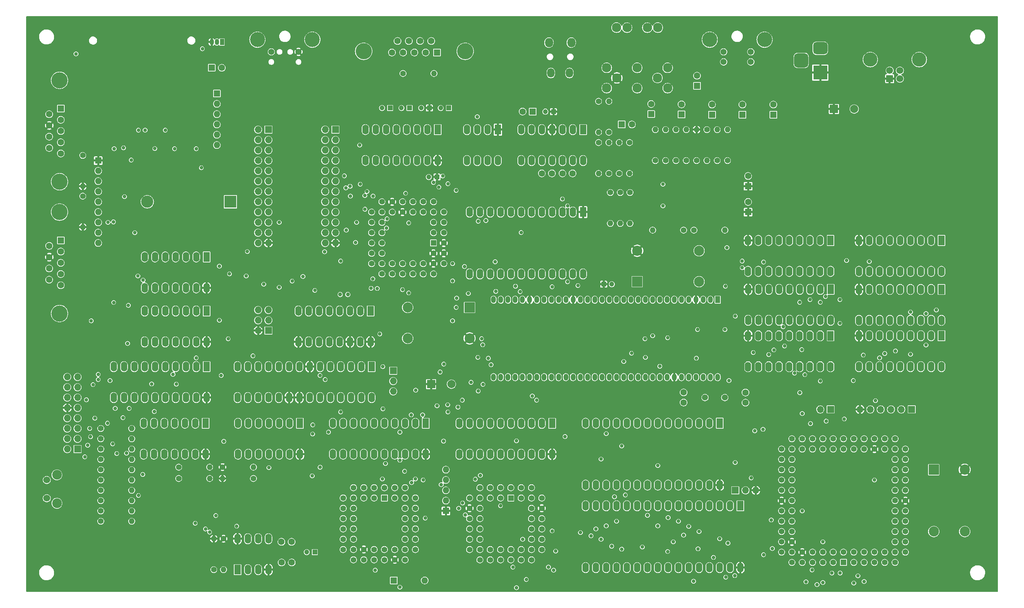
<source format=gbr>
%TF.GenerationSoftware,KiCad,Pcbnew,7.0.6-7.0.6~ubuntu22.04.1*%
%TF.CreationDate,2023-07-10T20:59:32+02:00*%
%TF.ProjectId,sbc,7362632e-6b69-4636-9164-5f7063625858,rev?*%
%TF.SameCoordinates,Original*%
%TF.FileFunction,Copper,L2,Inr*%
%TF.FilePolarity,Positive*%
%FSLAX46Y46*%
G04 Gerber Fmt 4.6, Leading zero omitted, Abs format (unit mm)*
G04 Created by KiCad (PCBNEW 7.0.6-7.0.6~ubuntu22.04.1) date 2023-07-10 20:59:32*
%MOMM*%
%LPD*%
G01*
G04 APERTURE LIST*
G04 Aperture macros list*
%AMRoundRect*
0 Rectangle with rounded corners*
0 $1 Rounding radius*
0 $2 $3 $4 $5 $6 $7 $8 $9 X,Y pos of 4 corners*
0 Add a 4 corners polygon primitive as box body*
4,1,4,$2,$3,$4,$5,$6,$7,$8,$9,$2,$3,0*
0 Add four circle primitives for the rounded corners*
1,1,$1+$1,$2,$3*
1,1,$1+$1,$4,$5*
1,1,$1+$1,$6,$7*
1,1,$1+$1,$8,$9*
0 Add four rect primitives between the rounded corners*
20,1,$1+$1,$2,$3,$4,$5,0*
20,1,$1+$1,$4,$5,$6,$7,0*
20,1,$1+$1,$6,$7,$8,$9,0*
20,1,$1+$1,$8,$9,$2,$3,0*%
G04 Aperture macros list end*
%TA.AperFunction,ComponentPad*%
%ADD10C,1.501140*%
%TD*%
%TA.AperFunction,ComponentPad*%
%ADD11C,3.700780*%
%TD*%
%TA.AperFunction,ComponentPad*%
%ADD12O,1.800000X2.300000*%
%TD*%
%TA.AperFunction,ComponentPad*%
%ADD13O,2.000000X2.300000*%
%TD*%
%TA.AperFunction,ComponentPad*%
%ADD14R,1.422400X1.422400*%
%TD*%
%TA.AperFunction,ComponentPad*%
%ADD15C,1.422400*%
%TD*%
%TA.AperFunction,ComponentPad*%
%ADD16R,2.000000X2.000000*%
%TD*%
%TA.AperFunction,ComponentPad*%
%ADD17C,2.000000*%
%TD*%
%TA.AperFunction,ComponentPad*%
%ADD18C,1.400000*%
%TD*%
%TA.AperFunction,ComponentPad*%
%ADD19O,1.400000X1.400000*%
%TD*%
%TA.AperFunction,ComponentPad*%
%ADD20R,1.200000X1.200000*%
%TD*%
%TA.AperFunction,ComponentPad*%
%ADD21C,1.200000*%
%TD*%
%TA.AperFunction,ComponentPad*%
%ADD22R,1.600000X1.600000*%
%TD*%
%TA.AperFunction,ComponentPad*%
%ADD23C,1.600000*%
%TD*%
%TA.AperFunction,ComponentPad*%
%ADD24R,1.700000X1.700000*%
%TD*%
%TA.AperFunction,ComponentPad*%
%ADD25O,1.700000X1.700000*%
%TD*%
%TA.AperFunction,ComponentPad*%
%ADD26R,1.600000X2.400000*%
%TD*%
%TA.AperFunction,ComponentPad*%
%ADD27O,1.600000X2.400000*%
%TD*%
%TA.AperFunction,ComponentPad*%
%ADD28R,2.500000X2.500000*%
%TD*%
%TA.AperFunction,ComponentPad*%
%ADD29C,2.500000*%
%TD*%
%TA.AperFunction,ComponentPad*%
%ADD30O,1.600000X1.600000*%
%TD*%
%TA.AperFunction,ComponentPad*%
%ADD31R,3.000000X3.000000*%
%TD*%
%TA.AperFunction,ComponentPad*%
%ADD32C,3.000000*%
%TD*%
%TA.AperFunction,ComponentPad*%
%ADD33C,4.000000*%
%TD*%
%TA.AperFunction,ComponentPad*%
%ADD34C,1.700000*%
%TD*%
%TA.AperFunction,ComponentPad*%
%ADD35C,3.500000*%
%TD*%
%TA.AperFunction,ComponentPad*%
%ADD36C,1.000000*%
%TD*%
%TA.AperFunction,ComponentPad*%
%ADD37C,2.300000*%
%TD*%
%TA.AperFunction,ComponentPad*%
%ADD38C,2.400000*%
%TD*%
%TA.AperFunction,ComponentPad*%
%ADD39R,1.050000X1.500000*%
%TD*%
%TA.AperFunction,ComponentPad*%
%ADD40O,1.050000X1.500000*%
%TD*%
%TA.AperFunction,ComponentPad*%
%ADD41C,1.500000*%
%TD*%
%TA.AperFunction,ComponentPad*%
%ADD42R,1.200000X1.700000*%
%TD*%
%TA.AperFunction,ComponentPad*%
%ADD43O,1.200000X1.700000*%
%TD*%
%TA.AperFunction,ComponentPad*%
%ADD44R,3.500000X3.500000*%
%TD*%
%TA.AperFunction,ComponentPad*%
%ADD45RoundRect,0.750000X-1.000000X0.750000X-1.000000X-0.750000X1.000000X-0.750000X1.000000X0.750000X0*%
%TD*%
%TA.AperFunction,ComponentPad*%
%ADD46RoundRect,0.875000X-0.875000X0.875000X-0.875000X-0.875000X0.875000X-0.875000X0.875000X0.875000X0*%
%TD*%
%TA.AperFunction,ViaPad*%
%ADD47C,0.889000*%
%TD*%
G04 APERTURE END LIST*
D10*
%TO.N,GND*%
%TO.C,J4*%
X235264960Y-72263000D03*
X241965480Y-72263000D03*
%TO.N,/Video_Audio/Video_analog/Y_OUT*%
X235264960Y-74754740D03*
%TO.N,/Video_Audio/Video_analog/C_OUT*%
X241965480Y-74754740D03*
D11*
%TO.N,N/C*%
X231856280Y-69263260D03*
X245374160Y-69263260D03*
%TD*%
D12*
%TO.N,/Video_Audio/Audio_analog/AUDIO_OUT*%
%TO.C,J3*%
X197328000Y-77477000D03*
X192728000Y-77477000D03*
D13*
%TO.N,GND*%
X192278000Y-69977000D03*
X197778000Y-69977000D03*
%TD*%
D14*
%TO.N,GND*%
%TO.C,U11*%
X151765000Y-182225000D03*
D15*
%TO.N,Net-(U11-PA0)*%
X149225000Y-179685000D03*
%TO.N,Net-(U11-PA1)*%
X149225000Y-182225000D03*
%TO.N,Net-(U11-PA2)*%
X146685000Y-179685000D03*
%TO.N,Net-(U11-PA3)*%
X146685000Y-182225000D03*
%TO.N,Net-(U11-PA4)*%
X144145000Y-179685000D03*
%TO.N,Net-(U11-PA5)*%
X141605000Y-182225000D03*
%TO.N,Net-(U11-PA6)*%
X144145000Y-182225000D03*
%TO.N,Net-(U11-PA7)*%
X141605000Y-184765000D03*
%TO.N,/SPI_CLK*%
X144145000Y-184765000D03*
%TO.N,unconnected-(U11-nc-Pad11)*%
X141605000Y-187305000D03*
%TO.N,/~{SPI_SS_SDCARD}*%
X144145000Y-187305000D03*
%TO.N,/~{SPI_SS_PS2}*%
X141605000Y-189845000D03*
%TO.N,/~{SPI_SS_RTC}*%
X144145000Y-189845000D03*
%TO.N,/~{SPI_SS_UNUSED}*%
X141605000Y-192385000D03*
%TO.N,Net-(U11-PB5)*%
X144145000Y-192385000D03*
%TO.N,Net-(U11-PB6)*%
X141605000Y-194925000D03*
%TO.N,/SPI_MOSI*%
X144145000Y-197465000D03*
%TO.N,/SPI_CLK*%
X144145000Y-194925000D03*
%TO.N,/SPI_MISO*%
X146685000Y-197465000D03*
%TO.N,VCC*%
X146685000Y-194925000D03*
%TO.N,unconnected-(U11-nc-Pad22)*%
X149225000Y-197465000D03*
%TO.N,Net-(D1-K)*%
X149225000Y-194925000D03*
%TO.N,/CPU_R~{W}*%
X151765000Y-197465000D03*
%TO.N,/~{CS_VIA}*%
X151765000Y-194925000D03*
%TO.N,VCC*%
X154305000Y-197465000D03*
%TO.N,/PHI2*%
X154305000Y-194925000D03*
%TO.N,/CPU_D7*%
X156845000Y-197465000D03*
%TO.N,/CPU_D6*%
X159385000Y-194925000D03*
%TO.N,/CPU_D5*%
X156845000Y-194925000D03*
%TO.N,/CPU_D4*%
X159385000Y-192385000D03*
%TO.N,/CPU_D3*%
X156845000Y-192385000D03*
%TO.N,unconnected-(U11-nc-Pad33)*%
X159385000Y-189845000D03*
%TO.N,/CPU_D2*%
X156845000Y-189845000D03*
%TO.N,/CPU_D1*%
X159385000Y-187305000D03*
%TO.N,/CPU_D0*%
X156845000Y-187305000D03*
%TO.N,/~{RESET}*%
X159385000Y-184765000D03*
%TO.N,unconnected-(U11-nc-Pad38)*%
X156845000Y-184765000D03*
%TO.N,/CPU_A3*%
X159385000Y-182225000D03*
%TO.N,/CPU_A2*%
X156845000Y-179685000D03*
%TO.N,/CPU_A1*%
X156845000Y-182225000D03*
%TO.N,/CPU_A0*%
X154305000Y-179685000D03*
%TO.N,Net-(U11-CA2)*%
X154305000Y-182225000D03*
%TO.N,Net-(U11-CA1)*%
X151765000Y-179685000D03*
%TD*%
D16*
%TO.N,VCC*%
%TO.C,C3*%
X163240323Y-154178000D03*
D17*
%TO.N,GND*%
X168240323Y-154178000D03*
%TD*%
D18*
%TO.N,GND*%
%TO.C,R30*%
X207391000Y-106934000D03*
D19*
%TO.N,/Video_Audio/RGB_B*%
X207391000Y-114554000D03*
%TD*%
D18*
%TO.N,/PA6*%
%TO.C,R10*%
X81915000Y-170180000D03*
D19*
%TO.N,Net-(U11-PA6)*%
X89535000Y-170180000D03*
%TD*%
D18*
%TO.N,/PA2*%
%TO.C,R6*%
X81915000Y-177800000D03*
D19*
%TO.N,Net-(U11-PA2)*%
X89535000Y-177800000D03*
%TD*%
D20*
%TO.N,VCC*%
%TO.C,C38*%
X205740000Y-129540000D03*
D21*
%TO.N,GND*%
X207740000Y-129540000D03*
%TD*%
D22*
%TO.N,VCC*%
%TO.C,C46*%
X241300000Y-111760000D03*
D23*
%TO.N,GND*%
X241300000Y-109260000D03*
%TD*%
D24*
%TO.N,/TMS*%
%TO.C,JTAG1*%
X281559000Y-160401000D03*
D25*
%TO.N,/TDI*%
X279019000Y-160401000D03*
%TO.N,/TDO*%
X276479000Y-160401000D03*
%TO.N,/TCK*%
X273939000Y-160401000D03*
%TO.N,GND*%
X271399000Y-160401000D03*
%TO.N,VCC*%
X268859000Y-160401000D03*
%TD*%
D18*
%TO.N,GND*%
%TO.C,R27*%
X207010000Y-102235000D03*
D19*
%TO.N,Net-(C43-Pad1)*%
X207010000Y-94615000D03*
%TD*%
D26*
%TO.N,GND*%
%TO.C,U12*%
X161925000Y-163815000D03*
D27*
%TO.N,/~{BUF_OE}*%
X159385000Y-163815000D03*
%TO.N,/~{BUF_WE}*%
X156845000Y-163815000D03*
%TO.N,/BUF_R~{W}*%
X154305000Y-163815000D03*
%TO.N,/BUF_PHI2*%
X151765000Y-163815000D03*
%TO.N,/BUF_A0*%
X149225000Y-163815000D03*
%TO.N,/BUF_A1*%
X146685000Y-163815000D03*
%TO.N,/BUF_A2*%
X144145000Y-163815000D03*
%TO.N,/BUF_A3*%
X141605000Y-163815000D03*
%TO.N,GND*%
X139065000Y-163815000D03*
%TO.N,/CPU_A3*%
X139065000Y-171435000D03*
%TO.N,/CPU_A2*%
X141605000Y-171435000D03*
%TO.N,/CPU_A1*%
X144145000Y-171435000D03*
%TO.N,/CPU_A0*%
X146685000Y-171435000D03*
%TO.N,/PHI2*%
X149225000Y-171435000D03*
%TO.N,/CPU_R~{W}*%
X151765000Y-171435000D03*
%TO.N,/~{WE}*%
X154305000Y-171435000D03*
%TO.N,/~{OE}*%
X156845000Y-171435000D03*
%TO.N,GND*%
X159385000Y-171435000D03*
%TO.N,VCC*%
X161925000Y-171435000D03*
%TD*%
D26*
%TO.N,Net-(U29-OEb)*%
%TO.C,U7*%
X107950000Y-136144000D03*
D27*
%TO.N,Net-(RR1-R5)*%
X105410000Y-136144000D03*
%TO.N,/PA4*%
X102870000Y-136144000D03*
%TO.N,Net-(U29-OEa)*%
X100330000Y-136144000D03*
%TO.N,Net-(U7B-D)*%
X97790000Y-136144000D03*
%TO.N,/PA4*%
X95250000Y-136144000D03*
%TO.N,GND*%
X92710000Y-136144000D03*
%TO.N,/SPI_MISO*%
X92710000Y-143764000D03*
%TO.N,/SD Card/DAT0*%
X95250000Y-143764000D03*
%TO.N,/~{SPI_SS_SDCARD}*%
X97790000Y-143764000D03*
%TO.N,unconnected-(U7D-O-Pad11)*%
X100330000Y-143764000D03*
%TO.N,unconnected-(U7D-D-Pad12)*%
X102870000Y-143764000D03*
%TO.N,unconnected-(U7D-EN-Pad13)*%
X105410000Y-143764000D03*
%TO.N,VCC*%
X107950000Y-143764000D03*
%TD*%
D18*
%TO.N,Net-(C56-Pad1)*%
%TO.C,R40*%
X231140000Y-91440000D03*
D19*
%TO.N,GND*%
X231140000Y-99060000D03*
%TD*%
D26*
%TO.N,Net-(U26A--)*%
%TO.C,U26*%
X200660000Y-91440000D03*
D27*
X198120000Y-91440000D03*
%TO.N,Net-(U25-ToBUFF)*%
X195580000Y-91440000D03*
%TO.N,VCC*%
X193040000Y-91440000D03*
%TO.N,Net-(U25-RB)*%
X190500000Y-91440000D03*
%TO.N,Net-(U25-MP)*%
X187960000Y-91440000D03*
X185420000Y-91440000D03*
%TO.N,Net-(U26C--)*%
X185420000Y-99060000D03*
X187960000Y-99060000D03*
%TO.N,Net-(U26C-+)*%
X190500000Y-99060000D03*
%TO.N,GND*%
X193040000Y-99060000D03*
%TO.N,Net-(U26C--)*%
X195580000Y-99060000D03*
%TO.N,Net-(U26D--)*%
X198120000Y-99060000D03*
%TO.N,Net-(C43-Pad1)*%
X200660000Y-99060000D03*
%TD*%
D24*
%TO.N,/CPU_RDY*%
%TO.C,JP2*%
X261620000Y-160401000D03*
D25*
%TO.N,Net-(JP2-B)*%
X259080000Y-160401000D03*
%TD*%
D18*
%TO.N,/PA3*%
%TO.C,R7*%
X81915000Y-185420000D03*
D19*
%TO.N,Net-(U11-PA3)*%
X89535000Y-185420000D03*
%TD*%
D28*
%TO.N,unconnected-(X3-NC-Pad1)*%
%TO.C,X3*%
X213995000Y-128905000D03*
D29*
%TO.N,GND*%
X229235000Y-128905000D03*
%TO.N,Net-(X3-FREQ)*%
X229235000Y-121285000D03*
%TO.N,VCC*%
X213995000Y-121285000D03*
%TD*%
D18*
%TO.N,Net-(X3-FREQ)*%
%TO.C,R31*%
X225425000Y-116205000D03*
D19*
%TO.N,Net-(U27-SCIN)*%
X217805000Y-116205000D03*
%TD*%
D22*
%TO.N,VCC*%
%TO.C,RR1*%
X81280000Y-99060000D03*
D30*
%TO.N,Net-(RR1-R1)*%
X81280000Y-101600000D03*
%TO.N,Net-(RR1-R2)*%
X81280000Y-104140000D03*
%TO.N,Net-(RR1-R3)*%
X81280000Y-106680000D03*
%TO.N,Net-(RR1-R4)*%
X81280000Y-109220000D03*
%TO.N,Net-(RR1-R5)*%
X81280000Y-111760000D03*
%TO.N,Net-(RR1-R6)*%
X81280000Y-114300000D03*
%TO.N,Net-(RR1-R7)*%
X81280000Y-116840000D03*
%TO.N,Net-(RR1-R8)*%
X81280000Y-119380000D03*
%TD*%
D23*
%TO.N,Net-(U18-XTAL1)*%
%TO.C,C32*%
X225425000Y-156210000D03*
%TO.N,GND*%
X225425000Y-158710000D03*
%TD*%
D22*
%TO.N,Net-(C56-Pad1)*%
%TO.C,C56*%
X232410000Y-87757000D03*
D23*
%TO.N,Net-(C56-Pad2)*%
X232410000Y-85257000D03*
%TD*%
D18*
%TO.N,Net-(U26D--)*%
%TO.C,R26*%
X204470000Y-94615000D03*
D19*
%TO.N,Net-(C43-Pad1)*%
X204470000Y-102235000D03*
%TD*%
D26*
%TO.N,/PA7*%
%TO.C,U28*%
X107701000Y-163815000D03*
D27*
X105161000Y-163815000D03*
%TO.N,Net-(U28-Pad10)*%
X102621000Y-163815000D03*
%TO.N,/PA7*%
X100081000Y-163815000D03*
%TO.N,/~{JOYPORT_ENABLE}*%
X97541000Y-163815000D03*
%TO.N,Net-(U29-OEb)*%
X95001000Y-163815000D03*
%TO.N,GND*%
X92461000Y-163815000D03*
%TO.N,Net-(U29-OEa)*%
X92461000Y-171435000D03*
%TO.N,/~{JOYPORT_ENABLE}*%
X95001000Y-171435000D03*
%TO.N,Net-(U28-Pad10)*%
X97541000Y-171435000D03*
%TO.N,Net-(U30-CE)*%
X100081000Y-171435000D03*
%TO.N,/~{SPI_SS_RTC}*%
X102621000Y-171435000D03*
X105161000Y-171435000D03*
%TO.N,VCC*%
X107701000Y-171435000D03*
%TD*%
D20*
%TO.N,VCC*%
%TO.C,C17*%
X164675600Y-103124000D03*
D21*
%TO.N,GND*%
X162675600Y-103124000D03*
%TD*%
D22*
%TO.N,Net-(C51-Pad1)*%
%TO.C,C51*%
X239903000Y-87757000D03*
D23*
%TO.N,/Video_Audio/Video_analog/Y_OUT*%
X239903000Y-85257000D03*
%TD*%
D22*
%TO.N,Net-(C50-Pad1)*%
%TO.C,C50*%
X217424000Y-87630000D03*
D23*
%TO.N,Net-(C50-Pad2)*%
X217424000Y-85130000D03*
%TD*%
D18*
%TO.N,Net-(U25-MP)*%
%TO.C,R25*%
X204470000Y-84455000D03*
D19*
%TO.N,Net-(U26D--)*%
X204470000Y-92075000D03*
%TD*%
D22*
%TO.N,Net-(C43-Pad1)*%
%TO.C,C43*%
X210185000Y-90170000D03*
D23*
%TO.N,/Video_Audio/Audio_analog/AUDIO_OUT*%
X212685000Y-90170000D03*
%TD*%
D22*
%TO.N,Net-(D1-K)*%
%TO.C,D1*%
X154051000Y-202565000D03*
D30*
%TO.N,/~{IRQ}*%
X161671000Y-202565000D03*
%TD*%
D26*
%TO.N,GND*%
%TO.C,U21*%
X261620000Y-130810000D03*
D27*
%TO.N,/Video_Audio/VDP_RD0*%
X259080000Y-130810000D03*
%TO.N,/Video_Audio/VDP_RD1*%
X256540000Y-130810000D03*
%TO.N,/Video_Audio/VDP_R~{W}*%
X254000000Y-130810000D03*
%TO.N,/Video_Audio/{slash}RAS*%
X251460000Y-130810000D03*
%TO.N,/Video_Audio/VDP_AD6*%
X248920000Y-130810000D03*
%TO.N,/Video_Audio/VDP_AD5*%
X246380000Y-130810000D03*
%TO.N,/Video_Audio/VDP_AD4*%
X243840000Y-130810000D03*
%TO.N,VCC*%
X241300000Y-130810000D03*
%TO.N,/Video_Audio/VDP_AD7*%
X241300000Y-138430000D03*
%TO.N,/Video_Audio/VDP_AD3*%
X243840000Y-138430000D03*
%TO.N,/Video_Audio/VDP_AD2*%
X246380000Y-138430000D03*
%TO.N,/Video_Audio/VDP_AD1*%
X248920000Y-138430000D03*
%TO.N,/Video_Audio/VDP_AD0*%
X251460000Y-138430000D03*
%TO.N,/Video_Audio/VDP_RD2*%
X254000000Y-138430000D03*
%TO.N,/Video_Audio/{slash}CAS1*%
X256540000Y-138430000D03*
%TO.N,/Video_Audio/VDP_RD3*%
X259080000Y-138430000D03*
%TO.N,GND*%
X261620000Y-138430000D03*
%TD*%
D26*
%TO.N,GND*%
%TO.C,U19*%
X261610000Y-142250000D03*
D27*
%TO.N,/Video_Audio/VDP_RD0*%
X259070000Y-142250000D03*
%TO.N,/Video_Audio/VDP_RD1*%
X256530000Y-142250000D03*
%TO.N,/Video_Audio/VDP_R~{W}*%
X253990000Y-142250000D03*
%TO.N,/Video_Audio/{slash}RAS*%
X251450000Y-142250000D03*
%TO.N,/Video_Audio/VDP_AD6*%
X248910000Y-142250000D03*
%TO.N,/Video_Audio/VDP_AD5*%
X246370000Y-142250000D03*
%TO.N,/Video_Audio/VDP_AD4*%
X243830000Y-142250000D03*
%TO.N,VCC*%
X241290000Y-142250000D03*
%TO.N,/Video_Audio/VDP_AD7*%
X241290000Y-149870000D03*
%TO.N,/Video_Audio/VDP_AD3*%
X243830000Y-149870000D03*
%TO.N,/Video_Audio/VDP_AD2*%
X246370000Y-149870000D03*
%TO.N,/Video_Audio/VDP_AD1*%
X248910000Y-149870000D03*
%TO.N,/Video_Audio/VDP_AD0*%
X251450000Y-149870000D03*
%TO.N,/Video_Audio/VDP_RD2*%
X253990000Y-149870000D03*
%TO.N,/Video_Audio/{slash}CAS0*%
X256530000Y-149870000D03*
%TO.N,/Video_Audio/VDP_RD3*%
X259070000Y-149870000D03*
%TO.N,GND*%
X261610000Y-149870000D03*
%TD*%
D26*
%TO.N,VCC*%
%TO.C,U25*%
X179705000Y-91440000D03*
D27*
%TO.N,Net-(U25-ToBUFF)*%
X177165000Y-91440000D03*
%TO.N,/Video_Audio/Audio_analog/LOAD*%
X174625000Y-91440000D03*
%TO.N,/Video_Audio/Audio_analog/SD*%
X172085000Y-91440000D03*
%TO.N,/Video_Audio/Audio_analog/fl*%
X172085000Y-99060000D03*
%TO.N,GND*%
X174625000Y-99060000D03*
%TO.N,Net-(U25-RB)*%
X177165000Y-99060000D03*
%TO.N,Net-(U25-MP)*%
X179705000Y-99060000D03*
%TD*%
D23*
%TO.N,Net-(U18-XTAL2)*%
%TO.C,C35*%
X240665000Y-156230000D03*
%TO.N,GND*%
X240665000Y-158730000D03*
%TD*%
D18*
%TO.N,Net-(U27-CVOUT)*%
%TO.C,R36*%
X226060000Y-99060000D03*
D19*
%TO.N,Net-(C56-Pad1)*%
X226060000Y-91440000D03*
%TD*%
D26*
%TO.N,VCC*%
%TO.C,U16*%
X200660000Y-111760000D03*
D27*
%TO.N,/~{IRQ}*%
X198120000Y-111760000D03*
%TO.N,/~{RESET}*%
X195580000Y-111760000D03*
%TO.N,/BUF_A0*%
X193040000Y-111760000D03*
%TO.N,/~{W}*%
X190500000Y-111760000D03*
%TO.N,/~{R}*%
X187960000Y-111760000D03*
%TO.N,/~{CS_OPL}*%
X185420000Y-111760000D03*
%TO.N,N/C*%
X182880000Y-111760000D03*
X180340000Y-111760000D03*
%TO.N,/BUF_D0*%
X177800000Y-111760000D03*
%TO.N,/BUF_D1*%
X175260000Y-111760000D03*
%TO.N,GND*%
X172720000Y-111760000D03*
%TO.N,/BUF_D2*%
X172720000Y-127000000D03*
%TO.N,/BUF_D3*%
X175260000Y-127000000D03*
%TO.N,/BUF_D4*%
X177800000Y-127000000D03*
%TO.N,/BUF_D5*%
X180340000Y-127000000D03*
%TO.N,/BUF_D6*%
X182880000Y-127000000D03*
%TO.N,/BUF_D7*%
X185420000Y-127000000D03*
%TO.N,N/C*%
X187960000Y-127000000D03*
%TO.N,/Video_Audio/Audio_analog/LOAD*%
X190500000Y-127000000D03*
%TO.N,/Video_Audio/Audio_analog/SD*%
X193040000Y-127000000D03*
%TO.N,N/C*%
X195580000Y-127000000D03*
%TO.N,/Video_Audio/Audio_analog/fl*%
X198120000Y-127000000D03*
%TO.N,/Video_Audio/OPL_CLK*%
X200660000Y-127000000D03*
%TD*%
D18*
%TO.N,Net-(U27-GOUT)*%
%TO.C,R34*%
X220980000Y-99060000D03*
D19*
%TO.N,Net-(C53-Pad1)*%
X220980000Y-91440000D03*
%TD*%
D31*
%TO.N,Net-(BT1-+)*%
%TO.C,BT1*%
X113850001Y-109220001D03*
D32*
%TO.N,GND*%
X93360001Y-109220001D03*
%TD*%
D18*
%TO.N,Net-(U27-COUT)*%
%TO.C,R39*%
X236220000Y-99060000D03*
D19*
%TO.N,Net-(C49-Pad1)*%
X236220000Y-91440000D03*
%TD*%
D26*
%TO.N,GND*%
%TO.C,U10*%
X115580000Y-199898000D03*
D27*
%TO.N,/RESET_TRIG*%
X118120000Y-199898000D03*
%TO.N,Net-(U10-Q)*%
X120660000Y-199898000D03*
%TO.N,VCC*%
X123200000Y-199898000D03*
%TO.N,Net-(U10-CV)*%
X123200000Y-192278000D03*
%TO.N,Net-(U10-DIS)*%
X120660000Y-192278000D03*
X118120000Y-192278000D03*
%TO.N,VCC*%
X115580000Y-192278000D03*
%TD*%
D28*
%TO.N,unconnected-(X1-NC-Pad1)*%
%TO.C,X1*%
X287020000Y-175260000D03*
D29*
%TO.N,GND*%
X287020000Y-190500000D03*
%TO.N,/CLKIN*%
X294640000Y-190500000D03*
%TO.N,VCC*%
X294640000Y-175260000D03*
%TD*%
D22*
%TO.N,Net-(C53-Pad1)*%
%TO.C,C53*%
X228727000Y-80645000D03*
D23*
%TO.N,/Video_Audio/Video_analog/G_OUT*%
X228727000Y-78145000D03*
%TD*%
D33*
%TO.N,GND*%
%TO.C,J2*%
X171641000Y-72134331D03*
X146641000Y-72134331D03*
D22*
%TO.N,unconnected-(J2-Pad1)*%
X164681000Y-72434331D03*
D23*
%TO.N,Net-(U8-R2IN)*%
X161911000Y-72434331D03*
%TO.N,Net-(U8-T2OUT)*%
X159141000Y-72434331D03*
%TO.N,Net-(J2-Pad4)*%
X156371000Y-72434331D03*
%TO.N,GND*%
X153601000Y-72434331D03*
%TO.N,unconnected-(J2-Pad6)*%
X163296000Y-69594331D03*
%TO.N,Net-(U8-T1OUT)*%
X160526000Y-69594331D03*
%TO.N,Net-(U8-R1IN)*%
X157756000Y-69594331D03*
%TO.N,unconnected-(J2-Pad9)*%
X154986000Y-69594331D03*
%TD*%
D18*
%TO.N,/~{SD_WRITE_PROTECT}*%
%TO.C,R43*%
X101092000Y-174625000D03*
D19*
%TO.N,Net-(U11-PB5)*%
X108712000Y-174625000D03*
%TD*%
D22*
%TO.N,Net-(J6-VDD)*%
%TO.C,C20*%
X109220000Y-76200000D03*
D23*
%TO.N,GND*%
X111720000Y-76200000D03*
%TD*%
D26*
%TO.N,Net-(U6-INTR)*%
%TO.C,U5*%
X130942000Y-163815000D03*
D27*
%TO.N,/~{IRQ}*%
X128402000Y-163815000D03*
%TO.N,/~{RESET}*%
X125862000Y-163815000D03*
%TO.N,Net-(U6-MR)*%
X123322000Y-163815000D03*
%TO.N,Net-(U10-Q)*%
X120782000Y-163815000D03*
%TO.N,/~{RESET}*%
X118242000Y-163815000D03*
%TO.N,GND*%
X115702000Y-163815000D03*
%TO.N,unconnected-(U5-Pad8)*%
X115702000Y-171435000D03*
%TO.N,GND*%
X118242000Y-171435000D03*
%TO.N,unconnected-(U5-Pad10)*%
X120782000Y-171435000D03*
%TO.N,GND*%
X123322000Y-171435000D03*
%TO.N,unconnected-(U5-Pad12)*%
X125862000Y-171435000D03*
%TO.N,GND*%
X128402000Y-171435000D03*
%TO.N,VCC*%
X130942000Y-171435000D03*
%TD*%
D20*
%TO.N,Net-(U8-C1+)*%
%TO.C,C19*%
X167608000Y-86106000D03*
D21*
%TO.N,Net-(U8-C1-)*%
X165608000Y-86106000D03*
%TD*%
D26*
%TO.N,GND*%
%TO.C,U22*%
X288915000Y-130820000D03*
D27*
%TO.N,/Video_Audio/VDP_RD4*%
X286375000Y-130820000D03*
%TO.N,/Video_Audio/VDP_RD5*%
X283835000Y-130820000D03*
%TO.N,/Video_Audio/VDP_R~{W}*%
X281295000Y-130820000D03*
%TO.N,/Video_Audio/{slash}RAS*%
X278755000Y-130820000D03*
%TO.N,/Video_Audio/VDP_AD6*%
X276215000Y-130820000D03*
%TO.N,/Video_Audio/VDP_AD5*%
X273675000Y-130820000D03*
%TO.N,/Video_Audio/VDP_AD4*%
X271135000Y-130820000D03*
%TO.N,VCC*%
X268595000Y-130820000D03*
%TO.N,/Video_Audio/VDP_AD7*%
X268595000Y-138440000D03*
%TO.N,/Video_Audio/VDP_AD3*%
X271135000Y-138440000D03*
%TO.N,/Video_Audio/VDP_AD2*%
X273675000Y-138440000D03*
%TO.N,/Video_Audio/VDP_AD1*%
X276215000Y-138440000D03*
%TO.N,/Video_Audio/VDP_AD0*%
X278755000Y-138440000D03*
%TO.N,/Video_Audio/VDP_RD6*%
X281295000Y-138440000D03*
%TO.N,/Video_Audio/{slash}CAS1*%
X283835000Y-138440000D03*
%TO.N,/Video_Audio/VDP_RD7*%
X286375000Y-138440000D03*
%TO.N,GND*%
X288915000Y-138440000D03*
%TD*%
D24*
%TO.N,/BUF_D0*%
%TO.C,SLOT1*%
X123190000Y-91440000D03*
D25*
%TO.N,/BUF_A0*%
X120650000Y-91440000D03*
%TO.N,/BUF_D1*%
X123190000Y-93980000D03*
%TO.N,/BUF_A1*%
X120650000Y-93980000D03*
%TO.N,/BUF_D2*%
X123190000Y-96520000D03*
%TO.N,/BUF_A2*%
X120650000Y-96520000D03*
%TO.N,/BUF_D3*%
X123190000Y-99060000D03*
%TO.N,/BUF_A3*%
X120650000Y-99060000D03*
%TO.N,/BUF_D4*%
X123190000Y-101600000D03*
%TO.N,/BUF_R~{W}*%
X120650000Y-101600000D03*
%TO.N,/BUF_D5*%
X123190000Y-104140000D03*
%TO.N,/~{BUF_WE}*%
X120650000Y-104140000D03*
%TO.N,/BUF_D6*%
X123190000Y-106680000D03*
%TO.N,/~{BUF_OE}*%
X120650000Y-106680000D03*
%TO.N,/BUF_D7*%
X123190000Y-109220000D03*
%TO.N,/~{CS_SLOT1}*%
X120650000Y-109220000D03*
%TO.N,/~{IRQ}*%
X123190000Y-111760000D03*
%TO.N,/~{NMI}*%
X120650000Y-111760000D03*
%TO.N,/CPU_RDY*%
X123190000Y-114300000D03*
%TO.N,/BUF_PHI2*%
X120650000Y-114300000D03*
%TO.N,/~{RESET}*%
X123190000Y-116840000D03*
%TO.N,/RESET_TRIG*%
X120650000Y-116840000D03*
%TO.N,VCC*%
X123190000Y-119380000D03*
%TO.N,GND*%
X120650000Y-119380000D03*
%TD*%
D26*
%TO.N,Net-(U8-C1+)*%
%TO.C,U8*%
X164857400Y-91425000D03*
D27*
%TO.N,Net-(U8-VS+)*%
X162317400Y-91425000D03*
%TO.N,Net-(U8-C1-)*%
X159777400Y-91425000D03*
%TO.N,Net-(U8-C2+)*%
X157237400Y-91425000D03*
%TO.N,Net-(U8-C2-)*%
X154697400Y-91425000D03*
%TO.N,Net-(U8-VS-)*%
X152157400Y-91425000D03*
%TO.N,Net-(U8-T2OUT)*%
X149617400Y-91425000D03*
%TO.N,Net-(U8-R2IN)*%
X147077400Y-91425000D03*
%TO.N,Net-(U6-SIN)*%
X147077400Y-99045000D03*
%TO.N,Net-(U6-SOUT)*%
X149617400Y-99045000D03*
%TO.N,Net-(U6-~{RTS})*%
X152157400Y-99045000D03*
%TO.N,Net-(U6-~{CTS})*%
X154697400Y-99045000D03*
%TO.N,Net-(U8-R1IN)*%
X157237400Y-99045000D03*
%TO.N,Net-(U8-T1OUT)*%
X159777400Y-99045000D03*
%TO.N,GND*%
X162317400Y-99045000D03*
%TO.N,VCC*%
X164857400Y-99045000D03*
%TD*%
D18*
%TO.N,/PA1*%
%TO.C,R5*%
X81915000Y-187960000D03*
D19*
%TO.N,Net-(U11-PA1)*%
X89535000Y-187960000D03*
%TD*%
D18*
%TO.N,/CA1*%
%TO.C,R12*%
X81915000Y-167640000D03*
D19*
%TO.N,Net-(U11-CA1)*%
X89535000Y-167640000D03*
%TD*%
D18*
%TO.N,VCC*%
%TO.C,R3*%
X111887000Y-174625000D03*
D19*
%TO.N,/~{RESET}*%
X119507000Y-174625000D03*
%TD*%
D14*
%TO.N,unconnected-(U6-NC-Pad1)*%
%TO.C,U6*%
X163830000Y-119380000D03*
D15*
%TO.N,/BUF_D0*%
X166370000Y-116840000D03*
%TO.N,/BUF_D1*%
X163830000Y-116840000D03*
%TO.N,/BUF_D2*%
X166370000Y-114300000D03*
%TO.N,/BUF_D3*%
X163830000Y-114300000D03*
%TO.N,/BUF_D4*%
X166370000Y-111760000D03*
%TO.N,/BUF_D5*%
X163830000Y-109220000D03*
%TO.N,/BUF_D6*%
X163830000Y-111760000D03*
%TO.N,/BUF_D7*%
X161290000Y-109220000D03*
%TO.N,Net-(U6-RCLK)*%
X161290000Y-111760000D03*
%TO.N,Net-(U6-SIN)*%
X158750000Y-109220000D03*
%TO.N,unconnected-(U6-NC-Pad12)*%
X158750000Y-111760000D03*
%TO.N,Net-(U6-SOUT)*%
X156210000Y-109220000D03*
%TO.N,VCC*%
X156210000Y-111760000D03*
X153670000Y-109220000D03*
%TO.N,/~{CS_UART}*%
X153670000Y-111760000D03*
%TO.N,Net-(U6-RCLK)*%
X151130000Y-109220000D03*
%TO.N,Net-(U6-XIN)*%
X148590000Y-111760000D03*
%TO.N,unconnected-(U6-XOUT-Pad19)*%
X151130000Y-111760000D03*
%TO.N,/~{BUF_WE}*%
X148590000Y-114300000D03*
%TO.N,GND*%
X151130000Y-114300000D03*
X148590000Y-116840000D03*
%TO.N,unconnected-(U6-NC-Pad23)*%
X151130000Y-116840000D03*
%TO.N,/~{BUF_OE}*%
X148590000Y-119380000D03*
%TO.N,GND*%
X151130000Y-119380000D03*
%TO.N,unconnected-(U6-DDIS-Pad26)*%
X148590000Y-121920000D03*
%TO.N,unconnected-(U6-~{TXRDY}-Pad27)*%
X151130000Y-121920000D03*
%TO.N,GND*%
X148590000Y-124460000D03*
%TO.N,/BUF_A2*%
X151130000Y-127000000D03*
%TO.N,/BUF_A1*%
X151130000Y-124460000D03*
%TO.N,/BUF_A0*%
X153670000Y-127000000D03*
%TO.N,unconnected-(U6-~{RXRDY}-Pad32)*%
X153670000Y-124460000D03*
%TO.N,Net-(U6-INTR)*%
X156210000Y-127000000D03*
%TO.N,unconnected-(U6-NC-Pad34)*%
X156210000Y-124460000D03*
%TO.N,unconnected-(U6-~{OUT2}-Pad35)*%
X158750000Y-127000000D03*
%TO.N,Net-(U6-~{RTS})*%
X158750000Y-124460000D03*
%TO.N,unconnected-(U6-~{DTR}-Pad37)*%
X161290000Y-127000000D03*
%TO.N,/~{JOYPORT_ENABLE}*%
X161290000Y-124460000D03*
%TO.N,Net-(U6-MR)*%
X163830000Y-127000000D03*
%TO.N,Net-(U6-~{CTS})*%
X166370000Y-124460000D03*
%TO.N,VCC*%
X163830000Y-124460000D03*
X166370000Y-121920000D03*
X163830000Y-121920000D03*
X166370000Y-119380000D03*
%TD*%
D18*
%TO.N,Net-(C42-Pad2)*%
%TO.C,R24*%
X209550000Y-102235000D03*
D19*
%TO.N,Net-(U26C-+)*%
X209550000Y-94615000D03*
%TD*%
D26*
%TO.N,GND*%
%TO.C,U30*%
X148336000Y-136144000D03*
D27*
%TO.N,Net-(BT1-+)*%
X145796000Y-136144000D03*
%TO.N,Net-(U30-X1)*%
X143256000Y-136144000D03*
%TO.N,Net-(U30-X2)*%
X140716000Y-136144000D03*
%TO.N,/~{IRQ}*%
X138176000Y-136144000D03*
%TO.N,unconnected-(U30-INT1-Pad6)*%
X135636000Y-136144000D03*
%TO.N,unconnected-(U30-1HZ-Pad7)*%
X133096000Y-136144000D03*
%TO.N,GND*%
X130556000Y-136144000D03*
%TO.N,VCC*%
X130556000Y-143764000D03*
%TO.N,Net-(U30-CE)*%
X133096000Y-143764000D03*
%TO.N,/SPI_CLK*%
X135636000Y-143764000D03*
%TO.N,/SPI_MOSI*%
X138176000Y-143764000D03*
%TO.N,/SPI_MISO*%
X140716000Y-143764000D03*
%TO.N,VCC*%
X143256000Y-143764000D03*
%TO.N,unconnected-(U30-32KHZ-Pad15)*%
X145796000Y-143764000D03*
%TO.N,VCC*%
X148336000Y-143764000D03*
%TD*%
D18*
%TO.N,Net-(U27-BOUT)*%
%TO.C,R35*%
X223520000Y-99060000D03*
D19*
%TO.N,Net-(C55-Pad1)*%
X223520000Y-91440000D03*
%TD*%
D24*
%TO.N,/BUF_D0*%
%TO.C,SLOT0*%
X139700000Y-91440000D03*
D25*
%TO.N,/BUF_A0*%
X137160000Y-91440000D03*
%TO.N,/BUF_D1*%
X139700000Y-93980000D03*
%TO.N,/BUF_A1*%
X137160000Y-93980000D03*
%TO.N,/BUF_D2*%
X139700000Y-96520000D03*
%TO.N,/BUF_A2*%
X137160000Y-96520000D03*
%TO.N,/BUF_D3*%
X139700000Y-99060000D03*
%TO.N,/BUF_A3*%
X137160000Y-99060000D03*
%TO.N,/BUF_D4*%
X139700000Y-101600000D03*
%TO.N,/BUF_R~{W}*%
X137160000Y-101600000D03*
%TO.N,/BUF_D5*%
X139700000Y-104140000D03*
%TO.N,/~{BUF_WE}*%
X137160000Y-104140000D03*
%TO.N,/BUF_D6*%
X139700000Y-106680000D03*
%TO.N,/~{BUF_OE}*%
X137160000Y-106680000D03*
%TO.N,/BUF_D7*%
X139700000Y-109220000D03*
%TO.N,/~{CS_SLOT0}*%
X137160000Y-109220000D03*
%TO.N,/~{IRQ}*%
X139700000Y-111760000D03*
%TO.N,/~{NMI}*%
X137160000Y-111760000D03*
%TO.N,/CPU_RDY*%
X139700000Y-114300000D03*
%TO.N,/BUF_PHI2*%
X137160000Y-114300000D03*
%TO.N,/~{RESET}*%
X139700000Y-116840000D03*
%TO.N,/RESET_TRIG*%
X137160000Y-116840000D03*
%TO.N,VCC*%
X139700000Y-119380000D03*
%TO.N,GND*%
X137160000Y-119380000D03*
%TD*%
D18*
%TO.N,VCC*%
%TO.C,R1*%
X112141000Y-192278000D03*
D19*
%TO.N,/RESET_TRIG*%
X112141000Y-199898000D03*
%TD*%
D18*
%TO.N,GND*%
%TO.C,R29*%
X209804000Y-106934000D03*
D19*
%TO.N,/Video_Audio/RGB_R*%
X209804000Y-114554000D03*
%TD*%
D26*
%TO.N,/EXT_A18*%
%TO.C,U3*%
X239395000Y-184150000D03*
D27*
%TO.N,/EXT_A16*%
X236855000Y-184150000D03*
%TO.N,/EXT_A14*%
X234315000Y-184150000D03*
%TO.N,/CPU_A12*%
X231775000Y-184150000D03*
%TO.N,/CPU_A7*%
X229235000Y-184150000D03*
%TO.N,/CPU_A6*%
X226695000Y-184150000D03*
%TO.N,/CPU_A5*%
X224155000Y-184150000D03*
%TO.N,/CPU_A4*%
X221615000Y-184150000D03*
%TO.N,/CPU_A3*%
X219075000Y-184150000D03*
%TO.N,/CPU_A2*%
X216535000Y-184150000D03*
%TO.N,/CPU_A1*%
X213995000Y-184150000D03*
%TO.N,/CPU_A0*%
X211455000Y-184150000D03*
%TO.N,/CPU_D0*%
X208915000Y-184150000D03*
%TO.N,/CPU_D1*%
X206375000Y-184150000D03*
%TO.N,/CPU_D2*%
X203835000Y-184150000D03*
%TO.N,GND*%
X201295000Y-184150000D03*
%TO.N,/CPU_D3*%
X201295000Y-199390000D03*
%TO.N,/CPU_D4*%
X203835000Y-199390000D03*
%TO.N,/CPU_D5*%
X206375000Y-199390000D03*
%TO.N,/CPU_D6*%
X208915000Y-199390000D03*
%TO.N,/CPU_D7*%
X211455000Y-199390000D03*
%TO.N,/~{CS_RAM}*%
X213995000Y-199390000D03*
%TO.N,/CPU_A10*%
X216535000Y-199390000D03*
%TO.N,/~{OE}*%
X219075000Y-199390000D03*
%TO.N,/CPU_A11*%
X221615000Y-199390000D03*
%TO.N,/CPU_A9*%
X224155000Y-199390000D03*
%TO.N,/CPU_A8*%
X226695000Y-199390000D03*
%TO.N,/CPU_A13*%
X229235000Y-199390000D03*
%TO.N,/~{WE}*%
X231775000Y-199390000D03*
%TO.N,/EXT_A17*%
X234315000Y-199390000D03*
%TO.N,/EXT_A15*%
X236855000Y-199390000D03*
%TO.N,VCC*%
X239395000Y-199390000D03*
%TD*%
D33*
%TO.N,GND*%
%TO.C,Port2*%
X71755000Y-79285000D03*
X71755000Y-104285000D03*
D22*
%TO.N,Net-(U29-I0a)*%
X72055000Y-86245000D03*
D23*
%TO.N,Net-(RR1-R1)*%
X72055000Y-89015000D03*
%TO.N,Net-(RR1-R2)*%
X72055000Y-91785000D03*
%TO.N,Net-(RR1-R3)*%
X72055000Y-94555000D03*
%TO.N,unconnected-(Port2-Pad5)*%
X72055000Y-97325000D03*
%TO.N,Net-(U7B-D)*%
X69215000Y-87630000D03*
%TO.N,VCC*%
X69215000Y-90400000D03*
%TO.N,GND*%
X69215000Y-93170000D03*
%TO.N,unconnected-(Port2-Pad9)*%
X69215000Y-95940000D03*
%TD*%
D22*
%TO.N,Net-(J6-VDD)*%
%TO.C,RN2*%
X110490000Y-82550000D03*
D30*
%TO.N,/SD Card/DAT2*%
X110490000Y-85090000D03*
%TO.N,/SD Card/DAT3*%
X110490000Y-87630000D03*
%TO.N,/SD Card/CMD*%
X110490000Y-90170000D03*
%TO.N,/SD Card/CLK*%
X110490000Y-92710000D03*
%TO.N,/SD Card/DAT1*%
X110490000Y-95250000D03*
%TD*%
D24*
%TO.N,VCC*%
%TO.C,J1*%
X276169000Y-78878000D03*
D34*
%TO.N,unconnected-(J1-D--Pad2)*%
X278669000Y-78878000D03*
%TO.N,unconnected-(J1-D+-Pad3)*%
X278669000Y-76878000D03*
%TO.N,GND*%
X276169000Y-76878000D03*
D35*
X271399000Y-74168000D03*
X283439000Y-74168000D03*
%TD*%
D22*
%TO.N,VCC*%
%TO.C,RN1*%
X166878000Y-185420000D03*
D30*
%TO.N,/~{BE}*%
X166878000Y-182880000D03*
%TO.N,/CPU_RDY*%
X166878000Y-180340000D03*
%TO.N,/~{IRQ}*%
X166878000Y-177800000D03*
%TO.N,/~{NMI}*%
X166878000Y-175260000D03*
%TD*%
D24*
%TO.N,/~{WE}*%
%TO.C,JP1*%
X238125000Y-180340000D03*
D25*
%TO.N,Net-(JP1-C)*%
X240665000Y-180340000D03*
%TO.N,VCC*%
X243205000Y-180340000D03*
%TD*%
D24*
%TO.N,/SPI_MISO*%
%TO.C,P3*%
X123190000Y-140970000D03*
D25*
%TO.N,VCC*%
X120650000Y-140970000D03*
%TO.N,/SPI_CLK*%
X123190000Y-138430000D03*
%TO.N,/SPI_MOSI*%
X120650000Y-138430000D03*
%TO.N,/~{RESET}*%
X123190000Y-135890000D03*
%TO.N,GND*%
X120650000Y-135890000D03*
%TD*%
D23*
%TO.N,Net-(U10-CV)*%
%TO.C,C2*%
X126397000Y-193040000D03*
%TO.N,GND*%
X128897000Y-193040000D03*
%TD*%
D26*
%TO.N,/CPU_R~{W}*%
%TO.C,U13*%
X193040000Y-163830000D03*
D27*
%TO.N,/BUF_D0*%
X190500000Y-163830000D03*
%TO.N,/BUF_D1*%
X187960000Y-163830000D03*
%TO.N,/BUF_D2*%
X185420000Y-163830000D03*
%TO.N,/BUF_D3*%
X182880000Y-163830000D03*
%TO.N,/BUF_D4*%
X180340000Y-163830000D03*
%TO.N,/BUF_D5*%
X177800000Y-163830000D03*
%TO.N,/BUF_D6*%
X175260000Y-163830000D03*
%TO.N,/BUF_D7*%
X172720000Y-163830000D03*
%TO.N,GND*%
X170180000Y-163830000D03*
%TO.N,/CPU_D7*%
X170180000Y-171450000D03*
%TO.N,/CPU_D6*%
X172720000Y-171450000D03*
%TO.N,/CPU_D5*%
X175260000Y-171450000D03*
%TO.N,/CPU_D4*%
X177800000Y-171450000D03*
%TO.N,/CPU_D3*%
X180340000Y-171450000D03*
%TO.N,/CPU_D2*%
X182880000Y-171450000D03*
%TO.N,/CPU_D1*%
X185420000Y-171450000D03*
%TO.N,/CPU_D0*%
X187960000Y-171450000D03*
%TO.N,/~{CS_BUFFER}*%
X190500000Y-171450000D03*
%TO.N,VCC*%
X193040000Y-171450000D03*
%TD*%
D18*
%TO.N,Net-(U26A--)*%
%TO.C,R14*%
X212090000Y-94615000D03*
D19*
%TO.N,Net-(C42-Pad2)*%
X212090000Y-102235000D03*
%TD*%
D26*
%TO.N,GND*%
%TO.C,U20*%
X288925000Y-142240000D03*
D27*
%TO.N,/Video_Audio/VDP_RD4*%
X286385000Y-142240000D03*
%TO.N,/Video_Audio/VDP_RD5*%
X283845000Y-142240000D03*
%TO.N,/Video_Audio/VDP_R~{W}*%
X281305000Y-142240000D03*
%TO.N,/Video_Audio/{slash}RAS*%
X278765000Y-142240000D03*
%TO.N,/Video_Audio/VDP_AD6*%
X276225000Y-142240000D03*
%TO.N,/Video_Audio/VDP_AD5*%
X273685000Y-142240000D03*
%TO.N,/Video_Audio/VDP_AD4*%
X271145000Y-142240000D03*
%TO.N,VCC*%
X268605000Y-142240000D03*
%TO.N,/Video_Audio/VDP_AD7*%
X268605000Y-149860000D03*
%TO.N,/Video_Audio/VDP_AD3*%
X271145000Y-149860000D03*
%TO.N,/Video_Audio/VDP_AD2*%
X273685000Y-149860000D03*
%TO.N,/Video_Audio/VDP_AD1*%
X276225000Y-149860000D03*
%TO.N,/Video_Audio/VDP_AD0*%
X278765000Y-149860000D03*
%TO.N,/Video_Audio/VDP_RD6*%
X281305000Y-149860000D03*
%TO.N,/Video_Audio/{slash}CAS0*%
X283845000Y-149860000D03*
%TO.N,/Video_Audio/VDP_RD7*%
X286385000Y-149860000D03*
%TO.N,GND*%
X288925000Y-149860000D03*
%TD*%
D36*
%TO.N,Net-(U30-X2)*%
%TO.C,X4*%
X140848000Y-132080000D03*
%TO.N,Net-(U30-X1)*%
X142748000Y-132080000D03*
%TD*%
D23*
%TO.N,GND*%
%TO.C,C41*%
X193000000Y-102235000D03*
%TO.N,Net-(U26C-+)*%
X190500000Y-102235000D03*
%TD*%
D18*
%TO.N,GND*%
%TO.C,R28*%
X212217000Y-106934000D03*
D19*
%TO.N,/Video_Audio/RGB_G*%
X212217000Y-114554000D03*
%TD*%
D18*
%TO.N,Net-(U27-YOUT)*%
%TO.C,R38*%
X233680000Y-99060000D03*
D19*
%TO.N,Net-(C51-Pad1)*%
X233680000Y-91440000D03*
%TD*%
D18*
%TO.N,GND*%
%TO.C,R23*%
X207010000Y-92075000D03*
D19*
%TO.N,Net-(U25-MP)*%
X207010000Y-84455000D03*
%TD*%
D20*
%TO.N,VCC*%
%TO.C,C25*%
X162814000Y-86106000D03*
D21*
%TO.N,Net-(U8-VS+)*%
X160814000Y-86106000D03*
%TD*%
D20*
%TO.N,Net-(U8-C2+)*%
%TO.C,C21*%
X157944600Y-86106000D03*
D21*
%TO.N,Net-(U8-C2-)*%
X155944600Y-86106000D03*
%TD*%
D18*
%TO.N,/Video_Audio/CSYNC*%
%TO.C,R32*%
X227965000Y-116205000D03*
D19*
%TO.N,Net-(U27-SYNCIN)*%
X235585000Y-116205000D03*
%TD*%
D20*
%TO.N,VCC*%
%TO.C,C39*%
X193377599Y-86995000D03*
D21*
%TO.N,GND*%
X191377599Y-86995000D03*
%TD*%
D23*
%TO.N,/RESET_TRIG*%
%TO.C,C1*%
X126437000Y-198120000D03*
%TO.N,GND*%
X128937000Y-198120000D03*
%TD*%
D14*
%TO.N,/EXT_A17*%
%TO.C,U2*%
X264795000Y-198120000D03*
D15*
%TO.N,/EXT_A18*%
X264795000Y-195580000D03*
%TO.N,/PHI2*%
X267335000Y-198120000D03*
%TO.N,/~{CS_ROM}*%
X267335000Y-195580000D03*
%TO.N,/~{CS_RAM}*%
X269875000Y-198120000D03*
%TO.N,/~{OE}*%
X269875000Y-195580000D03*
%TO.N,/~{WE}*%
X272415000Y-198120000D03*
%TO.N,GND*%
X272415000Y-195580000D03*
%TO.N,/CLKIN*%
X274955000Y-198120000D03*
%TO.N,unconnected-(U2-I{slash}O{slash}GCK2-Pad10)*%
X274955000Y-195580000D03*
%TO.N,/~{W}*%
X277495000Y-198120000D03*
%TO.N,unconnected-(U2-I{slash}O{slash}GCK3-Pad12)*%
X280035000Y-195580000D03*
%TO.N,unconnected-(U2-P13-Pad13)*%
X277495000Y-195580000D03*
%TO.N,unconnected-(U2-P14-Pad14)*%
X280035000Y-193040000D03*
%TO.N,unconnected-(U2-P15-Pad15)*%
X277495000Y-193040000D03*
%TO.N,GND*%
X280035000Y-190500000D03*
%TO.N,unconnected-(U2-P17-Pad17)*%
X277495000Y-190500000D03*
%TO.N,unconnected-(U2-P18-Pad18)*%
X280035000Y-187960000D03*
%TO.N,unconnected-(U2-P19-Pad19)*%
X277495000Y-187960000D03*
%TO.N,unconnected-(U2-P20-Pad20)*%
X280035000Y-185420000D03*
%TO.N,unconnected-(U2-P21-Pad21)*%
X277495000Y-185420000D03*
%TO.N,VCC*%
X280035000Y-182880000D03*
%TO.N,unconnected-(U2-P23-Pad23)*%
X277495000Y-182880000D03*
%TO.N,unconnected-(U2-P24-Pad24)*%
X280035000Y-180340000D03*
%TO.N,/~{CSW_VDP}*%
X277495000Y-180340000D03*
%TO.N,/~{R}*%
X280035000Y-177800000D03*
%TO.N,GND*%
X277495000Y-177800000D03*
%TO.N,/TDI*%
X280035000Y-175260000D03*
%TO.N,/TMS*%
X277495000Y-175260000D03*
%TO.N,/TCK*%
X280035000Y-172720000D03*
%TO.N,unconnected-(U2-P31-Pad31)*%
X277495000Y-172720000D03*
%TO.N,unconnected-(U2-P32-Pad32)*%
X280035000Y-170180000D03*
%TO.N,unconnected-(U2-P33-Pad33)*%
X277495000Y-167640000D03*
%TO.N,unconnected-(U2-P34-Pad34)*%
X277495000Y-170180000D03*
%TO.N,unconnected-(U2-P35-Pad35)*%
X274955000Y-167640000D03*
%TO.N,unconnected-(U2-P36-Pad36)*%
X274955000Y-170180000D03*
%TO.N,unconnected-(U2-P37-Pad37)*%
X272415000Y-167640000D03*
%TO.N,VCC*%
X272415000Y-170180000D03*
%TO.N,/~{CS_SLOT0}*%
X269875000Y-167640000D03*
%TO.N,/CPU_RDY*%
X269875000Y-170180000D03*
%TO.N,unconnected-(U2-P41-Pad41)*%
X267335000Y-167640000D03*
%TO.N,GND*%
X267335000Y-170180000D03*
%TO.N,unconnected-(U2-P43-Pad43)*%
X264795000Y-167640000D03*
%TO.N,/CPU_R~{W}*%
X264795000Y-170180000D03*
%TO.N,unconnected-(U2-P45-Pad45)*%
X262255000Y-167640000D03*
%TO.N,unconnected-(U2-P46-Pad46)*%
X262255000Y-170180000D03*
%TO.N,/~{CSR_VDP}*%
X259715000Y-167640000D03*
%TO.N,/~{CS_UART}*%
X259715000Y-170180000D03*
%TO.N,GND*%
X257175000Y-167640000D03*
%TO.N,/~{CS_SLOT1}*%
X257175000Y-170180000D03*
%TO.N,/~{CS_VIA}*%
X254635000Y-167640000D03*
%TO.N,/~{CS_BUFFER}*%
X254635000Y-170180000D03*
%TO.N,/~{CS_OPL}*%
X252095000Y-167640000D03*
%TO.N,/CPU_D0*%
X249555000Y-170180000D03*
%TO.N,/CPU_D1*%
X252095000Y-170180000D03*
%TO.N,/CPU_D2*%
X249555000Y-172720000D03*
%TO.N,/CPU_D3*%
X252095000Y-172720000D03*
%TO.N,/CPU_D4*%
X249555000Y-175260000D03*
%TO.N,/TDO*%
X252095000Y-175260000D03*
%TO.N,GND*%
X249555000Y-177800000D03*
%TO.N,/CPU_D5*%
X252095000Y-177800000D03*
%TO.N,/CPU_D7*%
X249555000Y-180340000D03*
%TO.N,/CPU_D6*%
X252095000Y-180340000D03*
%TO.N,VCC*%
X249555000Y-182880000D03*
%TO.N,/CPU_A0*%
X252095000Y-182880000D03*
%TO.N,/CPU_A1*%
X249555000Y-185420000D03*
%TO.N,/CPU_A4*%
X252095000Y-185420000D03*
%TO.N,/CPU_A5*%
X249555000Y-187960000D03*
%TO.N,/CPU_A6*%
X252095000Y-187960000D03*
%TO.N,/CPU_A7*%
X249555000Y-190500000D03*
%TO.N,/CPU_A8*%
X252095000Y-190500000D03*
%TO.N,/CPU_A9*%
X249555000Y-193040000D03*
%TO.N,VCC*%
X252095000Y-193040000D03*
%TO.N,/~{RESET}*%
X249555000Y-195580000D03*
%TO.N,/CPU_A10*%
X252095000Y-198120000D03*
%TO.N,/CPU_A11*%
X252095000Y-195580000D03*
%TO.N,/CPU_A12*%
X254635000Y-198120000D03*
%TO.N,VCC*%
X254635000Y-195580000D03*
%TO.N,/CPU_A13*%
X257175000Y-198120000D03*
%TO.N,/CPU_A14*%
X257175000Y-195580000D03*
%TO.N,/CPU_A15*%
X259715000Y-198120000D03*
%TO.N,/EXT_A14*%
X259715000Y-195580000D03*
%TO.N,/EXT_A15*%
X262255000Y-198120000D03*
%TO.N,/EXT_A16*%
X262255000Y-195580000D03*
%TD*%
D18*
%TO.N,Net-(U10-DIS)*%
%TO.C,R2*%
X109728000Y-199898000D03*
D19*
%TO.N,VCC*%
X109728000Y-192278000D03*
%TD*%
D37*
%TO.N,*%
%TO.C,J5*%
X208915000Y-66294000D03*
X211495000Y-66300000D03*
X216495000Y-66300000D03*
X219075000Y-66294000D03*
%TO.N,/Video_Audio/Audio_analog/AUDIO_OUT*%
X206495000Y-76200000D03*
%TO.N,GND*%
X213995000Y-76200000D03*
%TO.N,Net-(C56-Pad2)*%
X221495000Y-76200000D03*
%TO.N,VCC*%
X208995000Y-78700000D03*
%TO.N,/Video_Audio/Video_analog/G_OUT*%
X218995000Y-78700000D03*
%TO.N,Net-(C50-Pad2)*%
X206495000Y-81200000D03*
%TO.N,Net-(C56-Pad2)*%
X221495000Y-81200000D03*
%TO.N,Net-(C55-Pad2)*%
X213995000Y-81200000D03*
%TD*%
D38*
%TO.N,*%
%TO.C,SW1*%
X71120000Y-183530000D03*
X71120000Y-176530000D03*
D34*
%TO.N,/RESET_TRIG*%
X68620000Y-182280000D03*
%TO.N,GND*%
X68620000Y-177780000D03*
%TD*%
D20*
%TO.N,Net-(U10-DIS)*%
%TO.C,C4*%
X134620000Y-195580000D03*
D21*
%TO.N,GND*%
X132620000Y-195580000D03*
%TD*%
D24*
%TO.N,/PA0*%
%TO.C,P1*%
X76200000Y-170180000D03*
D25*
%TO.N,/PA1*%
X73660000Y-170180000D03*
%TO.N,/PA2*%
X76200000Y-167640000D03*
%TO.N,/PA3*%
X73660000Y-167640000D03*
%TO.N,/PA4*%
X76200000Y-165100000D03*
%TO.N,/PA5*%
X73660000Y-165100000D03*
%TO.N,/PA6*%
X76200000Y-162560000D03*
%TO.N,/PA7*%
X73660000Y-162560000D03*
%TO.N,GND*%
X76200000Y-160020000D03*
%TO.N,VCC*%
X73660000Y-160020000D03*
%TO.N,unconnected-(P1-Pin_11-Pad11)*%
X76200000Y-157480000D03*
%TO.N,unconnected-(P1-Pin_12-Pad12)*%
X73660000Y-157480000D03*
%TO.N,/~{RESET}*%
X76200000Y-154940000D03*
%TO.N,/~{IRQ}*%
X73660000Y-154940000D03*
%TO.N,/CA2*%
X76200000Y-152400000D03*
%TO.N,/CA1*%
X73660000Y-152400000D03*
%TD*%
D26*
%TO.N,Net-(U29-OEa)*%
%TO.C,U29*%
X107950000Y-149860000D03*
D27*
%TO.N,Net-(U29-I0a)*%
X105410000Y-149860000D03*
%TO.N,/PA3*%
X102870000Y-149860000D03*
%TO.N,Net-(RR1-R1)*%
X100330000Y-149860000D03*
%TO.N,/PA2*%
X97790000Y-149860000D03*
%TO.N,Net-(RR1-R2)*%
X95250000Y-149860000D03*
%TO.N,/PA1*%
X92710000Y-149860000D03*
%TO.N,Net-(RR1-R3)*%
X90170000Y-149860000D03*
%TO.N,/PA0*%
X87630000Y-149860000D03*
%TO.N,GND*%
X85090000Y-149860000D03*
%TO.N,Net-(RR1-R4)*%
X85090000Y-157480000D03*
%TO.N,/PA3*%
X87630000Y-157480000D03*
%TO.N,Net-(RR1-R6)*%
X90170000Y-157480000D03*
%TO.N,/PA2*%
X92710000Y-157480000D03*
%TO.N,Net-(RR1-R7)*%
X95250000Y-157480000D03*
%TO.N,/PA1*%
X97790000Y-157480000D03*
%TO.N,Net-(RR1-R8)*%
X100330000Y-157480000D03*
%TO.N,/PA0*%
X102870000Y-157480000D03*
%TO.N,Net-(U29-OEb)*%
X105410000Y-157480000D03*
%TO.N,VCC*%
X107950000Y-157480000D03*
%TD*%
D26*
%TO.N,GND*%
%TO.C,U14*%
X107950000Y-122809000D03*
D27*
%TO.N,unconnected-(U14-Pad2)*%
X105410000Y-122809000D03*
%TO.N,GND*%
X102870000Y-122809000D03*
%TO.N,unconnected-(U14-Pad4)*%
X100330000Y-122809000D03*
%TO.N,GND*%
X97790000Y-122809000D03*
%TO.N,unconnected-(U14-Pad6)*%
X95250000Y-122809000D03*
%TO.N,GND*%
X92710000Y-122809000D03*
%TO.N,/SD Card/CLK*%
X92710000Y-130429000D03*
%TO.N,/SPI_CLK*%
X95250000Y-130429000D03*
%TO.N,/SD Card/CMD*%
X97790000Y-130429000D03*
%TO.N,/SPI_MOSI*%
X100330000Y-130429000D03*
%TO.N,/SD Card/DAT3*%
X102870000Y-130429000D03*
%TO.N,/~{SPI_SS_SDCARD}*%
X105410000Y-130429000D03*
%TO.N,VCC*%
X107950000Y-130429000D03*
%TD*%
D18*
%TO.N,/PA4*%
%TO.C,R8*%
X81915000Y-175260000D03*
D19*
%TO.N,Net-(U11-PA4)*%
X89535000Y-175260000D03*
%TD*%
D18*
%TO.N,Net-(U29-I0a)*%
%TO.C,R41*%
X77470000Y-107823000D03*
D19*
%TO.N,VCC*%
X77470000Y-115443000D03*
%TD*%
D26*
%TO.N,/EXT_A14*%
%TO.C,U4*%
X234315000Y-163810000D03*
D27*
%TO.N,/CPU_A12*%
X231775000Y-163810000D03*
%TO.N,/CPU_A7*%
X229235000Y-163810000D03*
%TO.N,/CPU_A6*%
X226695000Y-163810000D03*
%TO.N,/CPU_A5*%
X224155000Y-163810000D03*
%TO.N,/CPU_A4*%
X221615000Y-163810000D03*
%TO.N,/CPU_A3*%
X219075000Y-163810000D03*
%TO.N,/CPU_A2*%
X216535000Y-163810000D03*
%TO.N,/CPU_A1*%
X213995000Y-163810000D03*
%TO.N,/CPU_A0*%
X211455000Y-163810000D03*
%TO.N,/CPU_D0*%
X208915000Y-163810000D03*
%TO.N,/CPU_D1*%
X206375000Y-163810000D03*
%TO.N,/CPU_D2*%
X203835000Y-163810000D03*
%TO.N,GND*%
X201295000Y-163810000D03*
%TO.N,/CPU_D3*%
X201295000Y-179050000D03*
%TO.N,/CPU_D4*%
X203835000Y-179050000D03*
%TO.N,/CPU_D5*%
X206375000Y-179050000D03*
%TO.N,/CPU_D6*%
X208915000Y-179050000D03*
%TO.N,/CPU_D7*%
X211455000Y-179050000D03*
%TO.N,/~{CS_ROM}*%
X213995000Y-179050000D03*
%TO.N,/CPU_A10*%
X216535000Y-179050000D03*
%TO.N,/~{OE}*%
X219075000Y-179050000D03*
%TO.N,/CPU_A11*%
X221615000Y-179050000D03*
%TO.N,/CPU_A9*%
X224155000Y-179050000D03*
%TO.N,/CPU_A8*%
X226695000Y-179050000D03*
%TO.N,/CPU_A13*%
X229235000Y-179050000D03*
%TO.N,Net-(JP1-C)*%
X231775000Y-179050000D03*
%TO.N,VCC*%
X234315000Y-179050000D03*
%TD*%
D33*
%TO.N,GND*%
%TO.C,Port1*%
X71755000Y-111760000D03*
X71755000Y-136760000D03*
D22*
%TO.N,Net-(RR1-R4)*%
X72055000Y-118720000D03*
D23*
%TO.N,Net-(RR1-R6)*%
X72055000Y-121490000D03*
%TO.N,Net-(RR1-R7)*%
X72055000Y-124260000D03*
%TO.N,Net-(RR1-R8)*%
X72055000Y-127030000D03*
%TO.N,unconnected-(Port1-Pad5)*%
X72055000Y-129800000D03*
%TO.N,Net-(RR1-R5)*%
X69215000Y-120105000D03*
%TO.N,VCC*%
X69215000Y-122875000D03*
%TO.N,GND*%
X69215000Y-125645000D03*
%TO.N,unconnected-(Port1-Pad9)*%
X69215000Y-128415000D03*
%TD*%
D18*
%TO.N,/PA5*%
%TO.C,R9*%
X81915000Y-180340000D03*
D19*
%TO.N,Net-(U11-PA5)*%
X89535000Y-180340000D03*
%TD*%
D18*
%TO.N,/PA7*%
%TO.C,R11*%
X81915000Y-172720000D03*
D19*
%TO.N,Net-(U11-PA7)*%
X89535000Y-172720000D03*
%TD*%
D18*
%TO.N,Net-(U27-YTRAP)*%
%TO.C,R37*%
X228600000Y-99060000D03*
D19*
%TO.N,VCC*%
X228600000Y-91440000D03*
%TD*%
D18*
%TO.N,/CA2*%
%TO.C,R13*%
X81915000Y-165100000D03*
D19*
%TO.N,Net-(U11-CA2)*%
X89535000Y-165100000D03*
%TD*%
D10*
%TO.N,GND*%
%TO.C,P4*%
X123903740Y-72263000D03*
%TO.N,VCC*%
X130604260Y-72263000D03*
D11*
%TO.N,N/C*%
X120495060Y-69263260D03*
X134012940Y-69263260D03*
%TD*%
D39*
%TO.N,Net-(J6-VDD)*%
%TO.C,U9*%
X111760000Y-69850000D03*
D40*
%TO.N,GND*%
X110490000Y-69850000D03*
%TO.N,VCC*%
X109220000Y-69850000D03*
%TD*%
D26*
%TO.N,/~{RESET}*%
%TO.C,IC1*%
X148590000Y-149860000D03*
D27*
%TO.N,Net-(IC1-PD0)*%
X146050000Y-149860000D03*
%TO.N,Net-(IC1-PD1)*%
X143510000Y-149860000D03*
%TO.N,/Kbd_controller/PS2_KBD_CLK*%
X140970000Y-149860000D03*
%TO.N,/Kbd_controller/PS2_MOU_CLK*%
X138430000Y-149860000D03*
%TO.N,unconnected-(IC1-PD4-Pad6)*%
X135890000Y-149860000D03*
%TO.N,VCC*%
X133350000Y-149860000D03*
%TO.N,GND*%
X130810000Y-149860000D03*
%TO.N,unconnected-(IC1-PB6{slash}XTAL1-Pad9)*%
X128270000Y-149860000D03*
%TO.N,unconnected-(IC1-PB7{slash}XTAL2-Pad10)*%
X125730000Y-149860000D03*
%TO.N,unconnected-(IC1-PD5-Pad11)*%
X123190000Y-149860000D03*
%TO.N,/Kbd_controller/PS2_KBD_DATA*%
X120650000Y-149860000D03*
%TO.N,/Kbd_controller/PS2_MOU_DATA*%
X118110000Y-149860000D03*
%TO.N,unconnected-(IC1-PB0-Pad14)*%
X115570000Y-149860000D03*
%TO.N,unconnected-(IC1-PB1-Pad15)*%
X115570000Y-157480000D03*
%TO.N,/~{SPI_SS_PS2}*%
X118110000Y-157480000D03*
%TO.N,/SPI_MOSI*%
X120650000Y-157480000D03*
%TO.N,/SPI_MISO*%
X123190000Y-157480000D03*
%TO.N,/SPI_CLK*%
X125730000Y-157480000D03*
%TO.N,VCC*%
X128270000Y-157480000D03*
X130810000Y-157480000D03*
%TO.N,GND*%
X133350000Y-157480000D03*
%TO.N,/RESET_TRIG*%
X135890000Y-157480000D03*
%TO.N,/~{NMI}*%
X138430000Y-157480000D03*
%TO.N,/~{IRQ}*%
X140970000Y-157480000D03*
%TO.N,unconnected-(IC1-PC3-Pad26)*%
X143510000Y-157480000D03*
%TO.N,unconnected-(IC1-PC4-Pad27)*%
X146050000Y-157480000D03*
%TO.N,unconnected-(IC1-PC5-Pad28)*%
X148590000Y-157480000D03*
%TD*%
D20*
%TO.N,GND*%
%TO.C,C22*%
X153162000Y-86106000D03*
D21*
%TO.N,Net-(U8-VS-)*%
X151162000Y-86106000D03*
%TD*%
D22*
%TO.N,Net-(C49-Pad1)*%
%TO.C,C49*%
X247523000Y-87757000D03*
D23*
%TO.N,/Video_Audio/Video_analog/C_OUT*%
X247523000Y-85257000D03*
%TD*%
D18*
%TO.N,Net-(U27-ROUT)*%
%TO.C,R33*%
X218440000Y-99060000D03*
D19*
%TO.N,Net-(C50-Pad1)*%
X218440000Y-91440000D03*
%TD*%
D22*
%TO.N,Net-(C55-Pad1)*%
%TO.C,C55*%
X224917000Y-87717000D03*
D23*
%TO.N,Net-(C55-Pad2)*%
X224917000Y-85217000D03*
%TD*%
D16*
%TO.N,VCC*%
%TO.C,C18*%
X262427323Y-86360000D03*
D17*
%TO.N,GND*%
X267427323Y-86360000D03*
%TD*%
D24*
%TO.N,GND*%
%TO.C,P2*%
X153924000Y-150876000D03*
D25*
%TO.N,Net-(IC1-PD0)*%
X153924000Y-153416000D03*
%TO.N,Net-(IC1-PD1)*%
X153924000Y-155956000D03*
%TD*%
D18*
%TO.N,Net-(J2-Pad4)*%
%TO.C,R18*%
X156337000Y-77597000D03*
D19*
%TO.N,Net-(U8-VS+)*%
X163957000Y-77597000D03*
%TD*%
D41*
%TO.N,Net-(U18-XTAL1)*%
%TO.C,Y1*%
X230680000Y-157480000D03*
%TO.N,Net-(U18-XTAL2)*%
X235560000Y-157480000D03*
%TD*%
D18*
%TO.N,/~{SD_CARD_DETECT}*%
%TO.C,R15*%
X101092000Y-177419000D03*
D19*
%TO.N,Net-(U11-PB6)*%
X108712000Y-177419000D03*
%TD*%
D26*
%TO.N,GND*%
%TO.C,U23*%
X261610000Y-118755000D03*
D27*
%TO.N,/Video_Audio/VDP_RD0*%
X259070000Y-118755000D03*
%TO.N,/Video_Audio/VDP_RD1*%
X256530000Y-118755000D03*
%TO.N,/Video_Audio/VDP_R~{W}*%
X253990000Y-118755000D03*
%TO.N,/Video_Audio/{slash}RAS*%
X251450000Y-118755000D03*
%TO.N,/Video_Audio/VDP_AD6*%
X248910000Y-118755000D03*
%TO.N,/Video_Audio/VDP_AD5*%
X246370000Y-118755000D03*
%TO.N,/Video_Audio/VDP_AD4*%
X243830000Y-118755000D03*
%TO.N,VCC*%
X241290000Y-118755000D03*
%TO.N,/Video_Audio/VDP_AD7*%
X241290000Y-126375000D03*
%TO.N,/Video_Audio/VDP_AD3*%
X243830000Y-126375000D03*
%TO.N,/Video_Audio/VDP_AD2*%
X246370000Y-126375000D03*
%TO.N,/Video_Audio/VDP_AD1*%
X248910000Y-126375000D03*
%TO.N,/Video_Audio/VDP_AD0*%
X251450000Y-126375000D03*
%TO.N,/Video_Audio/VDP_RD2*%
X253990000Y-126375000D03*
%TO.N,/Video_Audio/{slash}CAS_X*%
X256530000Y-126375000D03*
%TO.N,/Video_Audio/VDP_RD3*%
X259070000Y-126375000D03*
%TO.N,GND*%
X261610000Y-126375000D03*
%TD*%
D26*
%TO.N,GND*%
%TO.C,U24*%
X288925000Y-118745000D03*
D27*
%TO.N,/Video_Audio/VDP_RD4*%
X286385000Y-118745000D03*
%TO.N,/Video_Audio/VDP_RD5*%
X283845000Y-118745000D03*
%TO.N,/Video_Audio/VDP_R~{W}*%
X281305000Y-118745000D03*
%TO.N,/Video_Audio/{slash}RAS*%
X278765000Y-118745000D03*
%TO.N,/Video_Audio/VDP_AD6*%
X276225000Y-118745000D03*
%TO.N,/Video_Audio/VDP_AD5*%
X273685000Y-118745000D03*
%TO.N,/Video_Audio/VDP_AD4*%
X271145000Y-118745000D03*
%TO.N,VCC*%
X268605000Y-118745000D03*
%TO.N,/Video_Audio/VDP_AD7*%
X268605000Y-126365000D03*
%TO.N,/Video_Audio/VDP_AD3*%
X271145000Y-126365000D03*
%TO.N,/Video_Audio/VDP_AD2*%
X273685000Y-126365000D03*
%TO.N,/Video_Audio/VDP_AD1*%
X276225000Y-126365000D03*
%TO.N,/Video_Audio/VDP_AD0*%
X278765000Y-126365000D03*
%TO.N,/Video_Audio/VDP_RD6*%
X281305000Y-126365000D03*
%TO.N,/Video_Audio/{slash}CAS_X*%
X283845000Y-126365000D03*
%TO.N,/Video_Audio/VDP_RD7*%
X286385000Y-126365000D03*
%TO.N,GND*%
X288925000Y-126365000D03*
%TD*%
D23*
%TO.N,Net-(U26C--)*%
%TO.C,C42*%
X195580000Y-102235000D03*
%TO.N,Net-(C42-Pad2)*%
X198080000Y-102235000D03*
%TD*%
D22*
%TO.N,Net-(U25-RB)*%
%TO.C,C40*%
X188276112Y-86995000D03*
D23*
%TO.N,GND*%
X185776112Y-86995000D03*
%TD*%
D22*
%TO.N,VCC*%
%TO.C,C52*%
X241300000Y-105370000D03*
D23*
%TO.N,GND*%
X241300000Y-102870000D03*
%TD*%
D42*
%TO.N,GND*%
%TO.C,U18*%
X233805000Y-133350000D03*
D43*
%TO.N,N/C*%
X232025000Y-133350000D03*
X230245000Y-133350000D03*
%TO.N,VCC*%
X228465000Y-133350000D03*
%TO.N,N/C*%
X226685000Y-133350000D03*
%TO.N,/Video_Audio/CSYNC*%
X224905000Y-133350000D03*
%TO.N,N/C*%
X223125000Y-133350000D03*
%TO.N,/Video_Audio/OPL_CLK*%
X221345000Y-133350000D03*
%TO.N,/~{RESET}*%
X219565000Y-133350000D03*
%TO.N,N/C*%
X217785000Y-133350000D03*
X216005000Y-133350000D03*
X214225000Y-133350000D03*
X212445000Y-133350000D03*
X210665000Y-133350000D03*
X208885000Y-133350000D03*
X207105000Y-133350000D03*
X205325000Y-133350000D03*
X203545000Y-133350000D03*
X201765000Y-133350000D03*
%TO.N,GND*%
X199985000Y-133350000D03*
%TO.N,VCC*%
X198205000Y-133350000D03*
%TO.N,/Video_Audio/RGB_G*%
X196425000Y-133350000D03*
%TO.N,/Video_Audio/RGB_R*%
X194645000Y-133350000D03*
%TO.N,/Video_Audio/RGB_B*%
X192865000Y-133350000D03*
%TO.N,/~{IRQ}*%
X191085000Y-133350000D03*
%TO.N,Net-(JP2-B)*%
X189305000Y-133350000D03*
%TO.N,VCC*%
X187525000Y-133350000D03*
%TO.N,/BUF_A1*%
X185745000Y-133350000D03*
%TO.N,/BUF_A0*%
X183965000Y-133350000D03*
%TO.N,/~{CSW_VDP}*%
X182185000Y-133350000D03*
%TO.N,/~{CSR_VDP}*%
X180405000Y-133350000D03*
%TO.N,/BUF_D7*%
X178625000Y-133350000D03*
%TO.N,unconnected-(U18-VBB-Pad33)*%
X178625000Y-152450800D03*
%TO.N,/BUF_D6*%
X180405000Y-152450800D03*
%TO.N,/BUF_D5*%
X182185000Y-152450800D03*
%TO.N,/BUF_D4*%
X183965000Y-152450800D03*
%TO.N,/BUF_D3*%
X185745000Y-152450800D03*
%TO.N,/BUF_D2*%
X187525000Y-152450800D03*
%TO.N,/BUF_D1*%
X189305000Y-152450800D03*
%TO.N,/BUF_D0*%
X191085000Y-152450800D03*
%TO.N,/Video_Audio/VDP_RD0*%
X192865000Y-152450800D03*
%TO.N,/Video_Audio/VDP_RD1*%
X194645000Y-152450800D03*
%TO.N,/Video_Audio/VDP_RD2*%
X196425000Y-152450800D03*
%TO.N,/Video_Audio/VDP_RD3*%
X198205000Y-152450800D03*
%TO.N,/Video_Audio/VDP_RD4*%
X199985000Y-152450800D03*
%TO.N,/Video_Audio/VDP_RD5*%
X201765000Y-152450800D03*
%TO.N,/Video_Audio/VDP_RD6*%
X203545000Y-152450800D03*
%TO.N,/Video_Audio/VDP_RD7*%
X205325000Y-152450800D03*
%TO.N,/Video_Audio/VDP_AD0*%
X207105000Y-152450800D03*
%TO.N,/Video_Audio/VDP_AD1*%
X208885000Y-152450800D03*
%TO.N,/Video_Audio/VDP_AD2*%
X210665000Y-152450800D03*
%TO.N,/Video_Audio/VDP_AD3*%
X212445000Y-152450800D03*
%TO.N,/Video_Audio/VDP_AD4*%
X214225000Y-152450800D03*
%TO.N,/Video_Audio/VDP_AD5*%
X216005000Y-152450800D03*
%TO.N,/Video_Audio/VDP_AD6*%
X217785000Y-152450800D03*
%TO.N,/Video_Audio/VDP_AD7*%
X219565000Y-152450800D03*
%TO.N,/Video_Audio/VDP_R~{W}*%
X221345000Y-152450800D03*
%TO.N,VCC*%
X223125000Y-152450800D03*
%TO.N,/Video_Audio/{slash}CAS_X*%
X224905000Y-152450800D03*
%TO.N,/Video_Audio/{slash}CAS1*%
X226685000Y-152450800D03*
%TO.N,/Video_Audio/{slash}CAS0*%
X228465000Y-152450800D03*
%TO.N,/Video_Audio/{slash}RAS*%
X230245000Y-152450800D03*
%TO.N,Net-(U18-XTAL1)*%
X232025000Y-152450800D03*
%TO.N,Net-(U18-XTAL2)*%
X233805000Y-152450800D03*
%TD*%
D18*
%TO.N,Net-(U7B-D)*%
%TO.C,R42*%
X77470000Y-97790000D03*
D19*
%TO.N,VCC*%
X77470000Y-105410000D03*
%TD*%
D44*
%TO.N,VCC*%
%TO.C,CON1*%
X259080000Y-77374000D03*
D45*
%TO.N,GND*%
X259080000Y-71374000D03*
D46*
%TO.N,N/C*%
X254380000Y-74374000D03*
%TD*%
D14*
%TO.N,GND*%
%TO.C,U1*%
X182880000Y-182225000D03*
D15*
%TO.N,unconnected-(U1-~{VP}-Pad2)*%
X180340000Y-179685000D03*
%TO.N,/CPU_RDY*%
X180340000Y-182225000D03*
%TO.N,unconnected-(U1-\u03D51-Pad4)*%
X177800000Y-179685000D03*
%TO.N,/~{IRQ}*%
X177800000Y-182225000D03*
%TO.N,unconnected-(U1-~{ML}-Pad6)*%
X175260000Y-179685000D03*
%TO.N,/~{NMI}*%
X172720000Y-182225000D03*
%TO.N,unconnected-(U1-SYNC-Pad8)*%
X175260000Y-182225000D03*
%TO.N,VCC*%
X172720000Y-184765000D03*
%TO.N,/CPU_A0*%
X175260000Y-184765000D03*
%TO.N,/CPU_A1*%
X172720000Y-187305000D03*
%TO.N,unconnected-(U1-nc-Pad12)*%
X175260000Y-187305000D03*
%TO.N,/CPU_A2*%
X172720000Y-189845000D03*
%TO.N,/CPU_A3*%
X175260000Y-189845000D03*
%TO.N,/CPU_A4*%
X172720000Y-192385000D03*
%TO.N,/CPU_A5*%
X175260000Y-192385000D03*
%TO.N,/CPU_A6*%
X172720000Y-194925000D03*
%TO.N,/CPU_A7*%
X175260000Y-197465000D03*
%TO.N,/CPU_A8*%
X175260000Y-194925000D03*
%TO.N,/CPU_A9*%
X177800000Y-197465000D03*
%TO.N,/CPU_A10*%
X177800000Y-194925000D03*
%TO.N,/CPU_A11*%
X180340000Y-197465000D03*
%TO.N,GND*%
X180340000Y-194925000D03*
X182880000Y-197465000D03*
%TO.N,/CPU_A12*%
X182880000Y-194925000D03*
%TO.N,/CPU_A13*%
X185420000Y-197465000D03*
%TO.N,/CPU_A14*%
X185420000Y-194925000D03*
%TO.N,/CPU_A15*%
X187960000Y-197465000D03*
%TO.N,/CPU_D7*%
X190500000Y-194925000D03*
%TO.N,/CPU_D6*%
X187960000Y-194925000D03*
%TO.N,/CPU_D5*%
X190500000Y-192385000D03*
%TO.N,/CPU_D4*%
X187960000Y-192385000D03*
%TO.N,/CPU_D3*%
X190500000Y-189845000D03*
%TO.N,/CPU_D2*%
X187960000Y-189845000D03*
%TO.N,/CPU_D1*%
X190500000Y-187305000D03*
%TO.N,/CPU_D0*%
X187960000Y-187305000D03*
%TO.N,VCC*%
X190500000Y-184765000D03*
%TO.N,/CPU_R~{W}*%
X187960000Y-184765000D03*
%TO.N,unconnected-(U1-nc-Pad39)*%
X190500000Y-182225000D03*
%TO.N,/~{BE}*%
X187960000Y-179685000D03*
%TO.N,/PHI2*%
X187960000Y-182225000D03*
%TO.N,unconnected-(U1-~{SO}-Pad42)*%
X185420000Y-179685000D03*
%TO.N,unconnected-(U1-\u03D52O-Pad43)*%
X185420000Y-182225000D03*
%TO.N,/~{RESET}*%
X182880000Y-179685000D03*
%TD*%
D18*
%TO.N,/PA0*%
%TO.C,R4*%
X81915000Y-182880000D03*
D19*
%TO.N,Net-(U11-PA0)*%
X89535000Y-182880000D03*
%TD*%
D18*
%TO.N,Net-(U6-MR)*%
%TO.C,R16*%
X119507000Y-177419000D03*
D19*
%TO.N,VCC*%
X111887000Y-177419000D03*
%TD*%
D28*
%TO.N,unconnected-(X2-NC-Pad1)*%
%TO.C,X2*%
X172720000Y-135255000D03*
D29*
%TO.N,GND*%
X157480000Y-135255000D03*
%TO.N,Net-(U6-XIN)*%
X157480000Y-142875000D03*
%TO.N,VCC*%
X172720000Y-142875000D03*
%TD*%
D47*
%TO.N,GND*%
X149492200Y-200025000D03*
X259715000Y-193040000D03*
X112204500Y-168275000D03*
X263906000Y-139192000D03*
X242062000Y-177292000D03*
X168542200Y-124460000D03*
X272415000Y-177800000D03*
X111125000Y-138430000D03*
X111125000Y-125095000D03*
X263906000Y-133350000D03*
X195583863Y-108522000D03*
X220345000Y-104902000D03*
X247015000Y-187642500D03*
X89408000Y-98933000D03*
X265557000Y-123698000D03*
X91186000Y-91567000D03*
X75819000Y-72771000D03*
X254635000Y-185420000D03*
X97790000Y-91567000D03*
X245110000Y-196215000D03*
X111569500Y-152010393D03*
X220345000Y-110236000D03*
X174625000Y-88265000D03*
X239839000Y-125476000D03*
X106934000Y-71501000D03*
X134078116Y-166463116D03*
X239839000Y-123839490D03*
X238150400Y-137414000D03*
X166307000Y-168208848D03*
X193042411Y-190341712D03*
X196232561Y-167085561D03*
%TO.N,/~{WE}*%
X238125000Y-173482000D03*
%TO.N,/~{RESET}*%
X150611796Y-141803356D03*
X184277000Y-168148000D03*
X151360499Y-149860000D03*
X196850000Y-128930400D03*
X158446800Y-178435000D03*
X151384018Y-160274000D03*
X166370000Y-149225000D03*
X244983000Y-165290500D03*
X168542200Y-128715000D03*
%TO.N,/~{IRQ}*%
X167386000Y-161036000D03*
X140970000Y-161036000D03*
X199389999Y-129877340D03*
X171006323Y-183450677D03*
X161290000Y-177800000D03*
X168529000Y-138557000D03*
%TO.N,Net-(U11-PA6)*%
X91186000Y-181610000D03*
%TO.N,Net-(U11-PA7)*%
X133985000Y-176784000D03*
%TO.N,Net-(U11-CA1)*%
X92247939Y-176420061D03*
%TO.N,Net-(U11-CA2)*%
X151257000Y-177546000D03*
%TO.N,Net-(U11-PB6)*%
X108712000Y-190626998D03*
%TO.N,Net-(U6-MR)*%
X164719000Y-159512000D03*
%TO.N,/~{BE}*%
X165735000Y-178943000D03*
%TO.N,/CPU_RDY*%
X189230000Y-158115000D03*
X170053000Y-184785000D03*
X125857000Y-130302010D03*
X170929800Y-158115000D03*
X125857000Y-114300000D03*
X169545000Y-132969000D03*
%TO.N,/~{NMI}*%
X155575000Y-166007801D03*
X137985000Y-165989000D03*
X155575000Y-172911000D03*
%TO.N,/CPU_A0*%
X152019000Y-173736000D03*
X175387000Y-176657000D03*
%TO.N,/CPU_A1*%
X174142401Y-177596799D03*
%TO.N,/CPU_A2*%
X156718000Y-175641000D03*
X171663383Y-186380382D03*
X216535000Y-186500000D03*
%TO.N,/CPU_A3*%
X159385000Y-177546000D03*
X161798000Y-187198000D03*
X219075000Y-189103000D03*
%TO.N,/CPU_A4*%
X221615000Y-187071000D03*
X180340000Y-184150000D03*
%TO.N,/CPU_A5*%
X224155000Y-187960000D03*
%TO.N,/CPU_A6*%
X227876000Y-202754501D03*
X226695000Y-189230000D03*
%TO.N,/CPU_A7*%
X228981000Y-194755000D03*
X193421000Y-200025000D03*
X229235000Y-190500000D03*
X193929000Y-195326000D03*
%TO.N,/CPU_A8*%
X225425000Y-191389000D03*
%TO.N,/CPU_A9*%
X183388000Y-199263000D03*
X222885000Y-193040000D03*
%TO.N,/CPU_A10*%
X215265000Y-194310000D03*
X247269000Y-194691000D03*
%TO.N,/CPU_A11*%
X221491713Y-195421299D03*
%TO.N,/CPU_A12*%
X232771908Y-196869092D03*
%TO.N,/CPU_A13*%
X257048000Y-199964996D03*
%TO.N,/CPU_A14*%
X255564543Y-202883000D03*
X186690000Y-202311000D03*
%TO.N,/CPU_A15*%
X192151000Y-199263000D03*
X259715000Y-203072998D03*
%TO.N,/CPU_D7*%
X210185000Y-194840299D03*
X211074000Y-181483000D03*
%TO.N,/CPU_D6*%
X208407000Y-181927000D03*
X207713760Y-194119000D03*
%TO.N,/CPU_D5*%
X205105000Y-192405000D03*
%TO.N,/CPU_D4*%
X202633760Y-191552000D03*
%TO.N,/CPU_D3*%
X200025000Y-190754000D03*
%TO.N,/CPU_D2*%
X205105000Y-172640495D03*
X185801000Y-192405000D03*
X203835000Y-189865000D03*
%TO.N,/CPU_D1*%
X206375000Y-189103000D03*
X206375000Y-166370002D03*
%TO.N,/CPU_D0*%
X210184996Y-169418000D03*
X208915000Y-187960000D03*
%TO.N,/PHI2*%
X184277000Y-204343000D03*
X155575000Y-204216000D03*
X267335000Y-203200000D03*
%TO.N,/~{W}*%
X260523057Y-163275943D03*
X167335200Y-159258000D03*
X174838877Y-114011596D03*
%TO.N,/~{CSW_VDP}*%
X267208000Y-153289000D03*
X176016038Y-154216600D03*
%TO.N,/~{R}*%
X272669000Y-158242000D03*
X173075600Y-153720800D03*
X176733200Y-113842800D03*
%TO.N,/RESET_TRIG*%
X123317000Y-174752000D03*
X119380000Y-147193000D03*
X135914266Y-174649266D03*
X135890000Y-152019000D03*
%TO.N,/~{OE}*%
X268351000Y-201422000D03*
X219074990Y-174244000D03*
%TO.N,/EXT_A14*%
X234315000Y-192278000D03*
%TO.N,/EXT_A17*%
X263949331Y-200724000D03*
X235792171Y-201739000D03*
%TO.N,/EXT_A16*%
X236347000Y-193358000D03*
%TO.N,/EXT_A15*%
X238010408Y-201361495D03*
X261947053Y-200723000D03*
%TO.N,/~{CS_RAM}*%
X269875000Y-202819000D03*
%TO.N,Net-(U6-INTR)*%
X129032000Y-128778000D03*
X156210000Y-130873500D03*
%TO.N,/BUF_D0*%
X169418000Y-106426000D03*
X147475772Y-106687443D03*
%TO.N,/BUF_D1*%
X188163200Y-157073600D03*
X156972000Y-107112798D03*
X146939000Y-107696000D03*
X165455600Y-151180800D03*
X157734000Y-114427000D03*
%TO.N,/BUF_D2*%
X174752000Y-147574000D03*
X167386000Y-104776000D03*
X145791895Y-104878401D03*
%TO.N,/BUF_D3*%
X165174171Y-105601000D03*
X175683501Y-142965476D03*
X143315899Y-105387929D03*
%TO.N,/BUF_D4*%
X166116000Y-102870000D03*
X175958500Y-144462500D03*
%TO.N,/BUF_D5*%
X163830000Y-104458000D03*
X177342800Y-147777200D03*
%TO.N,/BUF_D6*%
X178020139Y-149379798D03*
X179019200Y-124002800D03*
%TO.N,/BUF_D7*%
X179171162Y-131309455D03*
X185166000Y-131368800D03*
X146964400Y-111048800D03*
X148945600Y-107797600D03*
%TO.N,Net-(U6-RCLK)*%
X152400000Y-113411000D03*
%TO.N,/~{CS_UART}*%
X256667000Y-163893500D03*
X161163000Y-161734000D03*
%TO.N,Net-(U6-XIN)*%
X152273000Y-115697000D03*
%TO.N,/~{BUF_WE}*%
X144907000Y-114300000D03*
X142244939Y-105785868D03*
%TO.N,/~{BUF_OE}*%
X144653000Y-119253000D03*
X143383000Y-107823000D03*
%TO.N,/BUF_A2*%
X158369000Y-161734000D03*
X148904456Y-128200155D03*
%TO.N,/BUF_A1*%
X171462184Y-125171200D03*
X172415200Y-131826000D03*
X148472614Y-130546386D03*
X145669000Y-95250000D03*
%TO.N,/BUF_A0*%
X184035831Y-130035800D03*
X193040000Y-130175000D03*
X149984498Y-130577831D03*
%TO.N,Net-(BT1-+)*%
X140970000Y-123825000D03*
%TO.N,/SPI_MISO*%
X137160000Y-153035000D03*
%TO.N,/~{SPI_SS_PS2}*%
X115386496Y-189166500D03*
%TO.N,/~{SPI_SS_SDCARD}*%
X113284000Y-143002000D03*
X110236000Y-186563000D03*
%TO.N,/~{SPI_SS_RTC}*%
X105161000Y-188468000D03*
%TO.N,/~{CS_VIA}*%
X258267200Y-203581000D03*
%TO.N,/BUF_R~{W}*%
X141887866Y-102822584D03*
%TO.N,/BUF_PHI2*%
X142367000Y-116205000D03*
%TO.N,Net-(JP2-B)*%
X236601000Y-153289000D03*
X259080000Y-153416000D03*
X235598199Y-140716001D03*
X228854000Y-140716000D03*
%TO.N,/~{CS_OPL}*%
X185420000Y-116789200D03*
X236093000Y-120523000D03*
X242951000Y-165671500D03*
%TO.N,/Video_Audio/Audio_analog/fl*%
X196850002Y-110236001D03*
%TO.N,/Video_Audio/{slash}CAS_X*%
X235712000Y-130048000D03*
%TO.N,/Video_Audio/{slash}CAS1*%
X255270001Y-151829000D03*
%TO.N,/Video_Audio/{slash}CAS0*%
X228562850Y-147765000D03*
%TO.N,/Video_Audio/{slash}RAS*%
X252730000Y-151448499D03*
%TO.N,/PA0*%
X85852000Y-171261000D03*
X88265000Y-171196000D03*
X88900000Y-160147000D03*
%TO.N,/PA1*%
X77978000Y-172085000D03*
X94440054Y-154114000D03*
X80010000Y-154285292D03*
%TO.N,/PA2*%
X85471000Y-160147000D03*
X84836000Y-168910000D03*
%TO.N,/PA3*%
X78688470Y-169225390D03*
X87376000Y-162433000D03*
X78360000Y-158016808D03*
%TO.N,/PA4*%
X79185000Y-165100000D03*
X79566499Y-138557000D03*
%TO.N,/PA5*%
X79401356Y-167126600D03*
%TO.N,/PA6*%
X80454000Y-162560000D03*
%TO.N,/PA7*%
X83566000Y-163791000D03*
%TO.N,/CA2*%
X81280000Y-151765000D03*
%TO.N,/CA1*%
X81280000Y-153035000D03*
%TO.N,/~{SD_CARD_DETECT}*%
X106680000Y-100838000D03*
%TO.N,/~{CS_SLOT1}*%
X159461200Y-155651200D03*
X254635000Y-161417000D03*
X122046996Y-129540000D03*
X157734000Y-131673600D03*
%TO.N,/~{CS_SLOT0}*%
X169418000Y-135255000D03*
X264985500Y-162750500D03*
X169859922Y-159839171D03*
X134620000Y-131064000D03*
%TO.N,Net-(J6-VDD)*%
X92837000Y-91567000D03*
%TO.N,/SD Card/CLK*%
X95209999Y-96098999D03*
%TO.N,/SD Card/CMD*%
X87508637Y-95927243D03*
X92329000Y-128524000D03*
%TO.N,/SD Card/DAT0*%
X100076000Y-96139000D03*
%TO.N,/~{SD_WRITE_PROTECT}*%
X105410000Y-96139000D03*
%TO.N,/SD Card/DAT3*%
X91059000Y-127508000D03*
X85217000Y-96139000D03*
%TO.N,Net-(RR1-R6)*%
X83693000Y-114300000D03*
%TO.N,Net-(RR1-R7)*%
X90297000Y-116840000D03*
X100520000Y-154178000D03*
%TO.N,Net-(U29-I0a)*%
X88519000Y-144145000D03*
X87757000Y-107950000D03*
X105410000Y-147701000D03*
%TO.N,Net-(RR1-R8)*%
X84201000Y-153289000D03*
X99695000Y-151765000D03*
%TO.N,Net-(RR1-R5)*%
X85090000Y-134038221D03*
X85028996Y-114186006D03*
%TO.N,Net-(U29-OEb)*%
X95088267Y-160901498D03*
%TO.N,/~{JOYPORT_ENABLE}*%
X113601000Y-127000000D03*
%TO.N,Net-(U30-CE)*%
X134112000Y-164211000D03*
%TO.N,/~{CSR_VDP}*%
X174858494Y-155866600D03*
X254031180Y-156273000D03*
%TO.N,/Video_Audio/VDP_R~{W}*%
X221488000Y-142748000D03*
X281305000Y-146812000D03*
X254508000Y-145669000D03*
%TO.N,/Video_Audio/VDP_RD4*%
X287655000Y-135890000D03*
%TO.N,Net-(U7B-D)*%
X88712360Y-134747000D03*
%TO.N,/Video_Audio/VDP_RD0*%
X260350000Y-132588000D03*
%TO.N,/Video_Audio/VDP_RD1*%
X256540000Y-133350000D03*
%TO.N,/Video_Audio/VDP_RD2*%
X254000000Y-133993996D03*
%TO.N,/Video_Audio/VDP_RD3*%
X259080000Y-133985000D03*
%TO.N,/Video_Audio/VDP_RD5*%
X285115000Y-136779000D03*
%TO.N,/Video_Audio/VDP_RD6*%
X281295000Y-136398000D03*
%TO.N,/Video_Audio/VDP_RD7*%
X285115000Y-144526000D03*
%TO.N,/Video_Audio/VDP_AD0*%
X277585806Y-145987000D03*
X250269000Y-144780000D03*
%TO.N,/Video_Audio/VDP_AD1*%
X274955000Y-146619503D03*
X247650000Y-145731501D03*
%TO.N,/Video_Audio/VDP_AD2*%
X210693000Y-148590000D03*
%TO.N,/Video_Audio/VDP_AD3*%
X242570000Y-146366002D03*
X269657189Y-147003507D03*
X212598000Y-146558000D03*
%TO.N,/Video_Audio/VDP_AD4*%
X271145000Y-123959000D03*
X245110000Y-124079000D03*
X215900000Y-143002000D03*
%TO.N,/Video_Audio/VDP_AD5*%
X246382207Y-146874498D03*
X273685000Y-147701000D03*
X216027000Y-147574000D03*
%TO.N,/Video_Audio/VDP_AD6*%
X249936000Y-140018000D03*
X217805000Y-142240000D03*
%TO.N,/Video_Audio/VDP_AD7*%
X219557600Y-149758400D03*
%TO.N,/Kbd_controller/PS2_KBD_CLK*%
X118005034Y-121500239D03*
X137033000Y-121539000D03*
%TO.N,/Kbd_controller/PS2_MOU_CLK*%
X131699000Y-127635000D03*
X117729000Y-127508000D03*
%TO.N,Net-(U11-PB5)*%
X107696000Y-189865000D03*
%TD*%
%TA.AperFunction,Conductor*%
%TO.N,VCC*%
G36*
X302787539Y-63519685D02*
G01*
X302833294Y-63572489D01*
X302844500Y-63624000D01*
X302844500Y-205209600D01*
X302824815Y-205276639D01*
X302772011Y-205322394D01*
X302720500Y-205333600D01*
X63674756Y-205333600D01*
X63607717Y-205313915D01*
X63561962Y-205261111D01*
X63550756Y-205209644D01*
X63550500Y-204496000D01*
X63550500Y-204216000D01*
X154998064Y-204216000D01*
X155017723Y-204365321D01*
X155017724Y-204365325D01*
X155070327Y-204492321D01*
X155075359Y-204504468D01*
X155167045Y-204623955D01*
X155286532Y-204715641D01*
X155425678Y-204773277D01*
X155557627Y-204790648D01*
X155574999Y-204792936D01*
X155575000Y-204792936D01*
X155575001Y-204792936D01*
X155590562Y-204790887D01*
X155724322Y-204773277D01*
X155863468Y-204715641D01*
X155982955Y-204623955D01*
X156074641Y-204504468D01*
X156132277Y-204365322D01*
X156135216Y-204343000D01*
X183700064Y-204343000D01*
X183719723Y-204492321D01*
X183719724Y-204492325D01*
X183774246Y-204623954D01*
X183777359Y-204631468D01*
X183869045Y-204750955D01*
X183988532Y-204842641D01*
X184127678Y-204900277D01*
X184259627Y-204917648D01*
X184276999Y-204919936D01*
X184277000Y-204919936D01*
X184277001Y-204919936D01*
X184292562Y-204917887D01*
X184426322Y-204900277D01*
X184565468Y-204842641D01*
X184684955Y-204750955D01*
X184776641Y-204631468D01*
X184834277Y-204492322D01*
X184853936Y-204343000D01*
X184834277Y-204193678D01*
X184776641Y-204054532D01*
X184684955Y-203935045D01*
X184565468Y-203843359D01*
X184565464Y-203843357D01*
X184426325Y-203785724D01*
X184426323Y-203785723D01*
X184426322Y-203785723D01*
X184351660Y-203775893D01*
X184277001Y-203766064D01*
X184276999Y-203766064D01*
X184127678Y-203785723D01*
X184127674Y-203785724D01*
X183988535Y-203843357D01*
X183988532Y-203843358D01*
X183988532Y-203843359D01*
X183878836Y-203927532D01*
X183869045Y-203935045D01*
X183777357Y-204054535D01*
X183719724Y-204193674D01*
X183719723Y-204193678D01*
X183700064Y-204342999D01*
X183700064Y-204343000D01*
X156135216Y-204343000D01*
X156151936Y-204216000D01*
X156132277Y-204066678D01*
X156074641Y-203927532D01*
X155982955Y-203808045D01*
X155863468Y-203716359D01*
X155863464Y-203716357D01*
X155724325Y-203658724D01*
X155724323Y-203658723D01*
X155724322Y-203658723D01*
X155649660Y-203648893D01*
X155575001Y-203639064D01*
X155574999Y-203639064D01*
X155425678Y-203658723D01*
X155425674Y-203658724D01*
X155286535Y-203716357D01*
X155286532Y-203716358D01*
X155286532Y-203716359D01*
X155167045Y-203808045D01*
X155139948Y-203843359D01*
X155075357Y-203927535D01*
X155017724Y-204066674D01*
X155017723Y-204066678D01*
X154998064Y-204215999D01*
X154998064Y-204216000D01*
X63550500Y-204216000D01*
X63550500Y-203581000D01*
X257690264Y-203581000D01*
X257708084Y-203716357D01*
X257709923Y-203730321D01*
X257709924Y-203730325D01*
X257732870Y-203785723D01*
X257767559Y-203869468D01*
X257859245Y-203988955D01*
X257978732Y-204080641D01*
X258117878Y-204138277D01*
X258249827Y-204155648D01*
X258267199Y-204157936D01*
X258267200Y-204157936D01*
X258267201Y-204157936D01*
X258282762Y-204155887D01*
X258416522Y-204138277D01*
X258555668Y-204080641D01*
X258675155Y-203988955D01*
X258766841Y-203869468D01*
X258824477Y-203730322D01*
X258844136Y-203581000D01*
X258824477Y-203431678D01*
X258766841Y-203292532D01*
X258675155Y-203173045D01*
X258555668Y-203081359D01*
X258555664Y-203081357D01*
X258535483Y-203072998D01*
X259138064Y-203072998D01*
X259154784Y-203200000D01*
X259157723Y-203222319D01*
X259157724Y-203222323D01*
X259210328Y-203349322D01*
X259215359Y-203361466D01*
X259307045Y-203480953D01*
X259426532Y-203572639D01*
X259565678Y-203630275D01*
X259697627Y-203647646D01*
X259714999Y-203649934D01*
X259715000Y-203649934D01*
X259715001Y-203649934D01*
X259730562Y-203647885D01*
X259864322Y-203630275D01*
X260003468Y-203572639D01*
X260122955Y-203480953D01*
X260214641Y-203361466D01*
X260272277Y-203222320D01*
X260275216Y-203200000D01*
X266758064Y-203200000D01*
X266777723Y-203349321D01*
X266777724Y-203349325D01*
X266833964Y-203485102D01*
X266835359Y-203488468D01*
X266927045Y-203607955D01*
X267046532Y-203699641D01*
X267185678Y-203757277D01*
X267317627Y-203774648D01*
X267334999Y-203776936D01*
X267335000Y-203776936D01*
X267335001Y-203776936D01*
X267350562Y-203774887D01*
X267484322Y-203757277D01*
X267623468Y-203699641D01*
X267742955Y-203607955D01*
X267834641Y-203488468D01*
X267892277Y-203349322D01*
X267911936Y-203200000D01*
X267892277Y-203050678D01*
X267834641Y-202911532D01*
X267763638Y-202819000D01*
X269298064Y-202819000D01*
X269317723Y-202968321D01*
X269317724Y-202968325D01*
X269361080Y-203072997D01*
X269375359Y-203107468D01*
X269467045Y-203226955D01*
X269586532Y-203318641D01*
X269725678Y-203376277D01*
X269857627Y-203393648D01*
X269874999Y-203395936D01*
X269875000Y-203395936D01*
X269875001Y-203395936D01*
X269890562Y-203393887D01*
X270024322Y-203376277D01*
X270163468Y-203318641D01*
X270282955Y-203226955D01*
X270374641Y-203107468D01*
X270432277Y-202968322D01*
X270451936Y-202819000D01*
X270450835Y-202810641D01*
X270447398Y-202784530D01*
X270432277Y-202669678D01*
X270374641Y-202530532D01*
X270282955Y-202411045D01*
X270163468Y-202319359D01*
X270163464Y-202319357D01*
X270024325Y-202261724D01*
X270024323Y-202261723D01*
X270024322Y-202261723D01*
X269949660Y-202251893D01*
X269875001Y-202242064D01*
X269874999Y-202242064D01*
X269725678Y-202261723D01*
X269725674Y-202261724D01*
X269586535Y-202319357D01*
X269586532Y-202319358D01*
X269586532Y-202319359D01*
X269467045Y-202411045D01*
X269402105Y-202495677D01*
X269375357Y-202530535D01*
X269317724Y-202669674D01*
X269317723Y-202669678D01*
X269298064Y-202818999D01*
X269298064Y-202819000D01*
X267763638Y-202819000D01*
X267742955Y-202792045D01*
X267623468Y-202700359D01*
X267623464Y-202700357D01*
X267484325Y-202642724D01*
X267484323Y-202642723D01*
X267484322Y-202642723D01*
X267409661Y-202632893D01*
X267335001Y-202623064D01*
X267334999Y-202623064D01*
X267185678Y-202642723D01*
X267185674Y-202642724D01*
X267046535Y-202700357D01*
X267046532Y-202700358D01*
X267046532Y-202700359D01*
X266927045Y-202792045D01*
X266841275Y-202903823D01*
X266835357Y-202911535D01*
X266777724Y-203050674D01*
X266777723Y-203050678D01*
X266758064Y-203199999D01*
X266758064Y-203200000D01*
X260275216Y-203200000D01*
X260291936Y-203072998D01*
X260272277Y-202923676D01*
X260214641Y-202784530D01*
X260122955Y-202665043D01*
X260003468Y-202573357D01*
X260003464Y-202573355D01*
X259864325Y-202515722D01*
X259864323Y-202515721D01*
X259864322Y-202515721D01*
X259789661Y-202505891D01*
X259715001Y-202496062D01*
X259714999Y-202496062D01*
X259565678Y-202515721D01*
X259565674Y-202515722D01*
X259426535Y-202573355D01*
X259426532Y-202573356D01*
X259426532Y-202573357D01*
X259307045Y-202665043D01*
X259254383Y-202733674D01*
X259215357Y-202784533D01*
X259157724Y-202923672D01*
X259157723Y-202923676D01*
X259141003Y-203050678D01*
X259138064Y-203072998D01*
X258535483Y-203072998D01*
X258416525Y-203023724D01*
X258416523Y-203023723D01*
X258416522Y-203023723D01*
X258341861Y-203013893D01*
X258267201Y-203004064D01*
X258267199Y-203004064D01*
X258117878Y-203023723D01*
X258117874Y-203023724D01*
X257978735Y-203081357D01*
X257978732Y-203081358D01*
X257978732Y-203081359D01*
X257859245Y-203173045D01*
X257794008Y-203258064D01*
X257767557Y-203292535D01*
X257709924Y-203431674D01*
X257709923Y-203431678D01*
X257707253Y-203451962D01*
X257690264Y-203581000D01*
X63550500Y-203581000D01*
X63550500Y-203377558D01*
X153123500Y-203377558D01*
X153130898Y-203414749D01*
X153159077Y-203456922D01*
X153201250Y-203485101D01*
X153201252Y-203485102D01*
X153229205Y-203490662D01*
X153238441Y-203492500D01*
X153238442Y-203492500D01*
X154863559Y-203492500D01*
X154870956Y-203491028D01*
X154900748Y-203485102D01*
X154942922Y-203456922D01*
X154971102Y-203414748D01*
X154978500Y-203377558D01*
X154978500Y-202564999D01*
X160738391Y-202564999D01*
X160758771Y-202758901D01*
X160819019Y-202944328D01*
X160819020Y-202944329D01*
X160916501Y-203113172D01*
X161043433Y-203254143D01*
X161046963Y-203258064D01*
X161172569Y-203349322D01*
X161204695Y-203372663D01*
X161382802Y-203451962D01*
X161382808Y-203451964D01*
X161573516Y-203492500D01*
X161573517Y-203492500D01*
X161768482Y-203492500D01*
X161768484Y-203492500D01*
X161959192Y-203451964D01*
X161959194Y-203451962D01*
X161959197Y-203451962D01*
X162042778Y-203414749D01*
X162137305Y-203372663D01*
X162295037Y-203258064D01*
X162425497Y-203113174D01*
X162522981Y-202944326D01*
X162583229Y-202758900D01*
X162603609Y-202565000D01*
X162583229Y-202371100D01*
X162563702Y-202311000D01*
X186113064Y-202311000D01*
X186129623Y-202436779D01*
X186132723Y-202460321D01*
X186132724Y-202460325D01*
X186188315Y-202594535D01*
X186190359Y-202599468D01*
X186282045Y-202718955D01*
X186401532Y-202810641D01*
X186540678Y-202868277D01*
X186672627Y-202885648D01*
X186689999Y-202887936D01*
X186690000Y-202887936D01*
X186690001Y-202887936D01*
X186705562Y-202885887D01*
X186839322Y-202868277D01*
X186978468Y-202810641D01*
X187051631Y-202754501D01*
X227299064Y-202754501D01*
X227316631Y-202887936D01*
X227318723Y-202903822D01*
X227318724Y-202903826D01*
X227345440Y-202968325D01*
X227376359Y-203042969D01*
X227468045Y-203162456D01*
X227587532Y-203254142D01*
X227726678Y-203311778D01*
X227858627Y-203329149D01*
X227875999Y-203331437D01*
X227876000Y-203331437D01*
X227876001Y-203331437D01*
X227891562Y-203329388D01*
X228025322Y-203311778D01*
X228164468Y-203254142D01*
X228283955Y-203162456D01*
X228375641Y-203042969D01*
X228433277Y-202903823D01*
X228436018Y-202883000D01*
X254987607Y-202883000D01*
X254998840Y-202968325D01*
X255007266Y-203032321D01*
X255007267Y-203032325D01*
X255061168Y-203162455D01*
X255064902Y-203171468D01*
X255156588Y-203290955D01*
X255276075Y-203382641D01*
X255415221Y-203440277D01*
X255541650Y-203456922D01*
X255564542Y-203459936D01*
X255564543Y-203459936D01*
X255564544Y-203459936D01*
X255587436Y-203456922D01*
X255713865Y-203440277D01*
X255853011Y-203382641D01*
X255972498Y-203290955D01*
X256064184Y-203171468D01*
X256121820Y-203032322D01*
X256141479Y-202883000D01*
X256121820Y-202733678D01*
X256064184Y-202594532D01*
X255972498Y-202475045D01*
X255853011Y-202383359D01*
X255853007Y-202383357D01*
X255713868Y-202325724D01*
X255713866Y-202325723D01*
X255713865Y-202325723D01*
X255602035Y-202311000D01*
X255564544Y-202306064D01*
X255564542Y-202306064D01*
X255415221Y-202325723D01*
X255415217Y-202325724D01*
X255276078Y-202383357D01*
X255156588Y-202475045D01*
X255064900Y-202594535D01*
X255007267Y-202733674D01*
X255007266Y-202733678D01*
X254987607Y-202883000D01*
X228436018Y-202883000D01*
X228452936Y-202754501D01*
X228433277Y-202605179D01*
X228375641Y-202466033D01*
X228283955Y-202346546D01*
X228164468Y-202254860D01*
X228164464Y-202254858D01*
X228025325Y-202197225D01*
X228025323Y-202197224D01*
X228025322Y-202197224D01*
X227937570Y-202185671D01*
X227876001Y-202177565D01*
X227875999Y-202177565D01*
X227726678Y-202197224D01*
X227726674Y-202197225D01*
X227587535Y-202254858D01*
X227587532Y-202254859D01*
X227587532Y-202254860D01*
X227468045Y-202346546D01*
X227380742Y-202460322D01*
X227376357Y-202466036D01*
X227318724Y-202605175D01*
X227318723Y-202605179D01*
X227299064Y-202754501D01*
X187051631Y-202754501D01*
X187097955Y-202718955D01*
X187189641Y-202599468D01*
X187247277Y-202460322D01*
X187266936Y-202311000D01*
X187247277Y-202161678D01*
X187189641Y-202022532D01*
X187097955Y-201903045D01*
X186978468Y-201811359D01*
X186978464Y-201811357D01*
X186839325Y-201753724D01*
X186839323Y-201753723D01*
X186839322Y-201753723D01*
X186764661Y-201743893D01*
X186727494Y-201739000D01*
X235215235Y-201739000D01*
X235217173Y-201753724D01*
X235234894Y-201888321D01*
X235234895Y-201888325D01*
X235290486Y-202022535D01*
X235292530Y-202027468D01*
X235384216Y-202146955D01*
X235503703Y-202238641D01*
X235642849Y-202296277D01*
X235774798Y-202313648D01*
X235792170Y-202315936D01*
X235792171Y-202315936D01*
X235792172Y-202315936D01*
X235807733Y-202313887D01*
X235941493Y-202296277D01*
X236080639Y-202238641D01*
X236200126Y-202146955D01*
X236291812Y-202027468D01*
X236349448Y-201888322D01*
X236369107Y-201739000D01*
X236349448Y-201589678D01*
X236291812Y-201450532D01*
X236223491Y-201361495D01*
X237433472Y-201361495D01*
X237452811Y-201508390D01*
X237453131Y-201510816D01*
X237453132Y-201510820D01*
X237505604Y-201637500D01*
X237510767Y-201649963D01*
X237602453Y-201769450D01*
X237721940Y-201861136D01*
X237861086Y-201918772D01*
X237993035Y-201936143D01*
X238010407Y-201938431D01*
X238010408Y-201938431D01*
X238010409Y-201938431D01*
X238025970Y-201936382D01*
X238159730Y-201918772D01*
X238298876Y-201861136D01*
X238418363Y-201769450D01*
X238510049Y-201649963D01*
X238567685Y-201510817D01*
X238579378Y-201422000D01*
X267774064Y-201422000D01*
X267793723Y-201571321D01*
X267793724Y-201571325D01*
X267837925Y-201678037D01*
X267851359Y-201710468D01*
X267943045Y-201829955D01*
X268062532Y-201921641D01*
X268201678Y-201979277D01*
X268333627Y-201996648D01*
X268350999Y-201998936D01*
X268351000Y-201998936D01*
X268351001Y-201998936D01*
X268366562Y-201996887D01*
X268500322Y-201979277D01*
X268639468Y-201921641D01*
X268758955Y-201829955D01*
X268850641Y-201710468D01*
X268908277Y-201571322D01*
X268927936Y-201422000D01*
X268908277Y-201272678D01*
X268850641Y-201133532D01*
X268758955Y-201014045D01*
X268639468Y-200922359D01*
X268639464Y-200922357D01*
X268500325Y-200864724D01*
X268500323Y-200864723D01*
X268500322Y-200864723D01*
X268425661Y-200854893D01*
X268351001Y-200845064D01*
X268350999Y-200845064D01*
X268201678Y-200864723D01*
X268201674Y-200864724D01*
X268062535Y-200922357D01*
X268062532Y-200922358D01*
X268062532Y-200922359D01*
X267943045Y-201014045D01*
X267853337Y-201130955D01*
X267851357Y-201133535D01*
X267793724Y-201272674D01*
X267793723Y-201272678D01*
X267774064Y-201421999D01*
X267774064Y-201422000D01*
X238579378Y-201422000D01*
X238587344Y-201361495D01*
X238567685Y-201212173D01*
X238510049Y-201073027D01*
X238418363Y-200953540D01*
X238298876Y-200861854D01*
X238298872Y-200861852D01*
X238159733Y-200804219D01*
X238159731Y-200804218D01*
X238159730Y-200804218D01*
X238085068Y-200794388D01*
X238010409Y-200784559D01*
X238010407Y-200784559D01*
X237861086Y-200804218D01*
X237861082Y-200804219D01*
X237721943Y-200861852D01*
X237721940Y-200861853D01*
X237721940Y-200861854D01*
X237602453Y-200953540D01*
X237569087Y-200997024D01*
X237510765Y-201073030D01*
X237453132Y-201212169D01*
X237453131Y-201212173D01*
X237441577Y-201299936D01*
X237433472Y-201361495D01*
X236223491Y-201361495D01*
X236200126Y-201331045D01*
X236080639Y-201239359D01*
X236080635Y-201239357D01*
X235941496Y-201181724D01*
X235941494Y-201181723D01*
X235941493Y-201181723D01*
X235866831Y-201171893D01*
X235792172Y-201162064D01*
X235792170Y-201162064D01*
X235642849Y-201181723D01*
X235642845Y-201181724D01*
X235503706Y-201239357D01*
X235503703Y-201239358D01*
X235503703Y-201239359D01*
X235384216Y-201331045D01*
X235314424Y-201422000D01*
X235292528Y-201450535D01*
X235234895Y-201589674D01*
X235234894Y-201589678D01*
X235218362Y-201715252D01*
X235215235Y-201739000D01*
X186727494Y-201739000D01*
X186690001Y-201734064D01*
X186689999Y-201734064D01*
X186540678Y-201753723D01*
X186540674Y-201753724D01*
X186401535Y-201811357D01*
X186401532Y-201811358D01*
X186401532Y-201811359D01*
X186282045Y-201903045D01*
X186194738Y-202016826D01*
X186190357Y-202022535D01*
X186132724Y-202161674D01*
X186132723Y-202161678D01*
X186119552Y-202261723D01*
X186113064Y-202311000D01*
X162563702Y-202311000D01*
X162522981Y-202185674D01*
X162522980Y-202185673D01*
X162522980Y-202185671D01*
X162522979Y-202185670D01*
X162425498Y-202016827D01*
X162295038Y-201871937D01*
X162295035Y-201871935D01*
X162137305Y-201757337D01*
X162137304Y-201757336D01*
X161959197Y-201678037D01*
X161959191Y-201678035D01*
X161803289Y-201644898D01*
X161768484Y-201637500D01*
X161573516Y-201637500D01*
X161540086Y-201644605D01*
X161382808Y-201678035D01*
X161382803Y-201678037D01*
X161204696Y-201757336D01*
X161204691Y-201757339D01*
X161046969Y-201871930D01*
X161046963Y-201871935D01*
X160916501Y-202016827D01*
X160819020Y-202185670D01*
X160819019Y-202185671D01*
X160758771Y-202371098D01*
X160738391Y-202564999D01*
X154978500Y-202564999D01*
X154978500Y-201752442D01*
X154971102Y-201715252D01*
X154971101Y-201715250D01*
X154942922Y-201673077D01*
X154900749Y-201644898D01*
X154863559Y-201637500D01*
X154863558Y-201637500D01*
X153238442Y-201637500D01*
X153238441Y-201637500D01*
X153201250Y-201644898D01*
X153159077Y-201673077D01*
X153130898Y-201715250D01*
X153123500Y-201752441D01*
X153123500Y-203377558D01*
X63550500Y-203377558D01*
X63550500Y-200727763D01*
X66725787Y-200727763D01*
X66755413Y-200997013D01*
X66755415Y-200997024D01*
X66818770Y-201239359D01*
X66823928Y-201259088D01*
X66929870Y-201508390D01*
X67067597Y-201734064D01*
X67070979Y-201739605D01*
X67070986Y-201739615D01*
X67244253Y-201947819D01*
X67244259Y-201947824D01*
X67327639Y-202022532D01*
X67445998Y-202128582D01*
X67671910Y-202278044D01*
X67917176Y-202393020D01*
X67917183Y-202393022D01*
X67917185Y-202393023D01*
X68176557Y-202471057D01*
X68176564Y-202471058D01*
X68176569Y-202471060D01*
X68444561Y-202510500D01*
X68444566Y-202510500D01*
X68647636Y-202510500D01*
X68699133Y-202506730D01*
X68850156Y-202495677D01*
X68983232Y-202466033D01*
X69114546Y-202436782D01*
X69114548Y-202436781D01*
X69114553Y-202436780D01*
X69367558Y-202340014D01*
X69603777Y-202207441D01*
X69818177Y-202041888D01*
X70006186Y-201846881D01*
X70163799Y-201626579D01*
X70254311Y-201450532D01*
X70287649Y-201385690D01*
X70287651Y-201385684D01*
X70287656Y-201385675D01*
X70375118Y-201129305D01*
X70378581Y-201110558D01*
X114652500Y-201110558D01*
X114659898Y-201147749D01*
X114688077Y-201189922D01*
X114730250Y-201218101D01*
X114730252Y-201218102D01*
X114753070Y-201222641D01*
X114767441Y-201225500D01*
X114767442Y-201225500D01*
X116392559Y-201225500D01*
X116401903Y-201223641D01*
X116429748Y-201218102D01*
X116471922Y-201189922D01*
X116500102Y-201147748D01*
X116507500Y-201110558D01*
X116507500Y-200346608D01*
X117192500Y-200346608D01*
X117201847Y-200435535D01*
X117207771Y-200491901D01*
X117268019Y-200677328D01*
X117268020Y-200677329D01*
X117365501Y-200846172D01*
X117434101Y-200922359D01*
X117495963Y-200991064D01*
X117608780Y-201073030D01*
X117653695Y-201105663D01*
X117831802Y-201184962D01*
X117831808Y-201184964D01*
X118022516Y-201225500D01*
X118022517Y-201225500D01*
X118217482Y-201225500D01*
X118217484Y-201225500D01*
X118408192Y-201184964D01*
X118586304Y-201105663D01*
X118744037Y-200991064D01*
X118874497Y-200846174D01*
X118971981Y-200677326D01*
X119032229Y-200491900D01*
X119047500Y-200346608D01*
X119732500Y-200346608D01*
X119741847Y-200435535D01*
X119747771Y-200491901D01*
X119808019Y-200677328D01*
X119808020Y-200677329D01*
X119905501Y-200846172D01*
X119974101Y-200922359D01*
X120035963Y-200991064D01*
X120148780Y-201073030D01*
X120193695Y-201105663D01*
X120371802Y-201184962D01*
X120371808Y-201184964D01*
X120562516Y-201225500D01*
X120562517Y-201225500D01*
X120757482Y-201225500D01*
X120757484Y-201225500D01*
X120948192Y-201184964D01*
X121126304Y-201105663D01*
X121284037Y-200991064D01*
X121414497Y-200846174D01*
X121511981Y-200677326D01*
X121572229Y-200491900D01*
X121587187Y-200349584D01*
X122149999Y-200349584D01*
X122165191Y-200503834D01*
X122225233Y-200701766D01*
X122322728Y-200884166D01*
X122322732Y-200884173D01*
X122453944Y-201044055D01*
X122613826Y-201175267D01*
X122613833Y-201175271D01*
X122796233Y-201272766D01*
X122949998Y-201319410D01*
X122949999Y-201319410D01*
X122949999Y-200213685D01*
X122961955Y-200225641D01*
X123074852Y-200283165D01*
X123168519Y-200298000D01*
X123231481Y-200298000D01*
X123325148Y-200283165D01*
X123438045Y-200225641D01*
X123450000Y-200213685D01*
X123450000Y-201319410D01*
X123603766Y-201272766D01*
X123786166Y-201175271D01*
X123786173Y-201175267D01*
X123946055Y-201044055D01*
X124077267Y-200884173D01*
X124077271Y-200884166D01*
X124174766Y-200701766D01*
X124234808Y-200503834D01*
X124250000Y-200349584D01*
X124250000Y-200148000D01*
X123515686Y-200148000D01*
X123527641Y-200136045D01*
X123584221Y-200025000D01*
X148915264Y-200025000D01*
X148921319Y-200070995D01*
X148934923Y-200174321D01*
X148934924Y-200174325D01*
X148967704Y-200253464D01*
X148992559Y-200313468D01*
X149084245Y-200432955D01*
X149203732Y-200524641D01*
X149342878Y-200582277D01*
X149474827Y-200599648D01*
X149492199Y-200601936D01*
X149492200Y-200601936D01*
X149492201Y-200601936D01*
X149507762Y-200599887D01*
X149641522Y-200582277D01*
X149780668Y-200524641D01*
X149900155Y-200432955D01*
X149991841Y-200313468D01*
X150049477Y-200174322D01*
X150069136Y-200025000D01*
X192844064Y-200025000D01*
X192850119Y-200070995D01*
X192863723Y-200174321D01*
X192863724Y-200174325D01*
X192896504Y-200253464D01*
X192921359Y-200313468D01*
X193013045Y-200432955D01*
X193132532Y-200524641D01*
X193271678Y-200582277D01*
X193403627Y-200599648D01*
X193420999Y-200601936D01*
X193421000Y-200601936D01*
X193421001Y-200601936D01*
X193436562Y-200599887D01*
X193570322Y-200582277D01*
X193709468Y-200524641D01*
X193828955Y-200432955D01*
X193920641Y-200313468D01*
X193978277Y-200174322D01*
X193997936Y-200025000D01*
X193978277Y-199875678D01*
X193962922Y-199838608D01*
X200367500Y-199838608D01*
X200377561Y-199934327D01*
X200382771Y-199983901D01*
X200443019Y-200169328D01*
X200443020Y-200169329D01*
X200540501Y-200338172D01*
X200628168Y-200435535D01*
X200670963Y-200483064D01*
X200797059Y-200574678D01*
X200828695Y-200597663D01*
X201006802Y-200676962D01*
X201006808Y-200676964D01*
X201197516Y-200717500D01*
X201197517Y-200717500D01*
X201392482Y-200717500D01*
X201392484Y-200717500D01*
X201583192Y-200676964D01*
X201761304Y-200597663D01*
X201919037Y-200483064D01*
X202049497Y-200338174D01*
X202146981Y-200169326D01*
X202207229Y-199983900D01*
X202222500Y-199838608D01*
X202907500Y-199838608D01*
X202917561Y-199934327D01*
X202922771Y-199983901D01*
X202983019Y-200169328D01*
X202983020Y-200169329D01*
X203080501Y-200338172D01*
X203168168Y-200435535D01*
X203210963Y-200483064D01*
X203337059Y-200574678D01*
X203368695Y-200597663D01*
X203546802Y-200676962D01*
X203546808Y-200676964D01*
X203737516Y-200717500D01*
X203737517Y-200717500D01*
X203932482Y-200717500D01*
X203932484Y-200717500D01*
X204123192Y-200676964D01*
X204301304Y-200597663D01*
X204459037Y-200483064D01*
X204589497Y-200338174D01*
X204686981Y-200169326D01*
X204747229Y-199983900D01*
X204762500Y-199838608D01*
X205447500Y-199838608D01*
X205457561Y-199934327D01*
X205462771Y-199983901D01*
X205523019Y-200169328D01*
X205523020Y-200169329D01*
X205620501Y-200338172D01*
X205708168Y-200435535D01*
X205750963Y-200483064D01*
X205877059Y-200574678D01*
X205908695Y-200597663D01*
X206086802Y-200676962D01*
X206086808Y-200676964D01*
X206277516Y-200717500D01*
X206277517Y-200717500D01*
X206472482Y-200717500D01*
X206472484Y-200717500D01*
X206663192Y-200676964D01*
X206841304Y-200597663D01*
X206999037Y-200483064D01*
X207129497Y-200338174D01*
X207226981Y-200169326D01*
X207287229Y-199983900D01*
X207302500Y-199838608D01*
X207987500Y-199838608D01*
X207997561Y-199934327D01*
X208002771Y-199983901D01*
X208063019Y-200169328D01*
X208063020Y-200169329D01*
X208160501Y-200338172D01*
X208248168Y-200435535D01*
X208290963Y-200483064D01*
X208417059Y-200574678D01*
X208448695Y-200597663D01*
X208626802Y-200676962D01*
X208626808Y-200676964D01*
X208817516Y-200717500D01*
X208817517Y-200717500D01*
X209012482Y-200717500D01*
X209012484Y-200717500D01*
X209203192Y-200676964D01*
X209381304Y-200597663D01*
X209539037Y-200483064D01*
X209669497Y-200338174D01*
X209766981Y-200169326D01*
X209827229Y-199983900D01*
X209842500Y-199838608D01*
X210527500Y-199838608D01*
X210537561Y-199934327D01*
X210542771Y-199983901D01*
X210603019Y-200169328D01*
X210603020Y-200169329D01*
X210700501Y-200338172D01*
X210788168Y-200435535D01*
X210830963Y-200483064D01*
X210957059Y-200574678D01*
X210988695Y-200597663D01*
X211166802Y-200676962D01*
X211166808Y-200676964D01*
X211357516Y-200717500D01*
X211357517Y-200717500D01*
X211552482Y-200717500D01*
X211552484Y-200717500D01*
X211743192Y-200676964D01*
X211921304Y-200597663D01*
X212079037Y-200483064D01*
X212209497Y-200338174D01*
X212306981Y-200169326D01*
X212367229Y-199983900D01*
X212382500Y-199838608D01*
X213067500Y-199838608D01*
X213077561Y-199934327D01*
X213082771Y-199983901D01*
X213143019Y-200169328D01*
X213143020Y-200169329D01*
X213240501Y-200338172D01*
X213328168Y-200435535D01*
X213370963Y-200483064D01*
X213497059Y-200574678D01*
X213528695Y-200597663D01*
X213706802Y-200676962D01*
X213706808Y-200676964D01*
X213897516Y-200717500D01*
X213897517Y-200717500D01*
X214092482Y-200717500D01*
X214092484Y-200717500D01*
X214283192Y-200676964D01*
X214461304Y-200597663D01*
X214619037Y-200483064D01*
X214749497Y-200338174D01*
X214846981Y-200169326D01*
X214907229Y-199983900D01*
X214922500Y-199838608D01*
X215607500Y-199838608D01*
X215617561Y-199934327D01*
X215622771Y-199983901D01*
X215683019Y-200169328D01*
X215683020Y-200169329D01*
X215780501Y-200338172D01*
X215868168Y-200435535D01*
X215910963Y-200483064D01*
X216037059Y-200574678D01*
X216068695Y-200597663D01*
X216246802Y-200676962D01*
X216246808Y-200676964D01*
X216437516Y-200717500D01*
X216437517Y-200717500D01*
X216632482Y-200717500D01*
X216632484Y-200717500D01*
X216823192Y-200676964D01*
X217001304Y-200597663D01*
X217159037Y-200483064D01*
X217289497Y-200338174D01*
X217386981Y-200169326D01*
X217447229Y-199983900D01*
X217462500Y-199838608D01*
X218147500Y-199838608D01*
X218157561Y-199934327D01*
X218162771Y-199983901D01*
X218223019Y-200169328D01*
X218223020Y-200169329D01*
X218320501Y-200338172D01*
X218408168Y-200435535D01*
X218450963Y-200483064D01*
X218577059Y-200574678D01*
X218608695Y-200597663D01*
X218786802Y-200676962D01*
X218786808Y-200676964D01*
X218977516Y-200717500D01*
X218977517Y-200717500D01*
X219172482Y-200717500D01*
X219172484Y-200717500D01*
X219363192Y-200676964D01*
X219541304Y-200597663D01*
X219699037Y-200483064D01*
X219829497Y-200338174D01*
X219926981Y-200169326D01*
X219987229Y-199983900D01*
X220002500Y-199838608D01*
X220687500Y-199838608D01*
X220697561Y-199934327D01*
X220702771Y-199983901D01*
X220763019Y-200169328D01*
X220763020Y-200169329D01*
X220860501Y-200338172D01*
X220948168Y-200435535D01*
X220990963Y-200483064D01*
X221117059Y-200574678D01*
X221148695Y-200597663D01*
X221326802Y-200676962D01*
X221326808Y-200676964D01*
X221517516Y-200717500D01*
X221517517Y-200717500D01*
X221712482Y-200717500D01*
X221712484Y-200717500D01*
X221903192Y-200676964D01*
X222081304Y-200597663D01*
X222239037Y-200483064D01*
X222369497Y-200338174D01*
X222466981Y-200169326D01*
X222527229Y-199983900D01*
X222542500Y-199838608D01*
X223227500Y-199838608D01*
X223237561Y-199934327D01*
X223242771Y-199983901D01*
X223303019Y-200169328D01*
X223303020Y-200169329D01*
X223400501Y-200338172D01*
X223488168Y-200435535D01*
X223530963Y-200483064D01*
X223657059Y-200574678D01*
X223688695Y-200597663D01*
X223866802Y-200676962D01*
X223866808Y-200676964D01*
X224057516Y-200717500D01*
X224057517Y-200717500D01*
X224252482Y-200717500D01*
X224252484Y-200717500D01*
X224443192Y-200676964D01*
X224621304Y-200597663D01*
X224779037Y-200483064D01*
X224909497Y-200338174D01*
X225006981Y-200169326D01*
X225067229Y-199983900D01*
X225082500Y-199838608D01*
X225767500Y-199838608D01*
X225777561Y-199934327D01*
X225782771Y-199983901D01*
X225843019Y-200169328D01*
X225843020Y-200169329D01*
X225940501Y-200338172D01*
X226028168Y-200435535D01*
X226070963Y-200483064D01*
X226197059Y-200574678D01*
X226228695Y-200597663D01*
X226406802Y-200676962D01*
X226406808Y-200676964D01*
X226597516Y-200717500D01*
X226597517Y-200717500D01*
X226792482Y-200717500D01*
X226792484Y-200717500D01*
X226983192Y-200676964D01*
X227161304Y-200597663D01*
X227319037Y-200483064D01*
X227449497Y-200338174D01*
X227546981Y-200169326D01*
X227607229Y-199983900D01*
X227622500Y-199838608D01*
X228307500Y-199838608D01*
X228317561Y-199934327D01*
X228322771Y-199983901D01*
X228383019Y-200169328D01*
X228383020Y-200169329D01*
X228480501Y-200338172D01*
X228568168Y-200435535D01*
X228610963Y-200483064D01*
X228737059Y-200574678D01*
X228768695Y-200597663D01*
X228946802Y-200676962D01*
X228946808Y-200676964D01*
X229137516Y-200717500D01*
X229137517Y-200717500D01*
X229332482Y-200717500D01*
X229332484Y-200717500D01*
X229523192Y-200676964D01*
X229701304Y-200597663D01*
X229859037Y-200483064D01*
X229989497Y-200338174D01*
X230086981Y-200169326D01*
X230147229Y-199983900D01*
X230162500Y-199838608D01*
X230847500Y-199838608D01*
X230857561Y-199934327D01*
X230862771Y-199983901D01*
X230923019Y-200169328D01*
X230923020Y-200169329D01*
X231020501Y-200338172D01*
X231108168Y-200435535D01*
X231150963Y-200483064D01*
X231277059Y-200574678D01*
X231308695Y-200597663D01*
X231486802Y-200676962D01*
X231486808Y-200676964D01*
X231677516Y-200717500D01*
X231677517Y-200717500D01*
X231872482Y-200717500D01*
X231872484Y-200717500D01*
X232063192Y-200676964D01*
X232241304Y-200597663D01*
X232399037Y-200483064D01*
X232529497Y-200338174D01*
X232626981Y-200169326D01*
X232687229Y-199983900D01*
X232702500Y-199838608D01*
X233387500Y-199838608D01*
X233397561Y-199934327D01*
X233402771Y-199983901D01*
X233463019Y-200169328D01*
X233463020Y-200169329D01*
X233560501Y-200338172D01*
X233648168Y-200435535D01*
X233690963Y-200483064D01*
X233817059Y-200574678D01*
X233848695Y-200597663D01*
X234026802Y-200676962D01*
X234026808Y-200676964D01*
X234217516Y-200717500D01*
X234217517Y-200717500D01*
X234412482Y-200717500D01*
X234412484Y-200717500D01*
X234603192Y-200676964D01*
X234781304Y-200597663D01*
X234939037Y-200483064D01*
X235069497Y-200338174D01*
X235166981Y-200169326D01*
X235227229Y-199983900D01*
X235242500Y-199838608D01*
X235927500Y-199838608D01*
X235937561Y-199934327D01*
X235942771Y-199983901D01*
X236003019Y-200169328D01*
X236003020Y-200169329D01*
X236100501Y-200338172D01*
X236188168Y-200435535D01*
X236230963Y-200483064D01*
X236357059Y-200574678D01*
X236388695Y-200597663D01*
X236566802Y-200676962D01*
X236566808Y-200676964D01*
X236757516Y-200717500D01*
X236757517Y-200717500D01*
X236952482Y-200717500D01*
X236952484Y-200717500D01*
X237143192Y-200676964D01*
X237321304Y-200597663D01*
X237479037Y-200483064D01*
X237609497Y-200338174D01*
X237706981Y-200169326D01*
X237767229Y-199983900D01*
X237782187Y-199841584D01*
X238345000Y-199841584D01*
X238360191Y-199995834D01*
X238420233Y-200193766D01*
X238517728Y-200376166D01*
X238517732Y-200376173D01*
X238648944Y-200536055D01*
X238808826Y-200667267D01*
X238808833Y-200667271D01*
X238991233Y-200764766D01*
X239145000Y-200811410D01*
X239145000Y-199705686D01*
X239156955Y-199717641D01*
X239269852Y-199775165D01*
X239363519Y-199790000D01*
X239426481Y-199790000D01*
X239520148Y-199775165D01*
X239633045Y-199717641D01*
X239644999Y-199705687D01*
X239644999Y-200811410D01*
X239798766Y-200764765D01*
X239798769Y-200764764D01*
X239876904Y-200723000D01*
X261370117Y-200723000D01*
X261386333Y-200846174D01*
X261389776Y-200872321D01*
X261389777Y-200872325D01*
X261441426Y-200997018D01*
X261447412Y-201011468D01*
X261539098Y-201130955D01*
X261658585Y-201222641D01*
X261797731Y-201280277D01*
X261929680Y-201297648D01*
X261947052Y-201299936D01*
X261947053Y-201299936D01*
X261947054Y-201299936D01*
X261962615Y-201297887D01*
X262096375Y-201280277D01*
X262235521Y-201222641D01*
X262355008Y-201130955D01*
X262446694Y-201011468D01*
X262504330Y-200872322D01*
X262523857Y-200724000D01*
X263372395Y-200724000D01*
X263392054Y-200873321D01*
X263392055Y-200873325D01*
X263449275Y-201011468D01*
X263449690Y-201012468D01*
X263541376Y-201131955D01*
X263660863Y-201223641D01*
X263800009Y-201281277D01*
X263931958Y-201298648D01*
X263949330Y-201300936D01*
X263949331Y-201300936D01*
X263949332Y-201300936D01*
X263964893Y-201298887D01*
X264098653Y-201281277D01*
X264237799Y-201223641D01*
X264357286Y-201131955D01*
X264448972Y-201012468D01*
X264506608Y-200873322D01*
X264525772Y-200727763D01*
X295960787Y-200727763D01*
X295990413Y-200997013D01*
X295990415Y-200997024D01*
X296053770Y-201239359D01*
X296058928Y-201259088D01*
X296164870Y-201508390D01*
X296302597Y-201734064D01*
X296305979Y-201739605D01*
X296305986Y-201739615D01*
X296479253Y-201947819D01*
X296479259Y-201947824D01*
X296562639Y-202022532D01*
X296680998Y-202128582D01*
X296906910Y-202278044D01*
X297152176Y-202393020D01*
X297152183Y-202393022D01*
X297152185Y-202393023D01*
X297411557Y-202471057D01*
X297411564Y-202471058D01*
X297411569Y-202471060D01*
X297679561Y-202510500D01*
X297679566Y-202510500D01*
X297882636Y-202510500D01*
X297934133Y-202506730D01*
X298085156Y-202495677D01*
X298218232Y-202466033D01*
X298349546Y-202436782D01*
X298349548Y-202436781D01*
X298349553Y-202436780D01*
X298602558Y-202340014D01*
X298838777Y-202207441D01*
X299053177Y-202041888D01*
X299241186Y-201846881D01*
X299398799Y-201626579D01*
X299489311Y-201450532D01*
X299522649Y-201385690D01*
X299522651Y-201385684D01*
X299522656Y-201385675D01*
X299610118Y-201129305D01*
X299659319Y-200862933D01*
X299669212Y-200592235D01*
X299639586Y-200322982D01*
X299571072Y-200060912D01*
X299465130Y-199811610D01*
X299324018Y-199580390D01*
X299278221Y-199525359D01*
X299150746Y-199372180D01*
X299150740Y-199372175D01*
X298949002Y-199191418D01*
X298723092Y-199041957D01*
X298648441Y-199006962D01*
X298477824Y-198926980D01*
X298477819Y-198926978D01*
X298477814Y-198926976D01*
X298218442Y-198848942D01*
X298218428Y-198848939D01*
X298102791Y-198831921D01*
X297950439Y-198809500D01*
X297747369Y-198809500D01*
X297747364Y-198809500D01*
X297544844Y-198824323D01*
X297544831Y-198824325D01*
X297280453Y-198883217D01*
X297280446Y-198883220D01*
X297027439Y-198979987D01*
X296791226Y-199112557D01*
X296791224Y-199112558D01*
X296791223Y-199112559D01*
X296740203Y-199151955D01*
X296576822Y-199278112D01*
X296388822Y-199473109D01*
X296388816Y-199473116D01*
X296231202Y-199693419D01*
X296231199Y-199693424D01*
X296107350Y-199934309D01*
X296107343Y-199934327D01*
X296019884Y-200190685D01*
X296019881Y-200190699D01*
X296013664Y-200224357D01*
X295974844Y-200434532D01*
X295970681Y-200457068D01*
X295970680Y-200457075D01*
X295960787Y-200727763D01*
X264525772Y-200727763D01*
X264526267Y-200724000D01*
X264506608Y-200574678D01*
X264448972Y-200435532D01*
X264357286Y-200316045D01*
X264237799Y-200224359D01*
X264237795Y-200224357D01*
X264098656Y-200166724D01*
X264098654Y-200166723D01*
X264098653Y-200166723D01*
X264023992Y-200156893D01*
X263949332Y-200147064D01*
X263949330Y-200147064D01*
X263800009Y-200166723D01*
X263800005Y-200166724D01*
X263660866Y-200224357D01*
X263660863Y-200224358D01*
X263660863Y-200224359D01*
X263541376Y-200316045D01*
X263450458Y-200434532D01*
X263449688Y-200435535D01*
X263392055Y-200574674D01*
X263392054Y-200574678D01*
X263372395Y-200723999D01*
X263372395Y-200724000D01*
X262523857Y-200724000D01*
X262523989Y-200723000D01*
X262504330Y-200573678D01*
X262446694Y-200434532D01*
X262355008Y-200315045D01*
X262235521Y-200223359D01*
X262235517Y-200223357D01*
X262096378Y-200165724D01*
X262096376Y-200165723D01*
X262096375Y-200165723D01*
X262021713Y-200155893D01*
X261947054Y-200146064D01*
X261947052Y-200146064D01*
X261797731Y-200165723D01*
X261797727Y-200165724D01*
X261658588Y-200223357D01*
X261658585Y-200223358D01*
X261658585Y-200223359D01*
X261619357Y-200253460D01*
X261539098Y-200315045D01*
X261447410Y-200434535D01*
X261389777Y-200573674D01*
X261389776Y-200573678D01*
X261372913Y-200701766D01*
X261370117Y-200723000D01*
X239876904Y-200723000D01*
X239981166Y-200667271D01*
X239981173Y-200667267D01*
X240141055Y-200536055D01*
X240272267Y-200376173D01*
X240272271Y-200376166D01*
X240369766Y-200193766D01*
X240429808Y-199995834D01*
X240432845Y-199964996D01*
X256471064Y-199964996D01*
X256483692Y-200060917D01*
X256490723Y-200114317D01*
X256490724Y-200114321D01*
X256541299Y-200236421D01*
X256548359Y-200253464D01*
X256640045Y-200372951D01*
X256759532Y-200464637D01*
X256898678Y-200522273D01*
X257030627Y-200539644D01*
X257047999Y-200541932D01*
X257048000Y-200541932D01*
X257048001Y-200541932D01*
X257063562Y-200539883D01*
X257197322Y-200522273D01*
X257336468Y-200464637D01*
X257455955Y-200372951D01*
X257547641Y-200253464D01*
X257605277Y-200114318D01*
X257624936Y-199964996D01*
X257605277Y-199815674D01*
X257547641Y-199676528D01*
X257455955Y-199557041D01*
X257336468Y-199465355D01*
X257336464Y-199465353D01*
X257197325Y-199407720D01*
X257197323Y-199407719D01*
X257197322Y-199407719D01*
X257122660Y-199397889D01*
X257048001Y-199388060D01*
X257047999Y-199388060D01*
X256898678Y-199407719D01*
X256898674Y-199407720D01*
X256759535Y-199465353D01*
X256759532Y-199465354D01*
X256759532Y-199465355D01*
X256640045Y-199557041D01*
X256552636Y-199670955D01*
X256548357Y-199676531D01*
X256490724Y-199815670D01*
X256490723Y-199815674D01*
X256471064Y-199964996D01*
X240432845Y-199964996D01*
X240445000Y-199841584D01*
X240445000Y-199640000D01*
X239710686Y-199640000D01*
X239722641Y-199628045D01*
X239780165Y-199515148D01*
X239799986Y-199390000D01*
X239780165Y-199264852D01*
X239722641Y-199151955D01*
X239710686Y-199140000D01*
X240445000Y-199140000D01*
X240445000Y-198938415D01*
X240429808Y-198784165D01*
X240369766Y-198586233D01*
X240272271Y-198403833D01*
X240272267Y-198403826D01*
X240141055Y-198243944D01*
X239990029Y-198120000D01*
X251251680Y-198120000D01*
X251270109Y-198295337D01*
X251270110Y-198295340D01*
X251317706Y-198441827D01*
X251324589Y-198463009D01*
X251412740Y-198615691D01*
X251530709Y-198746709D01*
X251553623Y-198763357D01*
X251673341Y-198850338D01*
X251742094Y-198880948D01*
X251834400Y-198922045D01*
X252006849Y-198958700D01*
X252006850Y-198958700D01*
X252183149Y-198958700D01*
X252183151Y-198958700D01*
X252355600Y-198922045D01*
X252516660Y-198850337D01*
X252659291Y-198746709D01*
X252777260Y-198615691D01*
X252865411Y-198463009D01*
X252919891Y-198295336D01*
X252938320Y-198120000D01*
X252938320Y-198119999D01*
X253791680Y-198119999D01*
X253810109Y-198295337D01*
X253810110Y-198295340D01*
X253857706Y-198441827D01*
X253864589Y-198463009D01*
X253952740Y-198615691D01*
X254070709Y-198746709D01*
X254093623Y-198763357D01*
X254213341Y-198850338D01*
X254282094Y-198880948D01*
X254374400Y-198922045D01*
X254546849Y-198958700D01*
X254546850Y-198958700D01*
X254723149Y-198958700D01*
X254723151Y-198958700D01*
X254895600Y-198922045D01*
X255056660Y-198850337D01*
X255199291Y-198746709D01*
X255317260Y-198615691D01*
X255405411Y-198463009D01*
X255459891Y-198295336D01*
X255478320Y-198120000D01*
X256331680Y-198120000D01*
X256350109Y-198295337D01*
X256350110Y-198295340D01*
X256397706Y-198441827D01*
X256404589Y-198463009D01*
X256492740Y-198615691D01*
X256610709Y-198746709D01*
X256633623Y-198763357D01*
X256753341Y-198850338D01*
X256822094Y-198880948D01*
X256914400Y-198922045D01*
X257086849Y-198958700D01*
X257086850Y-198958700D01*
X257263149Y-198958700D01*
X257263151Y-198958700D01*
X257435600Y-198922045D01*
X257596660Y-198850337D01*
X257739291Y-198746709D01*
X257857260Y-198615691D01*
X257945411Y-198463009D01*
X257999891Y-198295336D01*
X258018320Y-198120000D01*
X258018320Y-198119999D01*
X258871680Y-198119999D01*
X258890109Y-198295337D01*
X258890110Y-198295340D01*
X258937706Y-198441827D01*
X258944589Y-198463009D01*
X259032740Y-198615691D01*
X259150709Y-198746709D01*
X259173623Y-198763357D01*
X259293341Y-198850338D01*
X259362094Y-198880948D01*
X259454400Y-198922045D01*
X259626849Y-198958700D01*
X259626850Y-198958700D01*
X259803149Y-198958700D01*
X259803151Y-198958700D01*
X259975600Y-198922045D01*
X260136660Y-198850337D01*
X260279291Y-198746709D01*
X260397260Y-198615691D01*
X260485411Y-198463009D01*
X260539891Y-198295336D01*
X260558320Y-198120000D01*
X261411680Y-198120000D01*
X261430109Y-198295337D01*
X261430110Y-198295340D01*
X261477706Y-198441827D01*
X261484589Y-198463009D01*
X261572740Y-198615691D01*
X261690709Y-198746709D01*
X261713623Y-198763357D01*
X261833341Y-198850338D01*
X261902094Y-198880948D01*
X261994400Y-198922045D01*
X262166849Y-198958700D01*
X262166850Y-198958700D01*
X262343149Y-198958700D01*
X262343151Y-198958700D01*
X262515600Y-198922045D01*
X262676660Y-198850337D01*
X262685715Y-198843758D01*
X263956300Y-198843758D01*
X263963698Y-198880949D01*
X263991877Y-198923122D01*
X264034050Y-198951301D01*
X264034052Y-198951302D01*
X264062005Y-198956862D01*
X264071241Y-198958700D01*
X264071242Y-198958700D01*
X265518759Y-198958700D01*
X265526156Y-198957228D01*
X265555948Y-198951302D01*
X265598122Y-198923122D01*
X265626302Y-198880948D01*
X265633700Y-198843758D01*
X265633700Y-198120000D01*
X266491680Y-198120000D01*
X266510109Y-198295337D01*
X266510110Y-198295340D01*
X266557706Y-198441827D01*
X266564589Y-198463009D01*
X266652740Y-198615691D01*
X266770709Y-198746709D01*
X266793623Y-198763357D01*
X266913341Y-198850338D01*
X266982094Y-198880948D01*
X267074400Y-198922045D01*
X267246849Y-198958700D01*
X267246850Y-198958700D01*
X267423149Y-198958700D01*
X267423151Y-198958700D01*
X267595600Y-198922045D01*
X267756660Y-198850337D01*
X267899291Y-198746709D01*
X268017260Y-198615691D01*
X268105411Y-198463009D01*
X268159891Y-198295336D01*
X268178320Y-198120000D01*
X269031680Y-198120000D01*
X269050109Y-198295337D01*
X269050110Y-198295340D01*
X269097706Y-198441827D01*
X269104589Y-198463009D01*
X269192740Y-198615691D01*
X269310709Y-198746709D01*
X269333623Y-198763357D01*
X269453341Y-198850338D01*
X269522094Y-198880948D01*
X269614400Y-198922045D01*
X269786849Y-198958700D01*
X269786850Y-198958700D01*
X269963149Y-198958700D01*
X269963151Y-198958700D01*
X270135600Y-198922045D01*
X270296660Y-198850337D01*
X270439291Y-198746709D01*
X270557260Y-198615691D01*
X270645411Y-198463009D01*
X270699891Y-198295336D01*
X270718320Y-198120000D01*
X271571680Y-198120000D01*
X271590109Y-198295337D01*
X271590110Y-198295340D01*
X271637706Y-198441827D01*
X271644589Y-198463009D01*
X271732740Y-198615691D01*
X271850709Y-198746709D01*
X271873623Y-198763357D01*
X271993341Y-198850338D01*
X272062094Y-198880948D01*
X272154400Y-198922045D01*
X272326849Y-198958700D01*
X272326850Y-198958700D01*
X272503149Y-198958700D01*
X272503151Y-198958700D01*
X272675600Y-198922045D01*
X272836660Y-198850337D01*
X272979291Y-198746709D01*
X273097260Y-198615691D01*
X273185411Y-198463009D01*
X273239891Y-198295336D01*
X273258320Y-198120000D01*
X274111680Y-198120000D01*
X274130109Y-198295337D01*
X274130110Y-198295340D01*
X274177706Y-198441827D01*
X274184589Y-198463009D01*
X274272740Y-198615691D01*
X274390709Y-198746709D01*
X274413623Y-198763357D01*
X274533341Y-198850338D01*
X274602094Y-198880948D01*
X274694400Y-198922045D01*
X274866849Y-198958700D01*
X274866850Y-198958700D01*
X275043149Y-198958700D01*
X275043151Y-198958700D01*
X275215600Y-198922045D01*
X275376660Y-198850337D01*
X275519291Y-198746709D01*
X275637260Y-198615691D01*
X275725411Y-198463009D01*
X275779891Y-198295336D01*
X275798320Y-198120000D01*
X275798320Y-198119999D01*
X276651680Y-198119999D01*
X276670109Y-198295337D01*
X276670110Y-198295340D01*
X276717706Y-198441827D01*
X276724589Y-198463009D01*
X276812740Y-198615691D01*
X276930709Y-198746709D01*
X276953623Y-198763357D01*
X277073341Y-198850338D01*
X277142094Y-198880948D01*
X277234400Y-198922045D01*
X277406849Y-198958700D01*
X277406850Y-198958700D01*
X277583149Y-198958700D01*
X277583151Y-198958700D01*
X277755600Y-198922045D01*
X277916660Y-198850337D01*
X278059291Y-198746709D01*
X278177260Y-198615691D01*
X278265411Y-198463009D01*
X278319891Y-198295336D01*
X278338320Y-198120000D01*
X278319891Y-197944664D01*
X278265411Y-197776991D01*
X278177260Y-197624309D01*
X278059291Y-197493291D01*
X278011747Y-197458748D01*
X277916658Y-197389661D01*
X277755598Y-197317954D01*
X277617956Y-197288698D01*
X277583151Y-197281300D01*
X277406849Y-197281300D01*
X277372044Y-197288698D01*
X277234401Y-197317954D01*
X277234400Y-197317954D01*
X277073341Y-197389661D01*
X276930707Y-197493292D01*
X276812739Y-197624310D01*
X276724588Y-197776992D01*
X276670110Y-197944659D01*
X276670109Y-197944662D01*
X276651680Y-198119999D01*
X275798320Y-198119999D01*
X275779891Y-197944664D01*
X275725411Y-197776991D01*
X275637260Y-197624309D01*
X275519291Y-197493291D01*
X275471747Y-197458748D01*
X275376658Y-197389661D01*
X275215598Y-197317954D01*
X275077956Y-197288698D01*
X275043151Y-197281300D01*
X274866849Y-197281300D01*
X274832044Y-197288698D01*
X274694401Y-197317954D01*
X274694400Y-197317954D01*
X274533341Y-197389661D01*
X274390707Y-197493292D01*
X274272739Y-197624310D01*
X274184588Y-197776992D01*
X274130110Y-197944659D01*
X274130109Y-197944662D01*
X274111680Y-198120000D01*
X273258320Y-198120000D01*
X273239891Y-197944664D01*
X273185411Y-197776991D01*
X273097260Y-197624309D01*
X272979291Y-197493291D01*
X272931747Y-197458748D01*
X272836658Y-197389661D01*
X272675598Y-197317954D01*
X272537956Y-197288698D01*
X272503151Y-197281300D01*
X272326849Y-197281300D01*
X272292044Y-197288698D01*
X272154401Y-197317954D01*
X272154400Y-197317954D01*
X271993341Y-197389661D01*
X271850707Y-197493292D01*
X271732739Y-197624310D01*
X271644588Y-197776992D01*
X271590110Y-197944659D01*
X271590109Y-197944662D01*
X271571680Y-198120000D01*
X270718320Y-198120000D01*
X270699891Y-197944664D01*
X270645411Y-197776991D01*
X270557260Y-197624309D01*
X270439291Y-197493291D01*
X270391747Y-197458748D01*
X270296658Y-197389661D01*
X270135598Y-197317954D01*
X269997956Y-197288698D01*
X269963151Y-197281300D01*
X269786849Y-197281300D01*
X269752044Y-197288698D01*
X269614401Y-197317954D01*
X269614400Y-197317954D01*
X269453341Y-197389661D01*
X269310707Y-197493292D01*
X269192739Y-197624310D01*
X269104588Y-197776992D01*
X269050110Y-197944659D01*
X269050109Y-197944662D01*
X269031680Y-198120000D01*
X268178320Y-198120000D01*
X268159891Y-197944664D01*
X268105411Y-197776991D01*
X268017260Y-197624309D01*
X267899291Y-197493291D01*
X267851747Y-197458748D01*
X267756658Y-197389661D01*
X267595598Y-197317954D01*
X267457956Y-197288698D01*
X267423151Y-197281300D01*
X267246849Y-197281300D01*
X267212044Y-197288698D01*
X267074401Y-197317954D01*
X267074400Y-197317954D01*
X266913341Y-197389661D01*
X266770707Y-197493292D01*
X266652739Y-197624310D01*
X266564588Y-197776992D01*
X266510110Y-197944659D01*
X266510109Y-197944662D01*
X266491680Y-198120000D01*
X265633700Y-198120000D01*
X265633700Y-197396242D01*
X265626302Y-197359052D01*
X265598842Y-197317955D01*
X265598122Y-197316877D01*
X265555949Y-197288698D01*
X265518759Y-197281300D01*
X265518758Y-197281300D01*
X264071242Y-197281300D01*
X264071241Y-197281300D01*
X264034050Y-197288698D01*
X263991877Y-197316877D01*
X263963698Y-197359050D01*
X263956300Y-197396241D01*
X263956300Y-198843758D01*
X262685715Y-198843758D01*
X262819291Y-198746709D01*
X262937260Y-198615691D01*
X263025411Y-198463009D01*
X263079891Y-198295336D01*
X263098320Y-198120000D01*
X263079891Y-197944664D01*
X263025411Y-197776991D01*
X262937260Y-197624309D01*
X262819291Y-197493291D01*
X262771747Y-197458748D01*
X262676658Y-197389661D01*
X262515598Y-197317954D01*
X262377956Y-197288698D01*
X262343151Y-197281300D01*
X262166849Y-197281300D01*
X262132044Y-197288698D01*
X261994401Y-197317954D01*
X261994400Y-197317954D01*
X261833341Y-197389661D01*
X261690707Y-197493292D01*
X261572739Y-197624310D01*
X261484588Y-197776992D01*
X261430110Y-197944659D01*
X261430109Y-197944662D01*
X261411680Y-198120000D01*
X260558320Y-198120000D01*
X260539891Y-197944664D01*
X260485411Y-197776991D01*
X260397260Y-197624309D01*
X260279291Y-197493291D01*
X260231747Y-197458748D01*
X260136658Y-197389661D01*
X259975598Y-197317954D01*
X259837956Y-197288698D01*
X259803151Y-197281300D01*
X259626849Y-197281300D01*
X259592044Y-197288698D01*
X259454401Y-197317954D01*
X259454400Y-197317954D01*
X259293341Y-197389661D01*
X259150707Y-197493292D01*
X259032739Y-197624310D01*
X258944588Y-197776992D01*
X258890110Y-197944659D01*
X258890109Y-197944662D01*
X258871680Y-198119999D01*
X258018320Y-198119999D01*
X257999891Y-197944664D01*
X257945411Y-197776991D01*
X257857260Y-197624309D01*
X257739291Y-197493291D01*
X257691747Y-197458748D01*
X257596658Y-197389661D01*
X257435598Y-197317954D01*
X257297956Y-197288698D01*
X257263151Y-197281300D01*
X257086849Y-197281300D01*
X257052044Y-197288698D01*
X256914401Y-197317954D01*
X256914400Y-197317954D01*
X256753341Y-197389661D01*
X256610707Y-197493292D01*
X256492739Y-197624310D01*
X256404588Y-197776992D01*
X256350110Y-197944659D01*
X256350109Y-197944662D01*
X256331680Y-198120000D01*
X255478320Y-198120000D01*
X255459891Y-197944664D01*
X255405411Y-197776991D01*
X255317260Y-197624309D01*
X255199291Y-197493291D01*
X255151747Y-197458748D01*
X255056658Y-197389661D01*
X254895598Y-197317954D01*
X254757956Y-197288698D01*
X254723151Y-197281300D01*
X254546849Y-197281300D01*
X254512044Y-197288698D01*
X254374401Y-197317954D01*
X254374400Y-197317954D01*
X254213341Y-197389661D01*
X254070707Y-197493292D01*
X253952739Y-197624310D01*
X253864588Y-197776992D01*
X253810110Y-197944659D01*
X253810109Y-197944662D01*
X253791680Y-198119999D01*
X252938320Y-198119999D01*
X252919891Y-197944664D01*
X252865411Y-197776991D01*
X252777260Y-197624309D01*
X252659291Y-197493291D01*
X252611747Y-197458748D01*
X252516658Y-197389661D01*
X252355598Y-197317954D01*
X252217956Y-197288698D01*
X252183151Y-197281300D01*
X252006849Y-197281300D01*
X251972044Y-197288698D01*
X251834401Y-197317954D01*
X251834400Y-197317954D01*
X251673341Y-197389661D01*
X251530707Y-197493292D01*
X251412739Y-197624310D01*
X251324588Y-197776992D01*
X251270110Y-197944659D01*
X251270109Y-197944662D01*
X251251680Y-198120000D01*
X239990029Y-198120000D01*
X239981173Y-198112732D01*
X239981166Y-198112728D01*
X239798763Y-198015232D01*
X239645000Y-197968588D01*
X239644999Y-197968588D01*
X239644999Y-199074313D01*
X239633045Y-199062359D01*
X239520148Y-199004835D01*
X239426481Y-198990000D01*
X239363519Y-198990000D01*
X239269852Y-199004835D01*
X239156955Y-199062359D01*
X239145000Y-199074313D01*
X239145000Y-197968587D01*
X238991236Y-198015232D01*
X238808833Y-198112728D01*
X238808826Y-198112732D01*
X238648944Y-198243944D01*
X238517732Y-198403826D01*
X238517728Y-198403833D01*
X238420233Y-198586233D01*
X238360191Y-198784165D01*
X238345000Y-198938415D01*
X238345000Y-199140000D01*
X239079314Y-199140000D01*
X239067359Y-199151955D01*
X239009835Y-199264852D01*
X238990014Y-199390000D01*
X239009835Y-199515148D01*
X239067359Y-199628045D01*
X239079314Y-199640000D01*
X238345000Y-199640000D01*
X238345000Y-199841584D01*
X237782187Y-199841584D01*
X237782500Y-199838608D01*
X237782500Y-198941392D01*
X237767229Y-198796100D01*
X237706981Y-198610674D01*
X237706980Y-198610673D01*
X237706980Y-198610671D01*
X237706979Y-198610670D01*
X237609498Y-198441827D01*
X237479038Y-198296937D01*
X237479035Y-198296935D01*
X237400171Y-198239636D01*
X237321304Y-198182336D01*
X237143197Y-198103037D01*
X237143191Y-198103035D01*
X236993019Y-198071115D01*
X236952484Y-198062500D01*
X236757516Y-198062500D01*
X236724086Y-198069605D01*
X236566808Y-198103035D01*
X236566803Y-198103037D01*
X236388696Y-198182336D01*
X236388691Y-198182339D01*
X236230969Y-198296930D01*
X236230963Y-198296935D01*
X236100501Y-198441827D01*
X236003020Y-198610670D01*
X236003019Y-198610671D01*
X235942771Y-198796098D01*
X235940988Y-198813062D01*
X235927500Y-198941392D01*
X235927500Y-199838608D01*
X235242500Y-199838608D01*
X235242500Y-198941392D01*
X235227229Y-198796100D01*
X235166981Y-198610674D01*
X235166980Y-198610673D01*
X235166980Y-198610671D01*
X235166979Y-198610670D01*
X235069498Y-198441827D01*
X234939038Y-198296937D01*
X234939035Y-198296935D01*
X234860171Y-198239636D01*
X234781304Y-198182336D01*
X234603197Y-198103037D01*
X234603191Y-198103035D01*
X234453019Y-198071115D01*
X234412484Y-198062500D01*
X234217516Y-198062500D01*
X234184086Y-198069605D01*
X234026808Y-198103035D01*
X234026803Y-198103037D01*
X233848696Y-198182336D01*
X233848691Y-198182339D01*
X233690969Y-198296930D01*
X233690963Y-198296935D01*
X233560501Y-198441827D01*
X233463020Y-198610670D01*
X233463019Y-198610671D01*
X233402771Y-198796098D01*
X233400988Y-198813062D01*
X233387500Y-198941392D01*
X233387500Y-199838608D01*
X232702500Y-199838608D01*
X232702500Y-198941392D01*
X232687229Y-198796100D01*
X232626981Y-198610674D01*
X232626980Y-198610673D01*
X232626980Y-198610671D01*
X232626979Y-198610670D01*
X232529498Y-198441827D01*
X232399038Y-198296937D01*
X232399035Y-198296935D01*
X232320171Y-198239636D01*
X232241304Y-198182336D01*
X232063197Y-198103037D01*
X232063191Y-198103035D01*
X231913018Y-198071115D01*
X231872484Y-198062500D01*
X231677516Y-198062500D01*
X231644086Y-198069605D01*
X231486808Y-198103035D01*
X231486803Y-198103037D01*
X231308696Y-198182336D01*
X231308691Y-198182339D01*
X231150969Y-198296930D01*
X231150963Y-198296935D01*
X231020501Y-198441827D01*
X230923020Y-198610670D01*
X230923019Y-198610671D01*
X230862771Y-198796098D01*
X230860988Y-198813062D01*
X230847500Y-198941392D01*
X230847500Y-199838608D01*
X230162500Y-199838608D01*
X230162500Y-198941392D01*
X230147229Y-198796100D01*
X230086981Y-198610674D01*
X230086980Y-198610673D01*
X230086980Y-198610671D01*
X230086979Y-198610670D01*
X229989498Y-198441827D01*
X229859038Y-198296937D01*
X229859035Y-198296935D01*
X229780171Y-198239636D01*
X229701304Y-198182336D01*
X229523197Y-198103037D01*
X229523191Y-198103035D01*
X229373019Y-198071115D01*
X229332484Y-198062500D01*
X229137516Y-198062500D01*
X229104086Y-198069605D01*
X228946808Y-198103035D01*
X228946803Y-198103037D01*
X228768696Y-198182336D01*
X228768691Y-198182339D01*
X228610969Y-198296930D01*
X228610963Y-198296935D01*
X228480501Y-198441827D01*
X228383020Y-198610670D01*
X228383019Y-198610671D01*
X228322771Y-198796098D01*
X228320988Y-198813062D01*
X228307500Y-198941392D01*
X228307500Y-199838608D01*
X227622500Y-199838608D01*
X227622500Y-198941392D01*
X227607229Y-198796100D01*
X227546981Y-198610674D01*
X227546980Y-198610673D01*
X227546980Y-198610671D01*
X227546979Y-198610670D01*
X227449498Y-198441827D01*
X227319038Y-198296937D01*
X227319035Y-198296935D01*
X227240171Y-198239636D01*
X227161304Y-198182336D01*
X226983197Y-198103037D01*
X226983191Y-198103035D01*
X226833018Y-198071115D01*
X226792484Y-198062500D01*
X226597516Y-198062500D01*
X226564086Y-198069605D01*
X226406808Y-198103035D01*
X226406803Y-198103037D01*
X226228696Y-198182336D01*
X226228691Y-198182339D01*
X226070969Y-198296930D01*
X226070963Y-198296935D01*
X225940501Y-198441827D01*
X225843020Y-198610670D01*
X225843019Y-198610671D01*
X225782771Y-198796098D01*
X225780988Y-198813062D01*
X225767500Y-198941392D01*
X225767500Y-199838608D01*
X225082500Y-199838608D01*
X225082500Y-198941392D01*
X225067229Y-198796100D01*
X225006981Y-198610674D01*
X225006980Y-198610673D01*
X225006980Y-198610671D01*
X225006979Y-198610670D01*
X224909498Y-198441827D01*
X224779038Y-198296937D01*
X224779035Y-198296935D01*
X224700171Y-198239636D01*
X224621304Y-198182336D01*
X224443197Y-198103037D01*
X224443191Y-198103035D01*
X224293019Y-198071115D01*
X224252484Y-198062500D01*
X224057516Y-198062500D01*
X224024086Y-198069605D01*
X223866808Y-198103035D01*
X223866803Y-198103037D01*
X223688696Y-198182336D01*
X223688691Y-198182339D01*
X223530969Y-198296930D01*
X223530963Y-198296935D01*
X223400501Y-198441827D01*
X223303020Y-198610670D01*
X223303019Y-198610671D01*
X223242771Y-198796098D01*
X223240988Y-198813062D01*
X223227500Y-198941392D01*
X223227500Y-199838608D01*
X222542500Y-199838608D01*
X222542500Y-198941392D01*
X222527229Y-198796100D01*
X222466981Y-198610674D01*
X222466980Y-198610673D01*
X222466980Y-198610671D01*
X222466979Y-198610670D01*
X222369498Y-198441827D01*
X222239038Y-198296937D01*
X222239035Y-198296935D01*
X222160171Y-198239636D01*
X222081304Y-198182336D01*
X221903197Y-198103037D01*
X221903191Y-198103035D01*
X221753019Y-198071115D01*
X221712484Y-198062500D01*
X221517516Y-198062500D01*
X221484086Y-198069605D01*
X221326808Y-198103035D01*
X221326803Y-198103037D01*
X221148696Y-198182336D01*
X221148691Y-198182339D01*
X220990969Y-198296930D01*
X220990963Y-198296935D01*
X220860501Y-198441827D01*
X220763020Y-198610670D01*
X220763019Y-198610671D01*
X220702771Y-198796098D01*
X220700988Y-198813062D01*
X220687500Y-198941392D01*
X220687500Y-199838608D01*
X220002500Y-199838608D01*
X220002500Y-198941392D01*
X219987229Y-198796100D01*
X219926981Y-198610674D01*
X219926980Y-198610673D01*
X219926980Y-198610671D01*
X219926979Y-198610670D01*
X219829498Y-198441827D01*
X219699038Y-198296937D01*
X219699035Y-198296935D01*
X219620171Y-198239636D01*
X219541304Y-198182336D01*
X219363197Y-198103037D01*
X219363191Y-198103035D01*
X219213018Y-198071115D01*
X219172484Y-198062500D01*
X218977516Y-198062500D01*
X218944086Y-198069605D01*
X218786808Y-198103035D01*
X218786803Y-198103037D01*
X218608696Y-198182336D01*
X218608691Y-198182339D01*
X218450969Y-198296930D01*
X218450963Y-198296935D01*
X218320501Y-198441827D01*
X218223020Y-198610670D01*
X218223019Y-198610671D01*
X218162771Y-198796098D01*
X218160988Y-198813062D01*
X218147500Y-198941392D01*
X218147500Y-199838608D01*
X217462500Y-199838608D01*
X217462500Y-198941392D01*
X217447229Y-198796100D01*
X217386981Y-198610674D01*
X217386980Y-198610673D01*
X217386980Y-198610671D01*
X217386979Y-198610670D01*
X217289498Y-198441827D01*
X217159038Y-198296937D01*
X217159035Y-198296935D01*
X217080171Y-198239636D01*
X217001304Y-198182336D01*
X216823197Y-198103037D01*
X216823191Y-198103035D01*
X216673019Y-198071115D01*
X216632484Y-198062500D01*
X216437516Y-198062500D01*
X216404086Y-198069605D01*
X216246808Y-198103035D01*
X216246803Y-198103037D01*
X216068696Y-198182336D01*
X216068691Y-198182339D01*
X215910969Y-198296930D01*
X215910963Y-198296935D01*
X215780501Y-198441827D01*
X215683020Y-198610670D01*
X215683019Y-198610671D01*
X215622771Y-198796098D01*
X215620988Y-198813062D01*
X215607500Y-198941392D01*
X215607500Y-199838608D01*
X214922500Y-199838608D01*
X214922500Y-198941392D01*
X214907229Y-198796100D01*
X214846981Y-198610674D01*
X214846980Y-198610673D01*
X214846980Y-198610671D01*
X214846979Y-198610670D01*
X214749498Y-198441827D01*
X214619038Y-198296937D01*
X214619035Y-198296935D01*
X214540171Y-198239636D01*
X214461304Y-198182336D01*
X214283197Y-198103037D01*
X214283191Y-198103035D01*
X214133019Y-198071115D01*
X214092484Y-198062500D01*
X213897516Y-198062500D01*
X213864086Y-198069605D01*
X213706808Y-198103035D01*
X213706803Y-198103037D01*
X213528696Y-198182336D01*
X213528691Y-198182339D01*
X213370969Y-198296930D01*
X213370963Y-198296935D01*
X213240501Y-198441827D01*
X213143020Y-198610670D01*
X213143019Y-198610671D01*
X213082771Y-198796098D01*
X213080988Y-198813062D01*
X213067500Y-198941392D01*
X213067500Y-199838608D01*
X212382500Y-199838608D01*
X212382500Y-198941392D01*
X212367229Y-198796100D01*
X212306981Y-198610674D01*
X212306980Y-198610673D01*
X212306980Y-198610671D01*
X212306979Y-198610670D01*
X212209498Y-198441827D01*
X212079038Y-198296937D01*
X212079035Y-198296935D01*
X212000171Y-198239636D01*
X211921304Y-198182336D01*
X211743197Y-198103037D01*
X211743191Y-198103035D01*
X211593018Y-198071115D01*
X211552484Y-198062500D01*
X211357516Y-198062500D01*
X211324086Y-198069605D01*
X211166808Y-198103035D01*
X211166803Y-198103037D01*
X210988696Y-198182336D01*
X210988691Y-198182339D01*
X210830969Y-198296930D01*
X210830963Y-198296935D01*
X210700501Y-198441827D01*
X210603020Y-198610670D01*
X210603019Y-198610671D01*
X210542771Y-198796098D01*
X210540988Y-198813062D01*
X210527500Y-198941392D01*
X210527500Y-199838608D01*
X209842500Y-199838608D01*
X209842500Y-198941392D01*
X209827229Y-198796100D01*
X209766981Y-198610674D01*
X209766980Y-198610673D01*
X209766980Y-198610671D01*
X209766979Y-198610670D01*
X209669498Y-198441827D01*
X209539038Y-198296937D01*
X209539035Y-198296935D01*
X209460171Y-198239636D01*
X209381304Y-198182336D01*
X209203197Y-198103037D01*
X209203191Y-198103035D01*
X209053019Y-198071115D01*
X209012484Y-198062500D01*
X208817516Y-198062500D01*
X208784086Y-198069605D01*
X208626808Y-198103035D01*
X208626803Y-198103037D01*
X208448696Y-198182336D01*
X208448691Y-198182339D01*
X208290969Y-198296930D01*
X208290963Y-198296935D01*
X208160501Y-198441827D01*
X208063020Y-198610670D01*
X208063019Y-198610671D01*
X208002771Y-198796098D01*
X208000988Y-198813062D01*
X207987500Y-198941392D01*
X207987500Y-199838608D01*
X207302500Y-199838608D01*
X207302500Y-198941392D01*
X207287229Y-198796100D01*
X207226981Y-198610674D01*
X207226980Y-198610673D01*
X207226980Y-198610671D01*
X207226979Y-198610670D01*
X207129498Y-198441827D01*
X206999038Y-198296937D01*
X206999035Y-198296935D01*
X206920170Y-198239636D01*
X206841304Y-198182336D01*
X206663197Y-198103037D01*
X206663191Y-198103035D01*
X206513018Y-198071115D01*
X206472484Y-198062500D01*
X206277516Y-198062500D01*
X206244086Y-198069605D01*
X206086808Y-198103035D01*
X206086803Y-198103037D01*
X205908696Y-198182336D01*
X205908691Y-198182339D01*
X205750969Y-198296930D01*
X205750963Y-198296935D01*
X205620501Y-198441827D01*
X205523020Y-198610670D01*
X205523019Y-198610671D01*
X205462771Y-198796098D01*
X205460988Y-198813062D01*
X205447500Y-198941392D01*
X205447500Y-199838608D01*
X204762500Y-199838608D01*
X204762500Y-198941392D01*
X204747229Y-198796100D01*
X204686981Y-198610674D01*
X204686980Y-198610673D01*
X204686980Y-198610671D01*
X204686979Y-198610670D01*
X204589498Y-198441827D01*
X204459038Y-198296937D01*
X204459035Y-198296935D01*
X204380171Y-198239636D01*
X204301304Y-198182336D01*
X204123197Y-198103037D01*
X204123191Y-198103035D01*
X203973019Y-198071115D01*
X203932484Y-198062500D01*
X203737516Y-198062500D01*
X203704086Y-198069605D01*
X203546808Y-198103035D01*
X203546803Y-198103037D01*
X203368696Y-198182336D01*
X203368691Y-198182339D01*
X203210969Y-198296930D01*
X203210963Y-198296935D01*
X203080501Y-198441827D01*
X202983020Y-198610670D01*
X202983019Y-198610671D01*
X202922771Y-198796098D01*
X202920988Y-198813062D01*
X202907500Y-198941392D01*
X202907500Y-199838608D01*
X202222500Y-199838608D01*
X202222500Y-198941392D01*
X202207229Y-198796100D01*
X202146981Y-198610674D01*
X202146980Y-198610673D01*
X202146980Y-198610671D01*
X202146979Y-198610670D01*
X202049498Y-198441827D01*
X201919038Y-198296937D01*
X201919035Y-198296935D01*
X201840171Y-198239636D01*
X201761304Y-198182336D01*
X201583197Y-198103037D01*
X201583191Y-198103035D01*
X201433019Y-198071115D01*
X201392484Y-198062500D01*
X201197516Y-198062500D01*
X201164086Y-198069605D01*
X201006808Y-198103035D01*
X201006803Y-198103037D01*
X200828696Y-198182336D01*
X200828691Y-198182339D01*
X200670969Y-198296930D01*
X200670963Y-198296935D01*
X200540501Y-198441827D01*
X200443020Y-198610670D01*
X200443019Y-198610671D01*
X200382771Y-198796098D01*
X200380988Y-198813062D01*
X200367500Y-198941392D01*
X200367500Y-199838608D01*
X193962922Y-199838608D01*
X193920641Y-199736532D01*
X193828955Y-199617045D01*
X193709468Y-199525359D01*
X193709464Y-199525357D01*
X193570325Y-199467724D01*
X193570323Y-199467723D01*
X193570322Y-199467723D01*
X193495661Y-199457893D01*
X193421001Y-199448064D01*
X193420999Y-199448064D01*
X193271678Y-199467723D01*
X193271674Y-199467724D01*
X193132535Y-199525357D01*
X193132532Y-199525358D01*
X193132532Y-199525359D01*
X193013045Y-199617045D01*
X192954440Y-199693421D01*
X192921357Y-199736535D01*
X192863724Y-199875674D01*
X192863723Y-199875678D01*
X192844064Y-200025000D01*
X150069136Y-200025000D01*
X150049477Y-199875678D01*
X149991841Y-199736532D01*
X149900155Y-199617045D01*
X149780668Y-199525359D01*
X149780664Y-199525357D01*
X149641525Y-199467724D01*
X149641523Y-199467723D01*
X149641522Y-199467723D01*
X149566861Y-199457893D01*
X149492201Y-199448064D01*
X149492199Y-199448064D01*
X149342878Y-199467723D01*
X149342874Y-199467724D01*
X149203735Y-199525357D01*
X149203732Y-199525358D01*
X149203732Y-199525359D01*
X149084245Y-199617045D01*
X149025640Y-199693421D01*
X148992557Y-199736535D01*
X148934924Y-199875674D01*
X148934923Y-199875678D01*
X148915264Y-200025000D01*
X123584221Y-200025000D01*
X123585165Y-200023148D01*
X123604986Y-199898000D01*
X123585165Y-199772852D01*
X123527641Y-199659955D01*
X123515686Y-199648000D01*
X124249999Y-199648000D01*
X124250000Y-199446415D01*
X124234808Y-199292165D01*
X124225961Y-199263000D01*
X182811064Y-199263000D01*
X182825437Y-199372175D01*
X182830723Y-199412321D01*
X182830724Y-199412325D01*
X182873314Y-199515148D01*
X182888359Y-199551468D01*
X182980045Y-199670955D01*
X183099532Y-199762641D01*
X183238678Y-199820277D01*
X183370627Y-199837648D01*
X183387999Y-199839936D01*
X183388000Y-199839936D01*
X183388001Y-199839936D01*
X183403562Y-199837887D01*
X183537322Y-199820277D01*
X183676468Y-199762641D01*
X183795955Y-199670955D01*
X183887641Y-199551468D01*
X183945277Y-199412322D01*
X183964936Y-199263000D01*
X191574064Y-199263000D01*
X191588437Y-199372175D01*
X191593723Y-199412321D01*
X191593724Y-199412325D01*
X191636314Y-199515148D01*
X191651359Y-199551468D01*
X191743045Y-199670955D01*
X191862532Y-199762641D01*
X192001678Y-199820277D01*
X192133627Y-199837648D01*
X192150999Y-199839936D01*
X192151000Y-199839936D01*
X192151001Y-199839936D01*
X192166562Y-199837887D01*
X192300322Y-199820277D01*
X192439468Y-199762641D01*
X192558955Y-199670955D01*
X192650641Y-199551468D01*
X192708277Y-199412322D01*
X192727936Y-199263000D01*
X192708277Y-199113678D01*
X192650641Y-198974532D01*
X192558955Y-198855045D01*
X192439468Y-198763359D01*
X192439464Y-198763357D01*
X192300325Y-198705724D01*
X192300323Y-198705723D01*
X192300322Y-198705723D01*
X192225660Y-198695893D01*
X192151001Y-198686064D01*
X192150999Y-198686064D01*
X192001678Y-198705723D01*
X192001674Y-198705724D01*
X191862535Y-198763357D01*
X191862532Y-198763358D01*
X191862532Y-198763359D01*
X191743045Y-198855045D01*
X191663508Y-198958700D01*
X191651357Y-198974535D01*
X191593724Y-199113674D01*
X191593723Y-199113678D01*
X191574064Y-199263000D01*
X183964936Y-199263000D01*
X183945277Y-199113678D01*
X183887641Y-198974532D01*
X183795955Y-198855045D01*
X183676468Y-198763359D01*
X183676464Y-198763357D01*
X183537325Y-198705724D01*
X183537323Y-198705723D01*
X183537322Y-198705723D01*
X183462661Y-198695893D01*
X183388001Y-198686064D01*
X183387999Y-198686064D01*
X183238678Y-198705723D01*
X183238674Y-198705724D01*
X183099535Y-198763357D01*
X183099532Y-198763358D01*
X183099532Y-198763359D01*
X182980045Y-198855045D01*
X182900508Y-198958700D01*
X182888357Y-198974535D01*
X182830724Y-199113674D01*
X182830723Y-199113678D01*
X182811064Y-199263000D01*
X124225961Y-199263000D01*
X124174766Y-199094233D01*
X124077271Y-198911833D01*
X124077267Y-198911826D01*
X123946055Y-198751944D01*
X123786173Y-198620732D01*
X123786166Y-198620728D01*
X123603763Y-198523232D01*
X123450000Y-198476587D01*
X123450000Y-199582314D01*
X123438045Y-199570359D01*
X123325148Y-199512835D01*
X123231481Y-199498000D01*
X123168519Y-199498000D01*
X123074852Y-199512835D01*
X122961955Y-199570359D01*
X122949999Y-199582315D01*
X122949999Y-198476587D01*
X122796236Y-198523232D01*
X122613833Y-198620728D01*
X122613826Y-198620732D01*
X122453944Y-198751944D01*
X122322732Y-198911826D01*
X122322728Y-198911833D01*
X122225233Y-199094233D01*
X122165191Y-199292165D01*
X122149999Y-199446415D01*
X122150000Y-199648000D01*
X122884314Y-199648000D01*
X122872359Y-199659955D01*
X122814835Y-199772852D01*
X122795014Y-199898000D01*
X122814835Y-200023148D01*
X122872359Y-200136045D01*
X122884314Y-200148000D01*
X122150000Y-200148000D01*
X122149999Y-200349584D01*
X121587187Y-200349584D01*
X121587500Y-200346608D01*
X121587500Y-199449392D01*
X121572229Y-199304100D01*
X121511981Y-199118674D01*
X121511980Y-199118673D01*
X121511980Y-199118671D01*
X121511979Y-199118670D01*
X121414498Y-198949827D01*
X121284038Y-198804937D01*
X121284035Y-198804935D01*
X121203892Y-198746707D01*
X121126304Y-198690336D01*
X120948197Y-198611037D01*
X120948191Y-198611035D01*
X120792289Y-198577898D01*
X120757484Y-198570500D01*
X120562516Y-198570500D01*
X120529086Y-198577605D01*
X120371808Y-198611035D01*
X120371803Y-198611037D01*
X120193696Y-198690336D01*
X120193691Y-198690339D01*
X120035969Y-198804930D01*
X120035963Y-198804935D01*
X119905501Y-198949827D01*
X119808020Y-199118670D01*
X119808019Y-199118671D01*
X119747771Y-199304098D01*
X119747770Y-199304100D01*
X119747771Y-199304100D01*
X119732500Y-199449392D01*
X119732500Y-200346608D01*
X119047500Y-200346608D01*
X119047500Y-199449392D01*
X119032229Y-199304100D01*
X118971981Y-199118674D01*
X118971980Y-199118673D01*
X118971980Y-199118671D01*
X118971979Y-199118670D01*
X118874498Y-198949827D01*
X118744038Y-198804937D01*
X118744035Y-198804935D01*
X118663892Y-198746707D01*
X118586304Y-198690336D01*
X118408197Y-198611037D01*
X118408191Y-198611035D01*
X118252289Y-198577898D01*
X118217484Y-198570500D01*
X118022516Y-198570500D01*
X117989086Y-198577605D01*
X117831808Y-198611035D01*
X117831803Y-198611037D01*
X117653696Y-198690336D01*
X117653691Y-198690339D01*
X117495969Y-198804930D01*
X117495963Y-198804935D01*
X117365501Y-198949827D01*
X117268020Y-199118670D01*
X117268019Y-199118671D01*
X117207771Y-199304098D01*
X117207770Y-199304100D01*
X117207771Y-199304100D01*
X117192500Y-199449392D01*
X117192500Y-200346608D01*
X116507500Y-200346608D01*
X116507500Y-198685442D01*
X116500102Y-198648252D01*
X116481711Y-198620728D01*
X116471922Y-198606077D01*
X116429749Y-198577898D01*
X116392559Y-198570500D01*
X116392558Y-198570500D01*
X114767442Y-198570500D01*
X114767441Y-198570500D01*
X114730250Y-198577898D01*
X114688077Y-198606077D01*
X114659898Y-198648250D01*
X114652500Y-198685441D01*
X114652500Y-201110558D01*
X70378581Y-201110558D01*
X70424319Y-200862933D01*
X70434212Y-200592235D01*
X70404586Y-200322982D01*
X70336072Y-200060912D01*
X70266842Y-199898000D01*
X108895942Y-199898000D01*
X108914124Y-200070995D01*
X108914125Y-200070998D01*
X108967874Y-200236421D01*
X108967877Y-200236428D01*
X109054850Y-200387070D01*
X109171239Y-200516335D01*
X109171246Y-200516341D01*
X109311966Y-200618580D01*
X109311967Y-200618580D01*
X109311971Y-200618583D01*
X109421317Y-200667267D01*
X109470875Y-200689332D01*
X109470880Y-200689334D01*
X109641026Y-200725500D01*
X109814974Y-200725500D01*
X109985120Y-200689334D01*
X110144029Y-200618583D01*
X110284755Y-200516340D01*
X110296016Y-200503834D01*
X110326208Y-200470301D01*
X110401149Y-200387071D01*
X110488123Y-200236428D01*
X110541876Y-200070995D01*
X110560058Y-199898000D01*
X111308942Y-199898000D01*
X111327124Y-200070995D01*
X111327125Y-200070998D01*
X111380874Y-200236421D01*
X111380877Y-200236428D01*
X111467850Y-200387070D01*
X111584239Y-200516335D01*
X111584246Y-200516341D01*
X111724966Y-200618580D01*
X111724967Y-200618580D01*
X111724971Y-200618583D01*
X111834317Y-200667267D01*
X111883875Y-200689332D01*
X111883880Y-200689334D01*
X112054026Y-200725500D01*
X112227974Y-200725500D01*
X112398120Y-200689334D01*
X112557029Y-200618583D01*
X112697755Y-200516340D01*
X112709016Y-200503834D01*
X112739208Y-200470301D01*
X112814149Y-200387071D01*
X112901123Y-200236428D01*
X112954876Y-200070995D01*
X112973058Y-199898000D01*
X112954876Y-199725005D01*
X112901123Y-199559572D01*
X112814149Y-199408929D01*
X112813060Y-199407719D01*
X112697760Y-199279664D01*
X112697753Y-199279658D01*
X112557033Y-199177419D01*
X112557030Y-199177417D01*
X112557029Y-199177417D01*
X112499327Y-199151726D01*
X112398124Y-199106667D01*
X112398119Y-199106665D01*
X112227974Y-199070500D01*
X112054026Y-199070500D01*
X111883880Y-199106665D01*
X111883875Y-199106667D01*
X111724971Y-199177417D01*
X111724966Y-199177419D01*
X111584246Y-199279658D01*
X111584239Y-199279664D01*
X111467850Y-199408929D01*
X111380877Y-199559571D01*
X111380874Y-199559578D01*
X111327125Y-199725001D01*
X111327124Y-199725005D01*
X111308942Y-199898000D01*
X110560058Y-199898000D01*
X110541876Y-199725005D01*
X110488123Y-199559572D01*
X110401149Y-199408929D01*
X110400060Y-199407719D01*
X110284760Y-199279664D01*
X110284753Y-199279658D01*
X110144033Y-199177419D01*
X110144030Y-199177417D01*
X110144029Y-199177417D01*
X110086327Y-199151726D01*
X109985124Y-199106667D01*
X109985119Y-199106665D01*
X109814974Y-199070500D01*
X109641026Y-199070500D01*
X109470880Y-199106665D01*
X109470875Y-199106667D01*
X109311971Y-199177417D01*
X109311966Y-199177419D01*
X109171246Y-199279658D01*
X109171239Y-199279664D01*
X109054850Y-199408929D01*
X108967877Y-199559571D01*
X108967874Y-199559578D01*
X108914125Y-199725001D01*
X108914124Y-199725005D01*
X108895942Y-199898000D01*
X70266842Y-199898000D01*
X70230130Y-199811610D01*
X70089018Y-199580390D01*
X70043221Y-199525359D01*
X69915746Y-199372180D01*
X69915740Y-199372175D01*
X69714002Y-199191418D01*
X69488092Y-199041957D01*
X69413441Y-199006962D01*
X69242824Y-198926980D01*
X69242819Y-198926978D01*
X69242814Y-198926976D01*
X68983442Y-198848942D01*
X68983428Y-198848939D01*
X68867791Y-198831921D01*
X68715439Y-198809500D01*
X68512369Y-198809500D01*
X68512364Y-198809500D01*
X68309844Y-198824323D01*
X68309831Y-198824325D01*
X68045453Y-198883217D01*
X68045446Y-198883220D01*
X67792439Y-198979987D01*
X67556226Y-199112557D01*
X67556224Y-199112558D01*
X67556223Y-199112559D01*
X67505203Y-199151955D01*
X67341822Y-199278112D01*
X67153822Y-199473109D01*
X67153816Y-199473116D01*
X66996202Y-199693419D01*
X66996199Y-199693424D01*
X66872350Y-199934309D01*
X66872343Y-199934327D01*
X66784884Y-200190685D01*
X66784881Y-200190699D01*
X66778664Y-200224357D01*
X66739844Y-200434532D01*
X66735681Y-200457068D01*
X66735680Y-200457075D01*
X66725787Y-200727763D01*
X63550500Y-200727763D01*
X63550500Y-198119999D01*
X125504391Y-198119999D01*
X125524771Y-198313901D01*
X125585019Y-198499328D01*
X125585020Y-198499329D01*
X125682501Y-198668172D01*
X125805644Y-198804935D01*
X125812963Y-198813064D01*
X125964445Y-198923122D01*
X125970695Y-198927663D01*
X126148802Y-199006962D01*
X126148808Y-199006964D01*
X126339516Y-199047500D01*
X126339517Y-199047500D01*
X126534482Y-199047500D01*
X126534484Y-199047500D01*
X126725192Y-199006964D01*
X126725194Y-199006962D01*
X126725197Y-199006962D01*
X126798035Y-198974532D01*
X126903305Y-198927663D01*
X127061037Y-198813064D01*
X127191497Y-198668174D01*
X127288981Y-198499326D01*
X127349229Y-198313900D01*
X127369609Y-198120000D01*
X128004391Y-198120000D01*
X128024771Y-198313901D01*
X128085019Y-198499328D01*
X128085020Y-198499329D01*
X128182501Y-198668172D01*
X128305644Y-198804935D01*
X128312963Y-198813064D01*
X128464445Y-198923122D01*
X128470695Y-198927663D01*
X128648802Y-199006962D01*
X128648808Y-199006964D01*
X128839516Y-199047500D01*
X128839517Y-199047500D01*
X129034482Y-199047500D01*
X129034484Y-199047500D01*
X129225192Y-199006964D01*
X129225194Y-199006962D01*
X129225197Y-199006962D01*
X129298035Y-198974532D01*
X129403305Y-198927663D01*
X129561037Y-198813064D01*
X129691497Y-198668174D01*
X129788981Y-198499326D01*
X129849229Y-198313900D01*
X129869609Y-198120000D01*
X129849229Y-197926100D01*
X129788981Y-197740674D01*
X129788980Y-197740673D01*
X129788980Y-197740671D01*
X129788979Y-197740670D01*
X129691498Y-197571827D01*
X129595309Y-197464999D01*
X143301680Y-197464999D01*
X143320109Y-197640337D01*
X143320110Y-197640340D01*
X143369595Y-197792641D01*
X143374589Y-197808009D01*
X143462740Y-197960691D01*
X143580709Y-198091709D01*
X143609645Y-198112732D01*
X143723341Y-198195338D01*
X143812693Y-198235119D01*
X143884400Y-198267045D01*
X144056849Y-198303700D01*
X144056850Y-198303700D01*
X144233149Y-198303700D01*
X144233151Y-198303700D01*
X144405600Y-198267045D01*
X144566660Y-198195337D01*
X144709291Y-198091709D01*
X144827260Y-197960691D01*
X144915411Y-197808009D01*
X144969891Y-197640336D01*
X144988320Y-197465000D01*
X144988320Y-197464999D01*
X145841680Y-197464999D01*
X145860109Y-197640337D01*
X145860110Y-197640340D01*
X145909595Y-197792641D01*
X145914589Y-197808009D01*
X146002740Y-197960691D01*
X146120709Y-198091709D01*
X146149645Y-198112732D01*
X146263341Y-198195338D01*
X146352692Y-198235119D01*
X146424400Y-198267045D01*
X146596849Y-198303700D01*
X146596850Y-198303700D01*
X146773149Y-198303700D01*
X146773151Y-198303700D01*
X146945600Y-198267045D01*
X147106660Y-198195337D01*
X147249291Y-198091709D01*
X147367260Y-197960691D01*
X147455411Y-197808009D01*
X147509891Y-197640336D01*
X147528320Y-197465000D01*
X147528320Y-197464999D01*
X148381680Y-197464999D01*
X148400109Y-197640337D01*
X148400110Y-197640340D01*
X148449595Y-197792641D01*
X148454589Y-197808009D01*
X148542740Y-197960691D01*
X148660709Y-198091709D01*
X148689645Y-198112732D01*
X148803341Y-198195338D01*
X148892693Y-198235119D01*
X148964400Y-198267045D01*
X149136849Y-198303700D01*
X149136850Y-198303700D01*
X149313149Y-198303700D01*
X149313151Y-198303700D01*
X149485600Y-198267045D01*
X149646660Y-198195337D01*
X149789291Y-198091709D01*
X149907260Y-197960691D01*
X149995411Y-197808009D01*
X150049891Y-197640336D01*
X150068320Y-197465000D01*
X150921680Y-197465000D01*
X150940109Y-197640337D01*
X150940110Y-197640340D01*
X150989595Y-197792641D01*
X150994589Y-197808009D01*
X151082740Y-197960691D01*
X151200709Y-198091709D01*
X151229645Y-198112732D01*
X151343341Y-198195338D01*
X151432693Y-198235119D01*
X151504400Y-198267045D01*
X151676849Y-198303700D01*
X151676850Y-198303700D01*
X151853149Y-198303700D01*
X151853151Y-198303700D01*
X152025600Y-198267045D01*
X152186660Y-198195337D01*
X152329291Y-198091709D01*
X152447260Y-197960691D01*
X152535411Y-197808009D01*
X152589891Y-197640336D01*
X152608320Y-197465000D01*
X153339149Y-197465000D01*
X153357707Y-197653426D01*
X153412670Y-197834614D01*
X153471593Y-197944852D01*
X153907046Y-197509399D01*
X153919835Y-197590148D01*
X153977359Y-197703045D01*
X154066955Y-197792641D01*
X154179852Y-197850165D01*
X154260599Y-197862953D01*
X153825145Y-198298406D01*
X153935380Y-198357328D01*
X154116575Y-198412292D01*
X154116571Y-198412292D01*
X154304999Y-198430850D01*
X154493426Y-198412292D01*
X154674617Y-198357328D01*
X154784853Y-198298405D01*
X154349401Y-197862953D01*
X154430148Y-197850165D01*
X154543045Y-197792641D01*
X154632641Y-197703045D01*
X154690165Y-197590148D01*
X154702953Y-197509400D01*
X155138406Y-197944853D01*
X155197328Y-197834617D01*
X155252292Y-197653426D01*
X155270850Y-197465000D01*
X156001680Y-197465000D01*
X156020109Y-197640337D01*
X156020110Y-197640340D01*
X156069595Y-197792641D01*
X156074589Y-197808009D01*
X156162740Y-197960691D01*
X156280709Y-198091709D01*
X156309645Y-198112732D01*
X156423341Y-198195338D01*
X156512692Y-198235119D01*
X156584400Y-198267045D01*
X156756849Y-198303700D01*
X156756850Y-198303700D01*
X156933149Y-198303700D01*
X156933151Y-198303700D01*
X157105600Y-198267045D01*
X157266660Y-198195337D01*
X157409291Y-198091709D01*
X157527260Y-197960691D01*
X157615411Y-197808009D01*
X157669891Y-197640336D01*
X157688320Y-197465000D01*
X174416680Y-197465000D01*
X174435109Y-197640337D01*
X174435110Y-197640340D01*
X174484595Y-197792641D01*
X174489589Y-197808009D01*
X174577740Y-197960691D01*
X174695709Y-198091709D01*
X174724645Y-198112732D01*
X174838341Y-198195338D01*
X174927693Y-198235119D01*
X174999400Y-198267045D01*
X175171849Y-198303700D01*
X175171850Y-198303700D01*
X175348149Y-198303700D01*
X175348151Y-198303700D01*
X175520600Y-198267045D01*
X175681660Y-198195337D01*
X175824291Y-198091709D01*
X175942260Y-197960691D01*
X176030411Y-197808009D01*
X176084891Y-197640336D01*
X176103320Y-197465000D01*
X176956680Y-197465000D01*
X176975109Y-197640337D01*
X176975110Y-197640340D01*
X177024595Y-197792641D01*
X177029589Y-197808009D01*
X177117740Y-197960691D01*
X177235709Y-198091709D01*
X177264645Y-198112732D01*
X177378341Y-198195338D01*
X177467693Y-198235119D01*
X177539400Y-198267045D01*
X177711849Y-198303700D01*
X177711850Y-198303700D01*
X177888149Y-198303700D01*
X177888151Y-198303700D01*
X178060600Y-198267045D01*
X178221660Y-198195337D01*
X178364291Y-198091709D01*
X178482260Y-197960691D01*
X178570411Y-197808009D01*
X178624891Y-197640336D01*
X178643320Y-197465000D01*
X179496680Y-197465000D01*
X179515109Y-197640337D01*
X179515110Y-197640340D01*
X179564595Y-197792641D01*
X179569589Y-197808009D01*
X179657740Y-197960691D01*
X179775709Y-198091709D01*
X179804645Y-198112732D01*
X179918341Y-198195338D01*
X180007692Y-198235119D01*
X180079400Y-198267045D01*
X180251849Y-198303700D01*
X180251850Y-198303700D01*
X180428149Y-198303700D01*
X180428151Y-198303700D01*
X180600600Y-198267045D01*
X180761660Y-198195337D01*
X180904291Y-198091709D01*
X181022260Y-197960691D01*
X181110411Y-197808009D01*
X181164891Y-197640336D01*
X181183320Y-197465000D01*
X182036680Y-197465000D01*
X182055109Y-197640337D01*
X182055110Y-197640340D01*
X182104595Y-197792641D01*
X182109589Y-197808009D01*
X182197740Y-197960691D01*
X182315709Y-198091709D01*
X182344645Y-198112732D01*
X182458341Y-198195338D01*
X182547692Y-198235119D01*
X182619400Y-198267045D01*
X182791849Y-198303700D01*
X182791850Y-198303700D01*
X182968149Y-198303700D01*
X182968151Y-198303700D01*
X183140600Y-198267045D01*
X183301660Y-198195337D01*
X183444291Y-198091709D01*
X183562260Y-197960691D01*
X183650411Y-197808009D01*
X183704891Y-197640336D01*
X183723320Y-197465000D01*
X183723320Y-197464999D01*
X184576680Y-197464999D01*
X184595109Y-197640337D01*
X184595110Y-197640340D01*
X184644595Y-197792641D01*
X184649589Y-197808009D01*
X184737740Y-197960691D01*
X184855709Y-198091709D01*
X184884645Y-198112732D01*
X184998341Y-198195338D01*
X185087693Y-198235119D01*
X185159400Y-198267045D01*
X185331849Y-198303700D01*
X185331850Y-198303700D01*
X185508149Y-198303700D01*
X185508151Y-198303700D01*
X185680600Y-198267045D01*
X185841660Y-198195337D01*
X185984291Y-198091709D01*
X186102260Y-197960691D01*
X186190411Y-197808009D01*
X186244891Y-197640336D01*
X186263320Y-197465000D01*
X186263320Y-197464999D01*
X187116680Y-197464999D01*
X187135109Y-197640337D01*
X187135110Y-197640340D01*
X187184595Y-197792641D01*
X187189589Y-197808009D01*
X187277740Y-197960691D01*
X187395709Y-198091709D01*
X187424645Y-198112732D01*
X187538341Y-198195338D01*
X187627693Y-198235119D01*
X187699400Y-198267045D01*
X187871849Y-198303700D01*
X187871850Y-198303700D01*
X188048149Y-198303700D01*
X188048151Y-198303700D01*
X188220600Y-198267045D01*
X188381660Y-198195337D01*
X188524291Y-198091709D01*
X188642260Y-197960691D01*
X188730411Y-197808009D01*
X188784891Y-197640336D01*
X188803320Y-197465000D01*
X188784891Y-197289664D01*
X188730411Y-197121991D01*
X188642260Y-196969309D01*
X188552024Y-196869092D01*
X232194972Y-196869092D01*
X232214631Y-197018413D01*
X232214632Y-197018417D01*
X232246512Y-197095383D01*
X232272267Y-197157560D01*
X232363953Y-197277047D01*
X232483440Y-197368733D01*
X232622586Y-197426369D01*
X232754535Y-197443740D01*
X232771907Y-197446028D01*
X232771908Y-197446028D01*
X232771909Y-197446028D01*
X232787470Y-197443979D01*
X232921230Y-197426369D01*
X233060376Y-197368733D01*
X233179863Y-197277047D01*
X233271549Y-197157560D01*
X233329185Y-197018414D01*
X233348844Y-196869092D01*
X233329185Y-196719770D01*
X233271549Y-196580624D01*
X233179863Y-196461137D01*
X233060376Y-196369451D01*
X233060372Y-196369449D01*
X232921233Y-196311816D01*
X232921231Y-196311815D01*
X232921230Y-196311815D01*
X232832255Y-196300101D01*
X232771909Y-196292156D01*
X232771907Y-196292156D01*
X232622586Y-196311815D01*
X232622582Y-196311816D01*
X232483443Y-196369449D01*
X232483440Y-196369450D01*
X232483440Y-196369451D01*
X232363953Y-196461137D01*
X232278371Y-196572670D01*
X232272265Y-196580627D01*
X232214632Y-196719766D01*
X232214631Y-196719770D01*
X232194972Y-196869091D01*
X232194972Y-196869092D01*
X188552024Y-196869092D01*
X188524291Y-196838291D01*
X188433430Y-196772276D01*
X188381658Y-196734661D01*
X188220598Y-196662954D01*
X188094699Y-196636194D01*
X188048151Y-196626300D01*
X187871849Y-196626300D01*
X187835195Y-196634091D01*
X187699401Y-196662954D01*
X187699400Y-196662954D01*
X187538341Y-196734661D01*
X187395707Y-196838292D01*
X187277739Y-196969310D01*
X187189588Y-197121992D01*
X187135110Y-197289659D01*
X187135109Y-197289662D01*
X187116680Y-197464999D01*
X186263320Y-197464999D01*
X186244891Y-197289664D01*
X186190411Y-197121991D01*
X186102260Y-196969309D01*
X185984291Y-196838291D01*
X185893430Y-196772276D01*
X185841658Y-196734661D01*
X185680598Y-196662954D01*
X185554699Y-196636194D01*
X185508151Y-196626300D01*
X185331849Y-196626300D01*
X185295195Y-196634091D01*
X185159401Y-196662954D01*
X185159400Y-196662954D01*
X184998341Y-196734661D01*
X184855707Y-196838292D01*
X184737739Y-196969310D01*
X184649588Y-197121992D01*
X184595110Y-197289659D01*
X184595109Y-197289662D01*
X184576680Y-197464999D01*
X183723320Y-197464999D01*
X183704891Y-197289664D01*
X183650411Y-197121991D01*
X183562260Y-196969309D01*
X183444291Y-196838291D01*
X183353430Y-196772276D01*
X183301658Y-196734661D01*
X183140598Y-196662954D01*
X183014699Y-196636194D01*
X182968151Y-196626300D01*
X182791849Y-196626300D01*
X182755194Y-196634091D01*
X182619401Y-196662954D01*
X182619400Y-196662954D01*
X182458341Y-196734661D01*
X182315707Y-196838292D01*
X182197739Y-196969310D01*
X182109588Y-197121992D01*
X182055110Y-197289659D01*
X182055109Y-197289662D01*
X182036680Y-197465000D01*
X181183320Y-197465000D01*
X181164891Y-197289664D01*
X181110411Y-197121991D01*
X181022260Y-196969309D01*
X180904291Y-196838291D01*
X180813430Y-196772276D01*
X180761658Y-196734661D01*
X180600598Y-196662954D01*
X180474699Y-196636194D01*
X180428151Y-196626300D01*
X180251849Y-196626300D01*
X180215194Y-196634091D01*
X180079401Y-196662954D01*
X180079400Y-196662954D01*
X179918341Y-196734661D01*
X179775707Y-196838292D01*
X179657739Y-196969310D01*
X179569588Y-197121992D01*
X179515110Y-197289659D01*
X179515109Y-197289662D01*
X179496680Y-197465000D01*
X178643320Y-197465000D01*
X178624891Y-197289664D01*
X178570411Y-197121991D01*
X178482260Y-196969309D01*
X178364291Y-196838291D01*
X178273430Y-196772276D01*
X178221658Y-196734661D01*
X178060598Y-196662954D01*
X177934699Y-196636194D01*
X177888151Y-196626300D01*
X177711849Y-196626300D01*
X177675194Y-196634091D01*
X177539401Y-196662954D01*
X177539400Y-196662954D01*
X177378341Y-196734661D01*
X177235707Y-196838292D01*
X177117739Y-196969310D01*
X177029588Y-197121992D01*
X176975110Y-197289659D01*
X176975109Y-197289662D01*
X176956680Y-197465000D01*
X176103320Y-197465000D01*
X176084891Y-197289664D01*
X176030411Y-197121991D01*
X175942260Y-196969309D01*
X175824291Y-196838291D01*
X175733430Y-196772276D01*
X175681658Y-196734661D01*
X175520598Y-196662954D01*
X175394699Y-196636194D01*
X175348151Y-196626300D01*
X175171849Y-196626300D01*
X175135194Y-196634091D01*
X174999401Y-196662954D01*
X174999400Y-196662954D01*
X174838341Y-196734661D01*
X174695707Y-196838292D01*
X174577739Y-196969310D01*
X174489588Y-197121992D01*
X174435110Y-197289659D01*
X174435109Y-197289662D01*
X174416680Y-197465000D01*
X157688320Y-197465000D01*
X157669891Y-197289664D01*
X157615411Y-197121991D01*
X157527260Y-196969309D01*
X157409291Y-196838291D01*
X157318430Y-196772276D01*
X157266658Y-196734661D01*
X157105598Y-196662954D01*
X156979699Y-196636194D01*
X156933151Y-196626300D01*
X156756849Y-196626300D01*
X156720194Y-196634091D01*
X156584401Y-196662954D01*
X156584400Y-196662954D01*
X156423341Y-196734661D01*
X156280707Y-196838292D01*
X156162739Y-196969310D01*
X156074588Y-197121992D01*
X156020110Y-197289659D01*
X156020109Y-197289662D01*
X156001680Y-197465000D01*
X155270850Y-197465000D01*
X155252292Y-197276573D01*
X155197328Y-197095382D01*
X155138405Y-196985146D01*
X154702953Y-197420596D01*
X154690165Y-197339852D01*
X154632641Y-197226955D01*
X154543045Y-197137359D01*
X154430148Y-197079835D01*
X154349401Y-197067046D01*
X154784852Y-196631593D01*
X154674614Y-196572670D01*
X154493424Y-196517707D01*
X154493428Y-196517707D01*
X154304999Y-196499149D01*
X154116573Y-196517707D01*
X153935383Y-196572671D01*
X153825146Y-196631593D01*
X154260599Y-197067046D01*
X154179852Y-197079835D01*
X154066955Y-197137359D01*
X153977359Y-197226955D01*
X153919835Y-197339852D01*
X153907046Y-197420597D01*
X153471593Y-196985146D01*
X153412671Y-197095383D01*
X153357707Y-197276573D01*
X153339149Y-197465000D01*
X152608320Y-197465000D01*
X152589891Y-197289664D01*
X152535411Y-197121991D01*
X152447260Y-196969309D01*
X152329291Y-196838291D01*
X152238430Y-196772276D01*
X152186658Y-196734661D01*
X152025598Y-196662954D01*
X151899699Y-196636194D01*
X151853151Y-196626300D01*
X151676849Y-196626300D01*
X151640194Y-196634091D01*
X151504401Y-196662954D01*
X151504400Y-196662954D01*
X151343341Y-196734661D01*
X151200707Y-196838292D01*
X151082739Y-196969310D01*
X150994588Y-197121992D01*
X150940110Y-197289659D01*
X150940109Y-197289662D01*
X150921680Y-197465000D01*
X150068320Y-197465000D01*
X150049891Y-197289664D01*
X149995411Y-197121991D01*
X149907260Y-196969309D01*
X149789291Y-196838291D01*
X149698430Y-196772276D01*
X149646658Y-196734661D01*
X149485598Y-196662954D01*
X149359699Y-196636194D01*
X149313151Y-196626300D01*
X149136849Y-196626300D01*
X149100195Y-196634091D01*
X148964401Y-196662954D01*
X148964400Y-196662954D01*
X148803341Y-196734661D01*
X148660707Y-196838292D01*
X148542739Y-196969310D01*
X148454588Y-197121992D01*
X148400110Y-197289659D01*
X148400109Y-197289662D01*
X148381680Y-197464999D01*
X147528320Y-197464999D01*
X147509891Y-197289664D01*
X147455411Y-197121991D01*
X147367260Y-196969309D01*
X147249291Y-196838291D01*
X147158430Y-196772276D01*
X147106658Y-196734661D01*
X146945598Y-196662954D01*
X146819699Y-196636194D01*
X146773151Y-196626300D01*
X146596849Y-196626300D01*
X146560194Y-196634091D01*
X146424401Y-196662954D01*
X146424400Y-196662954D01*
X146263341Y-196734661D01*
X146120707Y-196838292D01*
X146002739Y-196969310D01*
X145914588Y-197121992D01*
X145860110Y-197289659D01*
X145860109Y-197289662D01*
X145841680Y-197464999D01*
X144988320Y-197464999D01*
X144969891Y-197289664D01*
X144915411Y-197121991D01*
X144827260Y-196969309D01*
X144709291Y-196838291D01*
X144618430Y-196772276D01*
X144566658Y-196734661D01*
X144405598Y-196662954D01*
X144279699Y-196636194D01*
X144233151Y-196626300D01*
X144056849Y-196626300D01*
X144020195Y-196634091D01*
X143884401Y-196662954D01*
X143884400Y-196662954D01*
X143723341Y-196734661D01*
X143580707Y-196838292D01*
X143462739Y-196969310D01*
X143374588Y-197121992D01*
X143320110Y-197289659D01*
X143320109Y-197289662D01*
X143301680Y-197464999D01*
X129595309Y-197464999D01*
X129561038Y-197426937D01*
X129561035Y-197426935D01*
X129403305Y-197312337D01*
X129403304Y-197312336D01*
X129225197Y-197233037D01*
X129225191Y-197233035D01*
X129075019Y-197201115D01*
X129034484Y-197192500D01*
X128839516Y-197192500D01*
X128806086Y-197199605D01*
X128648808Y-197233035D01*
X128648803Y-197233037D01*
X128470696Y-197312336D01*
X128470691Y-197312339D01*
X128312969Y-197426930D01*
X128312963Y-197426935D01*
X128182501Y-197571827D01*
X128085020Y-197740670D01*
X128085019Y-197740671D01*
X128024771Y-197926098D01*
X128004391Y-198120000D01*
X127369609Y-198120000D01*
X127349229Y-197926100D01*
X127288981Y-197740674D01*
X127288980Y-197740673D01*
X127288980Y-197740671D01*
X127288979Y-197740670D01*
X127191498Y-197571827D01*
X127061038Y-197426937D01*
X127061035Y-197426935D01*
X126903305Y-197312337D01*
X126903304Y-197312336D01*
X126725197Y-197233037D01*
X126725191Y-197233035D01*
X126575019Y-197201115D01*
X126534484Y-197192500D01*
X126339516Y-197192500D01*
X126306086Y-197199605D01*
X126148808Y-197233035D01*
X126148803Y-197233037D01*
X125970696Y-197312336D01*
X125970691Y-197312339D01*
X125812969Y-197426930D01*
X125812963Y-197426935D01*
X125682501Y-197571827D01*
X125585020Y-197740670D01*
X125585019Y-197740671D01*
X125524771Y-197926098D01*
X125504391Y-198119999D01*
X63550500Y-198119999D01*
X63550500Y-195580003D01*
X131887897Y-195580003D01*
X131906250Y-195742899D01*
X131906251Y-195742905D01*
X131960397Y-195897647D01*
X132012143Y-195980000D01*
X132047619Y-196036459D01*
X132163541Y-196152381D01*
X132302352Y-196239602D01*
X132457092Y-196293748D01*
X132457098Y-196293748D01*
X132457100Y-196293749D01*
X132619996Y-196312103D01*
X132620000Y-196312103D01*
X132620004Y-196312103D01*
X132782899Y-196293749D01*
X132782898Y-196293749D01*
X132782908Y-196293748D01*
X132937648Y-196239602D01*
X133012518Y-196192558D01*
X133892500Y-196192558D01*
X133899898Y-196229749D01*
X133928077Y-196271922D01*
X133970250Y-196300101D01*
X133970252Y-196300102D01*
X133998205Y-196305662D01*
X134007441Y-196307500D01*
X134007442Y-196307500D01*
X135232559Y-196307500D01*
X135239957Y-196306028D01*
X135269748Y-196300102D01*
X135311922Y-196271922D01*
X135340102Y-196229748D01*
X135343036Y-196215000D01*
X244533064Y-196215000D01*
X244552723Y-196364321D01*
X244552724Y-196364325D01*
X244554846Y-196369449D01*
X244610359Y-196503468D01*
X244702045Y-196622955D01*
X244821532Y-196714641D01*
X244960678Y-196772277D01*
X245092627Y-196789648D01*
X245109999Y-196791936D01*
X245110000Y-196791936D01*
X245110001Y-196791936D01*
X245125562Y-196789887D01*
X245259322Y-196772277D01*
X245398468Y-196714641D01*
X245517955Y-196622955D01*
X245609641Y-196503468D01*
X245667277Y-196364322D01*
X245686936Y-196215000D01*
X245685844Y-196206709D01*
X245678692Y-196152381D01*
X245667277Y-196065678D01*
X245609641Y-195926532D01*
X245517955Y-195807045D01*
X245398468Y-195715359D01*
X245398464Y-195715357D01*
X245259325Y-195657724D01*
X245259323Y-195657723D01*
X245259322Y-195657723D01*
X245184660Y-195647893D01*
X245110001Y-195638064D01*
X245109999Y-195638064D01*
X244960678Y-195657723D01*
X244960674Y-195657724D01*
X244821535Y-195715357D01*
X244821532Y-195715358D01*
X244821532Y-195715359D01*
X244702045Y-195807045D01*
X244613063Y-195923009D01*
X244610357Y-195926535D01*
X244552724Y-196065674D01*
X244552723Y-196065678D01*
X244533064Y-196214999D01*
X244533064Y-196215000D01*
X135343036Y-196215000D01*
X135347500Y-196192558D01*
X135347500Y-194967442D01*
X135340102Y-194930252D01*
X135336593Y-194925000D01*
X140761680Y-194925000D01*
X140780109Y-195100337D01*
X140780110Y-195100340D01*
X140830245Y-195254642D01*
X140834589Y-195268009D01*
X140922740Y-195420691D01*
X141040709Y-195551709D01*
X141127083Y-195614464D01*
X141183341Y-195655338D01*
X141272693Y-195695119D01*
X141344400Y-195727045D01*
X141516849Y-195763700D01*
X141516850Y-195763700D01*
X141693149Y-195763700D01*
X141693151Y-195763700D01*
X141865600Y-195727045D01*
X142026660Y-195655337D01*
X142169291Y-195551709D01*
X142287260Y-195420691D01*
X142375411Y-195268009D01*
X142429891Y-195100336D01*
X142448320Y-194925000D01*
X142448320Y-194924999D01*
X143301680Y-194924999D01*
X143320109Y-195100337D01*
X143320110Y-195100340D01*
X143370245Y-195254642D01*
X143374589Y-195268009D01*
X143462740Y-195420691D01*
X143580709Y-195551709D01*
X143667083Y-195614464D01*
X143723341Y-195655338D01*
X143812693Y-195695119D01*
X143884400Y-195727045D01*
X144056849Y-195763700D01*
X144056850Y-195763700D01*
X144233149Y-195763700D01*
X144233151Y-195763700D01*
X144405600Y-195727045D01*
X144566660Y-195655337D01*
X144709291Y-195551709D01*
X144827260Y-195420691D01*
X144915411Y-195268009D01*
X144969891Y-195100336D01*
X144988320Y-194925000D01*
X144988320Y-194924999D01*
X145719149Y-194924999D01*
X145737707Y-195113426D01*
X145792670Y-195294614D01*
X145851593Y-195404852D01*
X146287046Y-194969400D01*
X146299835Y-195050148D01*
X146357359Y-195163045D01*
X146446955Y-195252641D01*
X146559852Y-195310165D01*
X146640599Y-195322953D01*
X146205145Y-195758406D01*
X146315380Y-195817328D01*
X146496575Y-195872292D01*
X146496571Y-195872292D01*
X146685000Y-195890850D01*
X146873426Y-195872292D01*
X147054617Y-195817328D01*
X147164853Y-195758405D01*
X146729401Y-195322953D01*
X146810148Y-195310165D01*
X146923045Y-195252641D01*
X147012641Y-195163045D01*
X147070165Y-195050148D01*
X147082953Y-194969400D01*
X147518405Y-195404853D01*
X147577328Y-195294617D01*
X147632292Y-195113426D01*
X147650850Y-194925000D01*
X147650850Y-194924999D01*
X148381680Y-194924999D01*
X148400109Y-195100337D01*
X148400110Y-195100340D01*
X148450245Y-195254642D01*
X148454589Y-195268009D01*
X148542740Y-195420691D01*
X148660709Y-195551709D01*
X148747083Y-195614464D01*
X148803341Y-195655338D01*
X148892693Y-195695119D01*
X148964400Y-195727045D01*
X149136849Y-195763700D01*
X149136850Y-195763700D01*
X149313149Y-195763700D01*
X149313151Y-195763700D01*
X149485600Y-195727045D01*
X149646660Y-195655337D01*
X149789291Y-195551709D01*
X149907260Y-195420691D01*
X149995411Y-195268009D01*
X150049891Y-195100336D01*
X150068320Y-194925000D01*
X150068320Y-194924999D01*
X150921680Y-194924999D01*
X150940109Y-195100337D01*
X150940110Y-195100340D01*
X150990245Y-195254642D01*
X150994589Y-195268009D01*
X151082740Y-195420691D01*
X151200709Y-195551709D01*
X151287083Y-195614464D01*
X151343341Y-195655338D01*
X151432693Y-195695119D01*
X151504400Y-195727045D01*
X151676849Y-195763700D01*
X151676850Y-195763700D01*
X151853149Y-195763700D01*
X151853151Y-195763700D01*
X152025600Y-195727045D01*
X152186660Y-195655337D01*
X152329291Y-195551709D01*
X152447260Y-195420691D01*
X152535411Y-195268009D01*
X152589891Y-195100336D01*
X152608320Y-194925000D01*
X152608320Y-194924999D01*
X153461680Y-194924999D01*
X153480109Y-195100337D01*
X153480110Y-195100340D01*
X153530245Y-195254642D01*
X153534589Y-195268009D01*
X153622740Y-195420691D01*
X153740709Y-195551709D01*
X153827083Y-195614464D01*
X153883341Y-195655338D01*
X153972693Y-195695119D01*
X154044400Y-195727045D01*
X154216849Y-195763700D01*
X154216850Y-195763700D01*
X154393149Y-195763700D01*
X154393151Y-195763700D01*
X154565600Y-195727045D01*
X154726660Y-195655337D01*
X154869291Y-195551709D01*
X154987260Y-195420691D01*
X155075411Y-195268009D01*
X155129891Y-195100336D01*
X155148320Y-194925000D01*
X155148320Y-194924999D01*
X156001680Y-194924999D01*
X156020109Y-195100337D01*
X156020110Y-195100340D01*
X156070245Y-195254642D01*
X156074589Y-195268009D01*
X156162740Y-195420691D01*
X156280709Y-195551709D01*
X156367083Y-195614464D01*
X156423341Y-195655338D01*
X156512692Y-195695119D01*
X156584400Y-195727045D01*
X156756849Y-195763700D01*
X156756850Y-195763700D01*
X156933149Y-195763700D01*
X156933151Y-195763700D01*
X157105600Y-195727045D01*
X157266660Y-195655337D01*
X157409291Y-195551709D01*
X157527260Y-195420691D01*
X157615411Y-195268009D01*
X157669891Y-195100336D01*
X157688320Y-194925000D01*
X157688320Y-194924999D01*
X158541680Y-194924999D01*
X158560109Y-195100337D01*
X158560110Y-195100340D01*
X158610245Y-195254642D01*
X158614589Y-195268009D01*
X158702740Y-195420691D01*
X158820709Y-195551709D01*
X158907083Y-195614464D01*
X158963341Y-195655338D01*
X159052693Y-195695119D01*
X159124400Y-195727045D01*
X159296849Y-195763700D01*
X159296850Y-195763700D01*
X159473149Y-195763700D01*
X159473151Y-195763700D01*
X159645600Y-195727045D01*
X159806660Y-195655337D01*
X159949291Y-195551709D01*
X160067260Y-195420691D01*
X160155411Y-195268009D01*
X160209891Y-195100336D01*
X160228320Y-194925000D01*
X160228320Y-194924999D01*
X171876680Y-194924999D01*
X171895109Y-195100337D01*
X171895110Y-195100340D01*
X171945245Y-195254642D01*
X171949589Y-195268009D01*
X172037740Y-195420691D01*
X172155709Y-195551709D01*
X172242083Y-195614464D01*
X172298341Y-195655338D01*
X172387692Y-195695119D01*
X172459400Y-195727045D01*
X172631849Y-195763700D01*
X172631850Y-195763700D01*
X172808149Y-195763700D01*
X172808151Y-195763700D01*
X172980600Y-195727045D01*
X173141660Y-195655337D01*
X173284291Y-195551709D01*
X173402260Y-195420691D01*
X173490411Y-195268009D01*
X173544891Y-195100336D01*
X173563320Y-194925000D01*
X173563320Y-194924999D01*
X174416680Y-194924999D01*
X174435109Y-195100337D01*
X174435110Y-195100340D01*
X174485245Y-195254642D01*
X174489589Y-195268009D01*
X174577740Y-195420691D01*
X174695709Y-195551709D01*
X174782083Y-195614464D01*
X174838341Y-195655338D01*
X174927693Y-195695119D01*
X174999400Y-195727045D01*
X175171849Y-195763700D01*
X175171850Y-195763700D01*
X175348149Y-195763700D01*
X175348151Y-195763700D01*
X175520600Y-195727045D01*
X175681660Y-195655337D01*
X175824291Y-195551709D01*
X175942260Y-195420691D01*
X176030411Y-195268009D01*
X176084891Y-195100336D01*
X176103320Y-194925000D01*
X176103320Y-194924999D01*
X176956680Y-194924999D01*
X176975109Y-195100337D01*
X176975110Y-195100340D01*
X177025245Y-195254642D01*
X177029589Y-195268009D01*
X177117740Y-195420691D01*
X177235709Y-195551709D01*
X177322083Y-195614464D01*
X177378341Y-195655338D01*
X177467693Y-195695119D01*
X177539400Y-195727045D01*
X177711849Y-195763700D01*
X177711850Y-195763700D01*
X177888149Y-195763700D01*
X177888151Y-195763700D01*
X178060600Y-195727045D01*
X178221660Y-195655337D01*
X178364291Y-195551709D01*
X178482260Y-195420691D01*
X178570411Y-195268009D01*
X178624891Y-195100336D01*
X178643320Y-194925000D01*
X178643320Y-194924999D01*
X179496680Y-194924999D01*
X179515109Y-195100337D01*
X179515110Y-195100340D01*
X179565245Y-195254642D01*
X179569589Y-195268009D01*
X179657740Y-195420691D01*
X179775709Y-195551709D01*
X179862083Y-195614464D01*
X179918341Y-195655338D01*
X180007692Y-195695119D01*
X180079400Y-195727045D01*
X180251849Y-195763700D01*
X180251850Y-195763700D01*
X180428149Y-195763700D01*
X180428151Y-195763700D01*
X180600600Y-195727045D01*
X180761660Y-195655337D01*
X180904291Y-195551709D01*
X181022260Y-195420691D01*
X181110411Y-195268009D01*
X181164891Y-195100336D01*
X181183320Y-194925000D01*
X181183320Y-194924999D01*
X182036680Y-194924999D01*
X182055109Y-195100337D01*
X182055110Y-195100340D01*
X182105245Y-195254642D01*
X182109589Y-195268009D01*
X182197740Y-195420691D01*
X182315709Y-195551709D01*
X182402083Y-195614464D01*
X182458341Y-195655338D01*
X182547692Y-195695119D01*
X182619400Y-195727045D01*
X182791849Y-195763700D01*
X182791850Y-195763700D01*
X182968149Y-195763700D01*
X182968151Y-195763700D01*
X183140600Y-195727045D01*
X183301660Y-195655337D01*
X183444291Y-195551709D01*
X183562260Y-195420691D01*
X183650411Y-195268009D01*
X183704891Y-195100336D01*
X183723320Y-194925000D01*
X183723320Y-194924999D01*
X184576680Y-194924999D01*
X184595109Y-195100337D01*
X184595110Y-195100340D01*
X184645245Y-195254642D01*
X184649589Y-195268009D01*
X184737740Y-195420691D01*
X184855709Y-195551709D01*
X184942083Y-195614464D01*
X184998341Y-195655338D01*
X185087693Y-195695119D01*
X185159400Y-195727045D01*
X185331849Y-195763700D01*
X185331850Y-195763700D01*
X185508149Y-195763700D01*
X185508151Y-195763700D01*
X185680600Y-195727045D01*
X185841660Y-195655337D01*
X185984291Y-195551709D01*
X186102260Y-195420691D01*
X186190411Y-195268009D01*
X186244891Y-195100336D01*
X186263320Y-194925000D01*
X187116680Y-194925000D01*
X187135109Y-195100337D01*
X187135110Y-195100340D01*
X187185245Y-195254642D01*
X187189589Y-195268009D01*
X187277740Y-195420691D01*
X187395709Y-195551709D01*
X187482083Y-195614464D01*
X187538341Y-195655338D01*
X187627693Y-195695119D01*
X187699400Y-195727045D01*
X187871849Y-195763700D01*
X187871850Y-195763700D01*
X188048149Y-195763700D01*
X188048151Y-195763700D01*
X188220600Y-195727045D01*
X188381660Y-195655337D01*
X188524291Y-195551709D01*
X188642260Y-195420691D01*
X188730411Y-195268009D01*
X188784891Y-195100336D01*
X188803320Y-194925000D01*
X188803320Y-194924999D01*
X189656680Y-194924999D01*
X189675109Y-195100337D01*
X189675110Y-195100340D01*
X189725245Y-195254642D01*
X189729589Y-195268009D01*
X189817740Y-195420691D01*
X189935709Y-195551709D01*
X190022083Y-195614464D01*
X190078341Y-195655338D01*
X190167692Y-195695119D01*
X190239400Y-195727045D01*
X190411849Y-195763700D01*
X190411850Y-195763700D01*
X190588149Y-195763700D01*
X190588151Y-195763700D01*
X190760600Y-195727045D01*
X190921660Y-195655337D01*
X191064291Y-195551709D01*
X191182260Y-195420691D01*
X191236930Y-195326000D01*
X193352064Y-195326000D01*
X193364610Y-195421298D01*
X193371723Y-195475321D01*
X193371724Y-195475325D01*
X193415081Y-195579999D01*
X193429359Y-195614468D01*
X193521045Y-195733955D01*
X193640532Y-195825641D01*
X193779678Y-195883277D01*
X193911627Y-195900648D01*
X193928999Y-195902936D01*
X193929000Y-195902936D01*
X193929001Y-195902936D01*
X193944562Y-195900887D01*
X194078322Y-195883277D01*
X194217468Y-195825641D01*
X194336955Y-195733955D01*
X194428641Y-195614468D01*
X194486277Y-195475322D01*
X194493389Y-195421299D01*
X220914777Y-195421299D01*
X220934436Y-195570620D01*
X220934437Y-195570624D01*
X220990158Y-195705148D01*
X220992072Y-195709767D01*
X221083758Y-195829254D01*
X221203245Y-195920940D01*
X221342391Y-195978576D01*
X221474340Y-195995947D01*
X221491712Y-195998235D01*
X221491713Y-195998235D01*
X221491714Y-195998235D01*
X221507275Y-195996186D01*
X221641035Y-195978576D01*
X221780181Y-195920940D01*
X221899668Y-195829254D01*
X221991354Y-195709767D01*
X222045105Y-195580000D01*
X248711680Y-195580000D01*
X248730109Y-195755337D01*
X248730110Y-195755340D01*
X248783916Y-195920940D01*
X248784589Y-195923009D01*
X248872740Y-196075691D01*
X248990709Y-196206709D01*
X249080467Y-196271922D01*
X249133341Y-196310338D01*
X249222692Y-196350119D01*
X249294400Y-196382045D01*
X249466849Y-196418700D01*
X249466850Y-196418700D01*
X249643149Y-196418700D01*
X249643151Y-196418700D01*
X249815600Y-196382045D01*
X249944854Y-196324497D01*
X249976658Y-196310338D01*
X249976658Y-196310337D01*
X249976660Y-196310337D01*
X250119291Y-196206709D01*
X250237260Y-196075691D01*
X250325411Y-195923009D01*
X250379891Y-195755336D01*
X250398320Y-195580000D01*
X250398320Y-195579999D01*
X251251680Y-195579999D01*
X251270109Y-195755337D01*
X251270110Y-195755340D01*
X251323916Y-195920940D01*
X251324589Y-195923009D01*
X251412740Y-196075691D01*
X251530709Y-196206709D01*
X251620467Y-196271922D01*
X251673341Y-196310338D01*
X251762693Y-196350119D01*
X251834400Y-196382045D01*
X252006849Y-196418700D01*
X252006850Y-196418700D01*
X252183149Y-196418700D01*
X252183151Y-196418700D01*
X252355600Y-196382045D01*
X252484854Y-196324497D01*
X252516658Y-196310338D01*
X252516658Y-196310337D01*
X252516660Y-196310337D01*
X252659291Y-196206709D01*
X252777260Y-196075691D01*
X252865411Y-195923009D01*
X252919891Y-195755336D01*
X252938320Y-195580000D01*
X253669149Y-195580000D01*
X253687707Y-195768426D01*
X253742670Y-195949614D01*
X253801593Y-196059852D01*
X254237046Y-195624399D01*
X254249835Y-195705148D01*
X254307359Y-195818045D01*
X254396955Y-195907641D01*
X254509852Y-195965165D01*
X254590599Y-195977953D01*
X254155145Y-196413406D01*
X254265380Y-196472328D01*
X254446575Y-196527292D01*
X254446571Y-196527292D01*
X254634999Y-196545850D01*
X254823426Y-196527292D01*
X255004617Y-196472328D01*
X255114853Y-196413405D01*
X254679401Y-195977953D01*
X254760148Y-195965165D01*
X254873045Y-195907641D01*
X254962641Y-195818045D01*
X255020165Y-195705148D01*
X255032953Y-195624400D01*
X255468405Y-196059853D01*
X255527328Y-195949617D01*
X255582292Y-195768426D01*
X255600850Y-195580000D01*
X255600850Y-195579999D01*
X256331680Y-195579999D01*
X256350109Y-195755337D01*
X256350110Y-195755340D01*
X256403916Y-195920940D01*
X256404589Y-195923009D01*
X256492740Y-196075691D01*
X256610709Y-196206709D01*
X256700467Y-196271922D01*
X256753341Y-196310338D01*
X256842693Y-196350119D01*
X256914400Y-196382045D01*
X257086849Y-196418700D01*
X257086850Y-196418700D01*
X257263149Y-196418700D01*
X257263151Y-196418700D01*
X257435600Y-196382045D01*
X257564854Y-196324497D01*
X257596658Y-196310338D01*
X257596658Y-196310337D01*
X257596660Y-196310337D01*
X257739291Y-196206709D01*
X257857260Y-196075691D01*
X257945411Y-195923009D01*
X257999891Y-195755336D01*
X258018320Y-195580000D01*
X258018320Y-195579999D01*
X258871680Y-195579999D01*
X258890109Y-195755337D01*
X258890110Y-195755340D01*
X258943916Y-195920940D01*
X258944589Y-195923009D01*
X259032740Y-196075691D01*
X259150709Y-196206709D01*
X259240467Y-196271922D01*
X259293341Y-196310338D01*
X259382692Y-196350119D01*
X259454400Y-196382045D01*
X259626849Y-196418700D01*
X259626850Y-196418700D01*
X259803149Y-196418700D01*
X259803151Y-196418700D01*
X259975600Y-196382045D01*
X260104854Y-196324497D01*
X260136658Y-196310338D01*
X260136658Y-196310337D01*
X260136660Y-196310337D01*
X260279291Y-196206709D01*
X260397260Y-196075691D01*
X260485411Y-195923009D01*
X260539891Y-195755336D01*
X260558320Y-195580000D01*
X261411680Y-195580000D01*
X261430109Y-195755337D01*
X261430110Y-195755340D01*
X261483916Y-195920940D01*
X261484589Y-195923009D01*
X261572740Y-196075691D01*
X261690709Y-196206709D01*
X261780467Y-196271922D01*
X261833341Y-196310338D01*
X261922693Y-196350119D01*
X261994400Y-196382045D01*
X262166849Y-196418700D01*
X262166850Y-196418700D01*
X262343149Y-196418700D01*
X262343151Y-196418700D01*
X262515600Y-196382045D01*
X262644854Y-196324497D01*
X262676658Y-196310338D01*
X262676658Y-196310337D01*
X262676660Y-196310337D01*
X262819291Y-196206709D01*
X262937260Y-196075691D01*
X263025411Y-195923009D01*
X263079891Y-195755336D01*
X263098320Y-195580000D01*
X263098320Y-195579999D01*
X263951680Y-195579999D01*
X263970109Y-195755337D01*
X263970110Y-195755340D01*
X264023916Y-195920940D01*
X264024589Y-195923009D01*
X264112740Y-196075691D01*
X264230709Y-196206709D01*
X264320467Y-196271922D01*
X264373341Y-196310338D01*
X264462692Y-196350119D01*
X264534400Y-196382045D01*
X264706849Y-196418700D01*
X264706850Y-196418700D01*
X264883149Y-196418700D01*
X264883151Y-196418700D01*
X265055600Y-196382045D01*
X265184854Y-196324497D01*
X265216658Y-196310338D01*
X265216658Y-196310337D01*
X265216660Y-196310337D01*
X265359291Y-196206709D01*
X265477260Y-196075691D01*
X265565411Y-195923009D01*
X265619891Y-195755336D01*
X265638320Y-195580000D01*
X266491680Y-195580000D01*
X266510109Y-195755337D01*
X266510110Y-195755340D01*
X266563916Y-195920940D01*
X266564589Y-195923009D01*
X266652740Y-196075691D01*
X266770709Y-196206709D01*
X266860467Y-196271922D01*
X266913341Y-196310338D01*
X267002693Y-196350119D01*
X267074400Y-196382045D01*
X267246849Y-196418700D01*
X267246850Y-196418700D01*
X267423149Y-196418700D01*
X267423151Y-196418700D01*
X267595600Y-196382045D01*
X267724854Y-196324497D01*
X267756658Y-196310338D01*
X267756658Y-196310337D01*
X267756660Y-196310337D01*
X267899291Y-196206709D01*
X268017260Y-196075691D01*
X268105411Y-195923009D01*
X268159891Y-195755336D01*
X268178320Y-195580000D01*
X268178320Y-195579999D01*
X269031680Y-195579999D01*
X269050109Y-195755337D01*
X269050110Y-195755340D01*
X269103916Y-195920940D01*
X269104589Y-195923009D01*
X269192740Y-196075691D01*
X269310709Y-196206709D01*
X269400467Y-196271922D01*
X269453341Y-196310338D01*
X269542692Y-196350119D01*
X269614400Y-196382045D01*
X269786849Y-196418700D01*
X269786850Y-196418700D01*
X269963149Y-196418700D01*
X269963151Y-196418700D01*
X270135600Y-196382045D01*
X270264854Y-196324497D01*
X270296658Y-196310338D01*
X270296658Y-196310337D01*
X270296660Y-196310337D01*
X270439291Y-196206709D01*
X270557260Y-196075691D01*
X270645411Y-195923009D01*
X270699891Y-195755336D01*
X270718320Y-195580000D01*
X271571680Y-195580000D01*
X271590109Y-195755337D01*
X271590110Y-195755340D01*
X271643916Y-195920940D01*
X271644589Y-195923009D01*
X271732740Y-196075691D01*
X271850709Y-196206709D01*
X271940467Y-196271922D01*
X271993341Y-196310338D01*
X272082693Y-196350119D01*
X272154400Y-196382045D01*
X272326849Y-196418700D01*
X272326850Y-196418700D01*
X272503149Y-196418700D01*
X272503151Y-196418700D01*
X272675600Y-196382045D01*
X272804854Y-196324497D01*
X272836658Y-196310338D01*
X272836658Y-196310337D01*
X272836660Y-196310337D01*
X272979291Y-196206709D01*
X273097260Y-196075691D01*
X273185411Y-195923009D01*
X273239891Y-195755336D01*
X273258320Y-195580000D01*
X273258320Y-195579999D01*
X274111680Y-195579999D01*
X274130109Y-195755337D01*
X274130110Y-195755340D01*
X274183916Y-195920940D01*
X274184589Y-195923009D01*
X274272740Y-196075691D01*
X274390709Y-196206709D01*
X274480467Y-196271922D01*
X274533341Y-196310338D01*
X274622692Y-196350119D01*
X274694400Y-196382045D01*
X274866849Y-196418700D01*
X274866850Y-196418700D01*
X275043149Y-196418700D01*
X275043151Y-196418700D01*
X275215600Y-196382045D01*
X275344854Y-196324497D01*
X275376658Y-196310338D01*
X275376658Y-196310337D01*
X275376660Y-196310337D01*
X275519291Y-196206709D01*
X275637260Y-196075691D01*
X275725411Y-195923009D01*
X275779891Y-195755336D01*
X275798320Y-195580000D01*
X276651680Y-195580000D01*
X276670109Y-195755337D01*
X276670110Y-195755340D01*
X276723916Y-195920940D01*
X276724589Y-195923009D01*
X276812740Y-196075691D01*
X276930709Y-196206709D01*
X277020467Y-196271922D01*
X277073341Y-196310338D01*
X277162693Y-196350119D01*
X277234400Y-196382045D01*
X277406849Y-196418700D01*
X277406850Y-196418700D01*
X277583149Y-196418700D01*
X277583151Y-196418700D01*
X277755600Y-196382045D01*
X277884854Y-196324497D01*
X277916658Y-196310338D01*
X277916658Y-196310337D01*
X277916660Y-196310337D01*
X278059291Y-196206709D01*
X278177260Y-196075691D01*
X278265411Y-195923009D01*
X278319891Y-195755336D01*
X278338320Y-195580000D01*
X279191680Y-195580000D01*
X279210109Y-195755337D01*
X279210110Y-195755340D01*
X279263916Y-195920940D01*
X279264589Y-195923009D01*
X279352740Y-196075691D01*
X279470709Y-196206709D01*
X279560467Y-196271922D01*
X279613341Y-196310338D01*
X279702692Y-196350119D01*
X279774400Y-196382045D01*
X279946849Y-196418700D01*
X279946850Y-196418700D01*
X280123149Y-196418700D01*
X280123151Y-196418700D01*
X280295600Y-196382045D01*
X280424854Y-196324497D01*
X280456658Y-196310338D01*
X280456658Y-196310337D01*
X280456660Y-196310337D01*
X280599291Y-196206709D01*
X280717260Y-196075691D01*
X280805411Y-195923009D01*
X280859891Y-195755336D01*
X280878320Y-195580000D01*
X280859891Y-195404664D01*
X280805411Y-195236991D01*
X280717260Y-195084309D01*
X280599291Y-194953291D01*
X280550779Y-194918045D01*
X280456658Y-194849661D01*
X280295598Y-194777954D01*
X280159678Y-194749064D01*
X280123151Y-194741300D01*
X279946849Y-194741300D01*
X279910322Y-194749064D01*
X279774401Y-194777954D01*
X279774400Y-194777954D01*
X279613341Y-194849661D01*
X279470707Y-194953292D01*
X279352739Y-195084310D01*
X279264588Y-195236992D01*
X279210110Y-195404659D01*
X279210109Y-195404662D01*
X279191680Y-195580000D01*
X278338320Y-195580000D01*
X278319891Y-195404664D01*
X278265411Y-195236991D01*
X278177260Y-195084309D01*
X278059291Y-194953291D01*
X278010779Y-194918045D01*
X277916658Y-194849661D01*
X277755598Y-194777954D01*
X277619678Y-194749064D01*
X277583151Y-194741300D01*
X277406849Y-194741300D01*
X277370322Y-194749064D01*
X277234401Y-194777954D01*
X277234400Y-194777954D01*
X277073341Y-194849661D01*
X276930707Y-194953292D01*
X276812739Y-195084310D01*
X276724588Y-195236992D01*
X276670110Y-195404659D01*
X276670109Y-195404662D01*
X276651680Y-195580000D01*
X275798320Y-195580000D01*
X275779891Y-195404664D01*
X275725411Y-195236991D01*
X275637260Y-195084309D01*
X275519291Y-194953291D01*
X275470779Y-194918045D01*
X275376658Y-194849661D01*
X275215598Y-194777954D01*
X275079678Y-194749064D01*
X275043151Y-194741300D01*
X274866849Y-194741300D01*
X274830322Y-194749064D01*
X274694401Y-194777954D01*
X274694400Y-194777954D01*
X274533341Y-194849661D01*
X274390707Y-194953292D01*
X274272739Y-195084310D01*
X274184588Y-195236992D01*
X274130110Y-195404659D01*
X274130109Y-195404662D01*
X274111680Y-195579999D01*
X273258320Y-195579999D01*
X273239891Y-195404664D01*
X273185411Y-195236991D01*
X273097260Y-195084309D01*
X272979291Y-194953291D01*
X272930779Y-194918045D01*
X272836658Y-194849661D01*
X272675598Y-194777954D01*
X272539678Y-194749064D01*
X272503151Y-194741300D01*
X272326849Y-194741300D01*
X272290322Y-194749064D01*
X272154401Y-194777954D01*
X272154400Y-194777954D01*
X271993341Y-194849661D01*
X271850707Y-194953292D01*
X271732739Y-195084310D01*
X271644588Y-195236992D01*
X271590110Y-195404659D01*
X271590109Y-195404662D01*
X271571680Y-195580000D01*
X270718320Y-195580000D01*
X270699891Y-195404664D01*
X270645411Y-195236991D01*
X270557260Y-195084309D01*
X270439291Y-194953291D01*
X270390779Y-194918045D01*
X270296658Y-194849661D01*
X270135598Y-194777954D01*
X269999678Y-194749064D01*
X269963151Y-194741300D01*
X269786849Y-194741300D01*
X269750322Y-194749064D01*
X269614401Y-194777954D01*
X269614400Y-194777954D01*
X269453341Y-194849661D01*
X269310707Y-194953292D01*
X269192739Y-195084310D01*
X269104588Y-195236992D01*
X269050110Y-195404659D01*
X269050109Y-195404662D01*
X269031680Y-195579999D01*
X268178320Y-195579999D01*
X268159891Y-195404664D01*
X268105411Y-195236991D01*
X268017260Y-195084309D01*
X267899291Y-194953291D01*
X267850779Y-194918045D01*
X267756658Y-194849661D01*
X267595598Y-194777954D01*
X267459678Y-194749064D01*
X267423151Y-194741300D01*
X267246849Y-194741300D01*
X267210322Y-194749064D01*
X267074401Y-194777954D01*
X267074400Y-194777954D01*
X266913341Y-194849661D01*
X266770707Y-194953292D01*
X266652739Y-195084310D01*
X266564588Y-195236992D01*
X266510110Y-195404659D01*
X266510109Y-195404662D01*
X266491680Y-195580000D01*
X265638320Y-195580000D01*
X265619891Y-195404664D01*
X265565411Y-195236991D01*
X265477260Y-195084309D01*
X265359291Y-194953291D01*
X265310779Y-194918045D01*
X265216658Y-194849661D01*
X265055598Y-194777954D01*
X264919678Y-194749064D01*
X264883151Y-194741300D01*
X264706849Y-194741300D01*
X264670322Y-194749064D01*
X264534401Y-194777954D01*
X264534400Y-194777954D01*
X264373341Y-194849661D01*
X264230707Y-194953292D01*
X264112739Y-195084310D01*
X264024588Y-195236992D01*
X263970110Y-195404659D01*
X263970109Y-195404662D01*
X263951680Y-195579999D01*
X263098320Y-195579999D01*
X263079891Y-195404664D01*
X263025411Y-195236991D01*
X262937260Y-195084309D01*
X262819291Y-194953291D01*
X262770779Y-194918045D01*
X262676658Y-194849661D01*
X262515598Y-194777954D01*
X262379678Y-194749064D01*
X262343151Y-194741300D01*
X262166849Y-194741300D01*
X262130322Y-194749064D01*
X261994401Y-194777954D01*
X261994400Y-194777954D01*
X261833341Y-194849661D01*
X261690707Y-194953292D01*
X261572739Y-195084310D01*
X261484588Y-195236992D01*
X261430110Y-195404659D01*
X261430109Y-195404662D01*
X261411680Y-195580000D01*
X260558320Y-195580000D01*
X260539891Y-195404664D01*
X260485411Y-195236991D01*
X260397260Y-195084309D01*
X260279291Y-194953291D01*
X260230779Y-194918045D01*
X260136658Y-194849661D01*
X259975598Y-194777954D01*
X259839678Y-194749064D01*
X259803151Y-194741300D01*
X259626849Y-194741300D01*
X259590322Y-194749064D01*
X259454401Y-194777954D01*
X259454400Y-194777954D01*
X259293341Y-194849661D01*
X259150707Y-194953292D01*
X259032739Y-195084310D01*
X258944588Y-195236992D01*
X258890110Y-195404659D01*
X258890109Y-195404662D01*
X258871680Y-195579999D01*
X258018320Y-195579999D01*
X257999891Y-195404664D01*
X257945411Y-195236991D01*
X257857260Y-195084309D01*
X257739291Y-194953291D01*
X257690779Y-194918045D01*
X257596658Y-194849661D01*
X257435598Y-194777954D01*
X257299678Y-194749064D01*
X257263151Y-194741300D01*
X257086849Y-194741300D01*
X257050322Y-194749064D01*
X256914401Y-194777954D01*
X256914400Y-194777954D01*
X256753341Y-194849661D01*
X256610707Y-194953292D01*
X256492739Y-195084310D01*
X256404588Y-195236992D01*
X256350110Y-195404659D01*
X256350109Y-195404662D01*
X256331680Y-195579999D01*
X255600850Y-195579999D01*
X255582292Y-195391573D01*
X255527328Y-195210380D01*
X255468406Y-195100145D01*
X255032953Y-195535598D01*
X255020165Y-195454852D01*
X254962641Y-195341955D01*
X254873045Y-195252359D01*
X254760148Y-195194835D01*
X254679399Y-195182045D01*
X255114852Y-194746593D01*
X255004614Y-194687670D01*
X254823424Y-194632707D01*
X254823428Y-194632707D01*
X254635000Y-194614149D01*
X254446573Y-194632707D01*
X254265383Y-194687671D01*
X254155146Y-194746593D01*
X254590598Y-195182046D01*
X254509852Y-195194835D01*
X254396955Y-195252359D01*
X254307359Y-195341955D01*
X254249835Y-195454852D01*
X254237046Y-195535599D01*
X253801593Y-195100146D01*
X253742671Y-195210383D01*
X253687707Y-195391573D01*
X253669149Y-195580000D01*
X252938320Y-195580000D01*
X252919891Y-195404664D01*
X252865411Y-195236991D01*
X252777260Y-195084309D01*
X252659291Y-194953291D01*
X252610779Y-194918045D01*
X252516658Y-194849661D01*
X252355598Y-194777954D01*
X252219678Y-194749064D01*
X252183151Y-194741300D01*
X252006849Y-194741300D01*
X251970322Y-194749064D01*
X251834401Y-194777954D01*
X251834400Y-194777954D01*
X251673341Y-194849661D01*
X251530707Y-194953292D01*
X251412739Y-195084310D01*
X251324588Y-195236992D01*
X251270110Y-195404659D01*
X251270109Y-195404662D01*
X251251680Y-195579999D01*
X250398320Y-195579999D01*
X250379891Y-195404664D01*
X250325411Y-195236991D01*
X250237260Y-195084309D01*
X250119291Y-194953291D01*
X250070779Y-194918045D01*
X249976658Y-194849661D01*
X249815598Y-194777954D01*
X249679678Y-194749064D01*
X249643151Y-194741300D01*
X249466849Y-194741300D01*
X249430322Y-194749064D01*
X249294401Y-194777954D01*
X249294400Y-194777954D01*
X249133341Y-194849661D01*
X248990707Y-194953292D01*
X248872739Y-195084310D01*
X248784588Y-195236992D01*
X248730110Y-195404659D01*
X248730109Y-195404662D01*
X248711680Y-195580000D01*
X222045105Y-195580000D01*
X222048990Y-195570621D01*
X222068649Y-195421299D01*
X222048990Y-195271977D01*
X221991354Y-195132831D01*
X221899668Y-195013344D01*
X221780181Y-194921658D01*
X221780177Y-194921656D01*
X221641038Y-194864023D01*
X221641036Y-194864022D01*
X221641035Y-194864022D01*
X221566373Y-194854192D01*
X221491714Y-194844363D01*
X221491712Y-194844363D01*
X221342391Y-194864022D01*
X221342387Y-194864023D01*
X221203248Y-194921656D01*
X221203245Y-194921657D01*
X221203245Y-194921658D01*
X221083758Y-195013344D01*
X220995191Y-195128767D01*
X220992070Y-195132834D01*
X220934437Y-195271973D01*
X220934436Y-195271977D01*
X220914777Y-195421298D01*
X220914777Y-195421299D01*
X194493389Y-195421299D01*
X194505936Y-195326000D01*
X194486277Y-195176678D01*
X194428641Y-195037532D01*
X194336955Y-194918045D01*
X194235635Y-194840299D01*
X209608064Y-194840299D01*
X209618609Y-194920398D01*
X209627723Y-194989620D01*
X209627724Y-194989624D01*
X209679004Y-195113426D01*
X209685359Y-195128767D01*
X209777045Y-195248254D01*
X209896532Y-195339940D01*
X210035678Y-195397576D01*
X210167627Y-195414947D01*
X210184999Y-195417235D01*
X210185000Y-195417235D01*
X210185001Y-195417235D01*
X210200562Y-195415186D01*
X210334322Y-195397576D01*
X210473468Y-195339940D01*
X210592955Y-195248254D01*
X210684641Y-195128767D01*
X210742277Y-194989621D01*
X210761936Y-194840299D01*
X210742277Y-194690977D01*
X210684641Y-194551831D01*
X210592955Y-194432344D01*
X210473468Y-194340658D01*
X210473464Y-194340656D01*
X210399454Y-194310000D01*
X214688064Y-194310000D01*
X214707723Y-194459321D01*
X214707724Y-194459325D01*
X214764899Y-194597359D01*
X214765359Y-194598468D01*
X214857045Y-194717955D01*
X214976532Y-194809641D01*
X215115678Y-194867277D01*
X215247627Y-194884648D01*
X215264999Y-194886936D01*
X215265000Y-194886936D01*
X215265001Y-194886936D01*
X215280562Y-194884887D01*
X215414322Y-194867277D01*
X215553468Y-194809641D01*
X215624677Y-194755000D01*
X228404064Y-194755000D01*
X228421584Y-194888078D01*
X228423723Y-194904321D01*
X228423724Y-194904325D01*
X228454847Y-194979464D01*
X228481359Y-195043468D01*
X228573045Y-195162955D01*
X228692532Y-195254641D01*
X228831678Y-195312277D01*
X228963627Y-195329648D01*
X228980999Y-195331936D01*
X228981000Y-195331936D01*
X228981001Y-195331936D01*
X228996562Y-195329887D01*
X229130322Y-195312277D01*
X229269468Y-195254641D01*
X229388955Y-195162955D01*
X229480641Y-195043468D01*
X229538277Y-194904322D01*
X229557936Y-194755000D01*
X229557233Y-194749664D01*
X229549510Y-194691000D01*
X246692064Y-194691000D01*
X246709884Y-194826357D01*
X246711723Y-194840321D01*
X246711724Y-194840325D01*
X246764377Y-194967442D01*
X246769359Y-194979468D01*
X246861045Y-195098955D01*
X246980532Y-195190641D01*
X247119678Y-195248277D01*
X247251627Y-195265648D01*
X247268999Y-195267936D01*
X247269000Y-195267936D01*
X247269001Y-195267936D01*
X247284562Y-195265887D01*
X247418322Y-195248277D01*
X247557468Y-195190641D01*
X247676955Y-195098955D01*
X247768641Y-194979468D01*
X247826277Y-194840322D01*
X247845936Y-194691000D01*
X247845932Y-194690973D01*
X247838261Y-194632707D01*
X247826277Y-194541678D01*
X247768641Y-194402532D01*
X247676955Y-194283045D01*
X247557468Y-194191359D01*
X247557464Y-194191357D01*
X247418325Y-194133724D01*
X247418323Y-194133723D01*
X247418322Y-194133723D01*
X247306492Y-194119000D01*
X247269001Y-194114064D01*
X247268999Y-194114064D01*
X247119678Y-194133723D01*
X247119674Y-194133724D01*
X246980535Y-194191357D01*
X246980532Y-194191358D01*
X246980532Y-194191359D01*
X246972237Y-194197724D01*
X246861045Y-194283045D01*
X246769357Y-194402535D01*
X246711724Y-194541674D01*
X246711723Y-194541678D01*
X246692068Y-194690973D01*
X246692064Y-194691000D01*
X229549510Y-194691000D01*
X229549507Y-194690977D01*
X229538277Y-194605678D01*
X229480641Y-194466532D01*
X229388955Y-194347045D01*
X229269468Y-194255359D01*
X229269464Y-194255357D01*
X229130325Y-194197724D01*
X229130323Y-194197723D01*
X229130322Y-194197723D01*
X229055660Y-194187893D01*
X228981001Y-194178064D01*
X228980999Y-194178064D01*
X228831678Y-194197723D01*
X228831674Y-194197724D01*
X228692535Y-194255357D01*
X228692532Y-194255358D01*
X228692532Y-194255359D01*
X228573045Y-194347045D01*
X228486892Y-194459322D01*
X228481357Y-194466535D01*
X228423724Y-194605674D01*
X228423723Y-194605678D01*
X228404767Y-194749664D01*
X228404064Y-194755000D01*
X215624677Y-194755000D01*
X215672955Y-194717955D01*
X215764641Y-194598468D01*
X215822277Y-194459322D01*
X215841936Y-194310000D01*
X215822277Y-194160678D01*
X215764641Y-194021532D01*
X215672955Y-193902045D01*
X215553468Y-193810359D01*
X215553464Y-193810357D01*
X215414325Y-193752724D01*
X215414323Y-193752723D01*
X215414322Y-193752723D01*
X215339660Y-193742893D01*
X215265001Y-193733064D01*
X215264999Y-193733064D01*
X215115678Y-193752723D01*
X215115674Y-193752724D01*
X214976535Y-193810357D01*
X214976532Y-193810358D01*
X214976532Y-193810359D01*
X214857045Y-193902045D01*
X214777393Y-194005850D01*
X214765357Y-194021535D01*
X214707724Y-194160674D01*
X214707723Y-194160678D01*
X214688064Y-194309999D01*
X214688064Y-194310000D01*
X210399454Y-194310000D01*
X210334325Y-194283023D01*
X210334323Y-194283022D01*
X210334322Y-194283022D01*
X210259660Y-194273192D01*
X210185001Y-194263363D01*
X210184999Y-194263363D01*
X210035678Y-194283022D01*
X210035674Y-194283023D01*
X209896535Y-194340656D01*
X209896532Y-194340657D01*
X209896532Y-194340658D01*
X209815897Y-194402532D01*
X209777045Y-194432344D01*
X209685357Y-194551834D01*
X209627724Y-194690973D01*
X209627723Y-194690977D01*
X209609900Y-194826357D01*
X209608064Y-194840299D01*
X194235635Y-194840299D01*
X194217468Y-194826359D01*
X194217464Y-194826357D01*
X194078325Y-194768724D01*
X194078323Y-194768723D01*
X194078322Y-194768723D01*
X193974080Y-194754999D01*
X193929001Y-194749064D01*
X193928999Y-194749064D01*
X193779678Y-194768723D01*
X193779674Y-194768724D01*
X193640535Y-194826357D01*
X193640532Y-194826358D01*
X193640532Y-194826359D01*
X193521045Y-194918045D01*
X193466124Y-194989620D01*
X193429357Y-195037535D01*
X193371724Y-195176674D01*
X193371723Y-195176678D01*
X193352064Y-195326000D01*
X191236930Y-195326000D01*
X191270411Y-195268009D01*
X191324891Y-195100336D01*
X191343320Y-194925000D01*
X191324891Y-194749664D01*
X191270411Y-194581991D01*
X191182260Y-194429309D01*
X191064291Y-194298291D01*
X191016217Y-194263363D01*
X190921658Y-194194661D01*
X190760598Y-194122954D01*
X190741995Y-194119000D01*
X207136824Y-194119000D01*
X207138762Y-194133724D01*
X207156483Y-194268321D01*
X207156484Y-194268325D01*
X207212075Y-194402535D01*
X207214119Y-194407468D01*
X207305805Y-194526955D01*
X207425292Y-194618641D01*
X207564438Y-194676277D01*
X207696387Y-194693648D01*
X207713759Y-194695936D01*
X207713760Y-194695936D01*
X207713761Y-194695936D01*
X207729322Y-194693887D01*
X207863082Y-194676277D01*
X208002228Y-194618641D01*
X208121715Y-194526955D01*
X208213401Y-194407468D01*
X208271037Y-194268322D01*
X208290696Y-194119000D01*
X208271037Y-193969678D01*
X208213401Y-193830532D01*
X208121715Y-193711045D01*
X208002228Y-193619359D01*
X208002224Y-193619357D01*
X207863085Y-193561724D01*
X207863083Y-193561723D01*
X207863082Y-193561723D01*
X207788420Y-193551893D01*
X207713761Y-193542064D01*
X207713759Y-193542064D01*
X207564438Y-193561723D01*
X207564434Y-193561724D01*
X207425295Y-193619357D01*
X207425292Y-193619358D01*
X207425292Y-193619359D01*
X207305805Y-193711045D01*
X207229599Y-193810359D01*
X207214117Y-193830535D01*
X207156484Y-193969674D01*
X207156483Y-193969678D01*
X207136824Y-194119000D01*
X190741995Y-194119000D01*
X190634699Y-194096194D01*
X190588151Y-194086300D01*
X190411849Y-194086300D01*
X190375194Y-194094091D01*
X190239401Y-194122954D01*
X190239400Y-194122954D01*
X190078341Y-194194661D01*
X189935707Y-194298292D01*
X189817739Y-194429310D01*
X189729588Y-194581992D01*
X189675110Y-194749659D01*
X189675109Y-194749662D01*
X189656680Y-194924999D01*
X188803320Y-194924999D01*
X188784891Y-194749664D01*
X188730411Y-194581991D01*
X188642260Y-194429309D01*
X188524291Y-194298291D01*
X188476217Y-194263363D01*
X188381658Y-194194661D01*
X188220598Y-194122954D01*
X188094699Y-194096194D01*
X188048151Y-194086300D01*
X187871849Y-194086300D01*
X187835195Y-194094091D01*
X187699401Y-194122954D01*
X187699400Y-194122954D01*
X187538341Y-194194661D01*
X187395707Y-194298292D01*
X187277739Y-194429310D01*
X187189588Y-194581992D01*
X187135110Y-194749659D01*
X187135109Y-194749662D01*
X187116680Y-194925000D01*
X186263320Y-194925000D01*
X186244891Y-194749664D01*
X186190411Y-194581991D01*
X186102260Y-194429309D01*
X185984291Y-194298291D01*
X185936217Y-194263363D01*
X185841658Y-194194661D01*
X185680598Y-194122954D01*
X185554699Y-194096194D01*
X185508151Y-194086300D01*
X185331849Y-194086300D01*
X185295194Y-194094091D01*
X185159401Y-194122954D01*
X185159400Y-194122954D01*
X184998341Y-194194661D01*
X184855707Y-194298292D01*
X184737739Y-194429310D01*
X184649588Y-194581992D01*
X184595110Y-194749659D01*
X184595109Y-194749662D01*
X184576680Y-194924999D01*
X183723320Y-194924999D01*
X183704891Y-194749664D01*
X183650411Y-194581991D01*
X183562260Y-194429309D01*
X183444291Y-194298291D01*
X183396217Y-194263363D01*
X183301658Y-194194661D01*
X183140598Y-194122954D01*
X183014699Y-194096194D01*
X182968151Y-194086300D01*
X182791849Y-194086300D01*
X182755195Y-194094091D01*
X182619401Y-194122954D01*
X182619400Y-194122954D01*
X182458341Y-194194661D01*
X182315707Y-194298292D01*
X182197739Y-194429310D01*
X182109588Y-194581992D01*
X182055110Y-194749659D01*
X182055109Y-194749662D01*
X182036680Y-194924999D01*
X181183320Y-194924999D01*
X181164891Y-194749664D01*
X181110411Y-194581991D01*
X181022260Y-194429309D01*
X180904291Y-194298291D01*
X180856217Y-194263363D01*
X180761658Y-194194661D01*
X180600598Y-194122954D01*
X180474699Y-194096194D01*
X180428151Y-194086300D01*
X180251849Y-194086300D01*
X180215194Y-194094091D01*
X180079401Y-194122954D01*
X180079400Y-194122954D01*
X179918341Y-194194661D01*
X179775707Y-194298292D01*
X179657739Y-194429310D01*
X179569588Y-194581992D01*
X179515110Y-194749659D01*
X179515109Y-194749662D01*
X179496680Y-194924999D01*
X178643320Y-194924999D01*
X178624891Y-194749664D01*
X178570411Y-194581991D01*
X178482260Y-194429309D01*
X178364291Y-194298291D01*
X178316217Y-194263363D01*
X178221658Y-194194661D01*
X178060598Y-194122954D01*
X177934699Y-194096194D01*
X177888151Y-194086300D01*
X177711849Y-194086300D01*
X177675195Y-194094091D01*
X177539401Y-194122954D01*
X177539400Y-194122954D01*
X177378341Y-194194661D01*
X177235707Y-194298292D01*
X177117739Y-194429310D01*
X177029588Y-194581992D01*
X176975110Y-194749659D01*
X176975109Y-194749662D01*
X176956680Y-194924999D01*
X176103320Y-194924999D01*
X176084891Y-194749664D01*
X176030411Y-194581991D01*
X175942260Y-194429309D01*
X175824291Y-194298291D01*
X175776217Y-194263363D01*
X175681658Y-194194661D01*
X175520598Y-194122954D01*
X175394699Y-194096194D01*
X175348151Y-194086300D01*
X175171849Y-194086300D01*
X175135195Y-194094091D01*
X174999401Y-194122954D01*
X174999400Y-194122954D01*
X174838341Y-194194661D01*
X174695707Y-194298292D01*
X174577739Y-194429310D01*
X174489588Y-194581992D01*
X174435110Y-194749659D01*
X174435109Y-194749662D01*
X174416680Y-194924999D01*
X173563320Y-194924999D01*
X173544891Y-194749664D01*
X173490411Y-194581991D01*
X173402260Y-194429309D01*
X173284291Y-194298291D01*
X173236217Y-194263363D01*
X173141658Y-194194661D01*
X172980598Y-194122954D01*
X172854699Y-194096194D01*
X172808151Y-194086300D01*
X172631849Y-194086300D01*
X172595195Y-194094091D01*
X172459401Y-194122954D01*
X172459400Y-194122954D01*
X172298341Y-194194661D01*
X172155707Y-194298292D01*
X172037739Y-194429310D01*
X171949588Y-194581992D01*
X171895110Y-194749659D01*
X171895109Y-194749662D01*
X171876680Y-194924999D01*
X160228320Y-194924999D01*
X160209891Y-194749664D01*
X160155411Y-194581991D01*
X160067260Y-194429309D01*
X159949291Y-194298291D01*
X159901217Y-194263363D01*
X159806658Y-194194661D01*
X159645598Y-194122954D01*
X159519699Y-194096194D01*
X159473151Y-194086300D01*
X159296849Y-194086300D01*
X159260195Y-194094091D01*
X159124401Y-194122954D01*
X159124400Y-194122954D01*
X158963341Y-194194661D01*
X158820707Y-194298292D01*
X158702739Y-194429310D01*
X158614588Y-194581992D01*
X158560110Y-194749659D01*
X158560109Y-194749662D01*
X158541680Y-194924999D01*
X157688320Y-194924999D01*
X157669891Y-194749664D01*
X157615411Y-194581991D01*
X157527260Y-194429309D01*
X157409291Y-194298291D01*
X157361217Y-194263363D01*
X157266658Y-194194661D01*
X157105598Y-194122954D01*
X156979699Y-194096194D01*
X156933151Y-194086300D01*
X156756849Y-194086300D01*
X156720194Y-194094091D01*
X156584401Y-194122954D01*
X156584400Y-194122954D01*
X156423341Y-194194661D01*
X156280707Y-194298292D01*
X156162739Y-194429310D01*
X156074588Y-194581992D01*
X156020110Y-194749659D01*
X156020109Y-194749662D01*
X156001680Y-194924999D01*
X155148320Y-194924999D01*
X155129891Y-194749664D01*
X155075411Y-194581991D01*
X154987260Y-194429309D01*
X154869291Y-194298291D01*
X154821217Y-194263363D01*
X154726658Y-194194661D01*
X154565598Y-194122954D01*
X154439699Y-194096194D01*
X154393151Y-194086300D01*
X154216849Y-194086300D01*
X154180195Y-194094091D01*
X154044401Y-194122954D01*
X154044400Y-194122954D01*
X153883341Y-194194661D01*
X153740707Y-194298292D01*
X153622739Y-194429310D01*
X153534588Y-194581992D01*
X153480110Y-194749659D01*
X153480109Y-194749662D01*
X153461680Y-194924999D01*
X152608320Y-194924999D01*
X152589891Y-194749664D01*
X152535411Y-194581991D01*
X152447260Y-194429309D01*
X152329291Y-194298291D01*
X152281217Y-194263363D01*
X152186658Y-194194661D01*
X152025598Y-194122954D01*
X151899699Y-194096194D01*
X151853151Y-194086300D01*
X151676849Y-194086300D01*
X151640194Y-194094091D01*
X151504401Y-194122954D01*
X151504400Y-194122954D01*
X151343341Y-194194661D01*
X151200707Y-194298292D01*
X151082739Y-194429310D01*
X150994588Y-194581992D01*
X150940110Y-194749659D01*
X150940109Y-194749662D01*
X150921680Y-194924999D01*
X150068320Y-194924999D01*
X150049891Y-194749664D01*
X149995411Y-194581991D01*
X149907260Y-194429309D01*
X149789291Y-194298291D01*
X149741217Y-194263363D01*
X149646658Y-194194661D01*
X149485598Y-194122954D01*
X149359699Y-194096194D01*
X149313151Y-194086300D01*
X149136849Y-194086300D01*
X149100195Y-194094091D01*
X148964401Y-194122954D01*
X148964400Y-194122954D01*
X148803341Y-194194661D01*
X148660707Y-194298292D01*
X148542739Y-194429310D01*
X148454588Y-194581992D01*
X148400110Y-194749659D01*
X148400109Y-194749662D01*
X148381680Y-194924999D01*
X147650850Y-194924999D01*
X147632292Y-194736573D01*
X147577328Y-194555380D01*
X147518406Y-194445145D01*
X147082953Y-194880598D01*
X147070165Y-194799852D01*
X147012641Y-194686955D01*
X146923045Y-194597359D01*
X146810148Y-194539835D01*
X146729401Y-194527046D01*
X147164852Y-194091593D01*
X147054614Y-194032670D01*
X146873424Y-193977707D01*
X146873428Y-193977707D01*
X146684999Y-193959149D01*
X146496573Y-193977707D01*
X146315383Y-194032671D01*
X146205146Y-194091593D01*
X146640599Y-194527046D01*
X146559852Y-194539835D01*
X146446955Y-194597359D01*
X146357359Y-194686955D01*
X146299835Y-194799852D01*
X146287046Y-194880599D01*
X145851593Y-194445146D01*
X145792671Y-194555383D01*
X145737707Y-194736573D01*
X145719149Y-194924999D01*
X144988320Y-194924999D01*
X144969891Y-194749664D01*
X144915411Y-194581991D01*
X144827260Y-194429309D01*
X144709291Y-194298291D01*
X144661217Y-194263363D01*
X144566658Y-194194661D01*
X144405598Y-194122954D01*
X144279699Y-194096194D01*
X144233151Y-194086300D01*
X144056849Y-194086300D01*
X144020195Y-194094091D01*
X143884401Y-194122954D01*
X143884400Y-194122954D01*
X143723341Y-194194661D01*
X143580707Y-194298292D01*
X143462739Y-194429310D01*
X143374588Y-194581992D01*
X143320110Y-194749659D01*
X143320109Y-194749662D01*
X143301680Y-194924999D01*
X142448320Y-194924999D01*
X142429891Y-194749664D01*
X142375411Y-194581991D01*
X142287260Y-194429309D01*
X142169291Y-194298291D01*
X142121217Y-194263363D01*
X142026658Y-194194661D01*
X141865598Y-194122954D01*
X141739699Y-194096194D01*
X141693151Y-194086300D01*
X141516849Y-194086300D01*
X141480195Y-194094091D01*
X141344401Y-194122954D01*
X141344400Y-194122954D01*
X141183341Y-194194661D01*
X141040707Y-194298292D01*
X140922739Y-194429310D01*
X140834588Y-194581992D01*
X140780110Y-194749659D01*
X140780109Y-194749662D01*
X140761680Y-194925000D01*
X135336593Y-194925000D01*
X135334360Y-194921658D01*
X135311922Y-194888077D01*
X135269749Y-194859898D01*
X135232559Y-194852500D01*
X135232558Y-194852500D01*
X134007442Y-194852500D01*
X134007441Y-194852500D01*
X133970250Y-194859898D01*
X133928077Y-194888077D01*
X133899898Y-194930250D01*
X133892500Y-194967441D01*
X133892500Y-196192558D01*
X133012518Y-196192558D01*
X133076459Y-196152381D01*
X133192381Y-196036459D01*
X133279602Y-195897648D01*
X133333748Y-195742908D01*
X133337482Y-195709767D01*
X133352103Y-195580003D01*
X133352103Y-195579996D01*
X133333749Y-195417100D01*
X133333748Y-195417094D01*
X133333748Y-195417092D01*
X133279602Y-195262352D01*
X133192381Y-195123541D01*
X133076459Y-195007619D01*
X133047820Y-194989624D01*
X132937647Y-194920397D01*
X132785834Y-194867276D01*
X132782908Y-194866252D01*
X132782907Y-194866251D01*
X132782905Y-194866251D01*
X132782899Y-194866250D01*
X132620004Y-194847897D01*
X132619996Y-194847897D01*
X132457100Y-194866250D01*
X132457094Y-194866251D01*
X132302352Y-194920397D01*
X132163540Y-195007619D01*
X132047619Y-195123540D01*
X131960397Y-195262352D01*
X131906251Y-195417094D01*
X131906250Y-195417100D01*
X131887897Y-195579996D01*
X131887897Y-195580003D01*
X63550500Y-195580003D01*
X63550500Y-192528000D01*
X108811089Y-192528000D01*
X108846068Y-192643312D01*
X108934278Y-192808340D01*
X108934283Y-192808347D01*
X109052997Y-192953002D01*
X109197652Y-193071716D01*
X109197659Y-193071721D01*
X109362687Y-193159931D01*
X109478000Y-193194910D01*
X109478000Y-192528000D01*
X108811089Y-192528000D01*
X63550500Y-192528000D01*
X63550500Y-192307302D01*
X109374372Y-192307302D01*
X109403047Y-192420538D01*
X109466936Y-192518327D01*
X109559115Y-192590072D01*
X109669595Y-192628000D01*
X109757005Y-192628000D01*
X109843216Y-192613614D01*
X109945947Y-192558019D01*
X109973581Y-192528000D01*
X109978000Y-192528000D01*
X109978000Y-193194910D01*
X110093312Y-193159931D01*
X110199578Y-193103130D01*
X111669422Y-193103130D01*
X111775688Y-193159931D01*
X111954769Y-193214255D01*
X112141000Y-193232596D01*
X112327230Y-193214255D01*
X112506311Y-193159931D01*
X112612577Y-193103130D01*
X112612577Y-193103129D01*
X112141001Y-192631553D01*
X112141000Y-192631553D01*
X111669422Y-193103130D01*
X110199578Y-193103130D01*
X110258340Y-193071721D01*
X110258347Y-193071716D01*
X110403002Y-192953002D01*
X110521716Y-192808347D01*
X110521721Y-192808340D01*
X110609931Y-192643312D01*
X110644911Y-192528000D01*
X109978000Y-192528000D01*
X109973581Y-192528000D01*
X110025060Y-192472079D01*
X110071982Y-192365108D01*
X110079200Y-192277999D01*
X1111
... [1537051 chars truncated]
</source>
